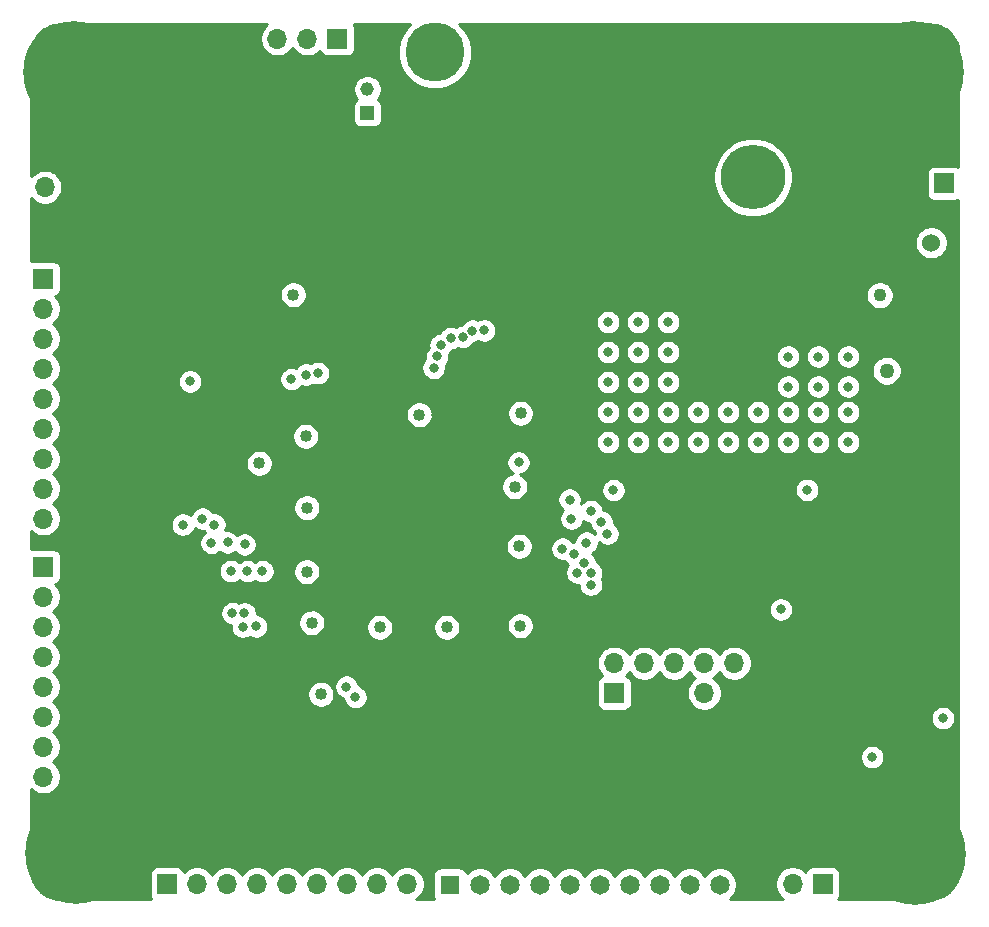
<source format=gbr>
G04 #@! TF.GenerationSoftware,KiCad,Pcbnew,(5.1.10)-1*
G04 #@! TF.CreationDate,2021-10-20T16:57:21-04:00*
G04 #@! TF.ProjectId,Main_Board,4d61696e-5f42-46f6-9172-642e6b696361,rev?*
G04 #@! TF.SameCoordinates,Original*
G04 #@! TF.FileFunction,Copper,L2,Inr*
G04 #@! TF.FilePolarity,Positive*
%FSLAX46Y46*%
G04 Gerber Fmt 4.6, Leading zero omitted, Abs format (unit mm)*
G04 Created by KiCad (PCBNEW (5.1.10)-1) date 2021-10-20 16:57:21*
%MOMM*%
%LPD*%
G01*
G04 APERTURE LIST*
G04 #@! TA.AperFunction,ComponentPad*
%ADD10O,1.700000X1.700000*%
G04 #@! TD*
G04 #@! TA.AperFunction,ComponentPad*
%ADD11R,1.700000X1.700000*%
G04 #@! TD*
G04 #@! TA.AperFunction,ComponentPad*
%ADD12C,1.650000*%
G04 #@! TD*
G04 #@! TA.AperFunction,ComponentPad*
%ADD13R,1.650000X1.650000*%
G04 #@! TD*
G04 #@! TA.AperFunction,ComponentPad*
%ADD14C,4.740000*%
G04 #@! TD*
G04 #@! TA.AperFunction,ComponentPad*
%ADD15C,5.460000*%
G04 #@! TD*
G04 #@! TA.AperFunction,ComponentPad*
%ADD16R,1.100000X1.100000*%
G04 #@! TD*
G04 #@! TA.AperFunction,ComponentPad*
%ADD17C,1.100000*%
G04 #@! TD*
G04 #@! TA.AperFunction,ComponentPad*
%ADD18C,8.600000*%
G04 #@! TD*
G04 #@! TA.AperFunction,ComponentPad*
%ADD19C,0.900000*%
G04 #@! TD*
G04 #@! TA.AperFunction,ComponentPad*
%ADD20C,5.000000*%
G04 #@! TD*
G04 #@! TA.AperFunction,ComponentPad*
%ADD21R,1.150000X1.150000*%
G04 #@! TD*
G04 #@! TA.AperFunction,ComponentPad*
%ADD22C,1.150000*%
G04 #@! TD*
G04 #@! TA.AperFunction,ViaPad*
%ADD23C,1.270000*%
G04 #@! TD*
G04 #@! TA.AperFunction,ViaPad*
%ADD24C,1.016000*%
G04 #@! TD*
G04 #@! TA.AperFunction,ViaPad*
%ADD25C,0.800000*%
G04 #@! TD*
G04 #@! TA.AperFunction,ViaPad*
%ADD26C,1.524000*%
G04 #@! TD*
G04 #@! TA.AperFunction,Conductor*
%ADD27C,0.254000*%
G04 #@! TD*
G04 #@! TA.AperFunction,Conductor*
%ADD28C,0.100000*%
G04 #@! TD*
G04 APERTURE END LIST*
D10*
X88265000Y-39306500D03*
D11*
X88265000Y-41846500D03*
D12*
X147955000Y-98361500D03*
X145415000Y-98361500D03*
X142875000Y-98361500D03*
X140335000Y-98361500D03*
X137795000Y-98361500D03*
X135255000Y-98361500D03*
X132715000Y-98361500D03*
X130175000Y-98361500D03*
X127635000Y-98361500D03*
X125095000Y-98361500D03*
D13*
X122555000Y-98361500D03*
D14*
X148209000Y-32481000D03*
D15*
X148209000Y-38481000D03*
D16*
X158940500Y-46456600D03*
D17*
X158940500Y-48456600D03*
D18*
X90888820Y-95651320D03*
D19*
X94113820Y-95651320D03*
X93169239Y-97931739D03*
X90888820Y-98876320D03*
X88608401Y-97931739D03*
X87663820Y-95651320D03*
X88608401Y-93370901D03*
X90888820Y-92426320D03*
X93169239Y-93370901D03*
X164202879Y-93495361D03*
X161922460Y-92550780D03*
X159642041Y-93495361D03*
X158697460Y-95775780D03*
X159642041Y-98056199D03*
X161922460Y-99000780D03*
X164202879Y-98056199D03*
X165147460Y-95775780D03*
D18*
X161922460Y-95775780D03*
X90761820Y-29583380D03*
D19*
X93986820Y-29583380D03*
X93042239Y-31863799D03*
X90761820Y-32808380D03*
X88481401Y-31863799D03*
X87536820Y-29583380D03*
X88481401Y-27302961D03*
X90761820Y-26358380D03*
X93042239Y-27302961D03*
X164075879Y-27302961D03*
X161795460Y-26358380D03*
X159515041Y-27302961D03*
X158570460Y-29583380D03*
X159515041Y-31863799D03*
X161795460Y-32808380D03*
X164075879Y-31863799D03*
X165020460Y-29583380D03*
D18*
X161795460Y-29583380D03*
D20*
X121290080Y-27881580D03*
X128879600Y-27914600D03*
D11*
X88143080Y-47058580D03*
D10*
X88143080Y-49598580D03*
X88143080Y-52138580D03*
X88143080Y-54678580D03*
X88143080Y-57218580D03*
X88143080Y-59758580D03*
X88143080Y-62298580D03*
X88143080Y-64838580D03*
X88143080Y-67378580D03*
D11*
X154114500Y-98298000D03*
D10*
X151574500Y-98298000D03*
X118935500Y-98298000D03*
X116395500Y-98298000D03*
X113855500Y-98298000D03*
X111315500Y-98298000D03*
X108775500Y-98298000D03*
X106235500Y-98298000D03*
X103695500Y-98298000D03*
X101155500Y-98298000D03*
D11*
X98615500Y-98298000D03*
X88143080Y-71442580D03*
D10*
X88143080Y-73982580D03*
X88143080Y-76522580D03*
X88143080Y-79062580D03*
X88143080Y-81602580D03*
X88143080Y-84142580D03*
X88143080Y-86682580D03*
X88143080Y-89222580D03*
D11*
X113035080Y-26738580D03*
D10*
X110495080Y-26738580D03*
X107955080Y-26738580D03*
D21*
X115575080Y-33020000D03*
D22*
X115575080Y-31020000D03*
D11*
X164414200Y-38989000D03*
D10*
X164414200Y-36449000D03*
D11*
X136474200Y-82143600D03*
D10*
X136474200Y-79603600D03*
X139014200Y-82143600D03*
X139014200Y-79603600D03*
X141554200Y-82143600D03*
X141554200Y-79603600D03*
X144094200Y-82143600D03*
X144094200Y-79603600D03*
X146634200Y-82143600D03*
X146634200Y-79603600D03*
D23*
X144830800Y-69215000D03*
X164647880Y-67810380D03*
X101762560Y-59242960D03*
D24*
X128435100Y-71450200D03*
X110502700Y-64922400D03*
X121424700Y-58597800D03*
X128562100Y-60401200D03*
X110401100Y-70180200D03*
X120764300Y-76530200D03*
X127977900Y-66344800D03*
D25*
X164266880Y-86479380D03*
D23*
X108412280Y-86174580D03*
D25*
X131680660Y-61687000D03*
D23*
X129621280Y-42130980D03*
D25*
X114965480Y-48303180D03*
X117861080Y-48328580D03*
D24*
X138155680Y-36263580D03*
X138155680Y-37787580D03*
X106888280Y-41622980D03*
D23*
X144805400Y-70688200D03*
X162438080Y-67810380D03*
X158907480Y-44213780D03*
X154335480Y-46982380D03*
D24*
X110774480Y-74795380D03*
X114965480Y-76573380D03*
X110350300Y-58826400D03*
D25*
X113131600Y-54851300D03*
D24*
X121945400Y-35737800D03*
D23*
X136017000Y-47040800D03*
D24*
X114706400Y-41452800D03*
X125768100Y-76555600D03*
D23*
X116179600Y-51612800D03*
X119108780Y-54135580D03*
D25*
X103568500Y-28130500D03*
X124464238Y-51444845D03*
X123632412Y-51999886D03*
X121467290Y-53642032D03*
X121188480Y-54602380D03*
D26*
X163314380Y-44010580D03*
D25*
X134498080Y-66743580D03*
X132847080Y-67378580D03*
X135387080Y-67632580D03*
X135895080Y-68648580D03*
X134117080Y-69410580D03*
X132085080Y-69918580D03*
X133100902Y-70393539D03*
X133943379Y-71118529D03*
X133344717Y-71951637D03*
X134498080Y-71950580D03*
X134498080Y-72966580D03*
X114559080Y-82491580D03*
X113797080Y-81602580D03*
X106151387Y-76496887D03*
X105034080Y-76522580D03*
X105165733Y-75384233D03*
X104145080Y-75379580D03*
X121774898Y-52690517D03*
X122636280Y-52087780D03*
X125464077Y-51426769D03*
X151193500Y-56197500D03*
X156273500Y-56197500D03*
X153733500Y-56197500D03*
X153733500Y-53657500D03*
X156273500Y-53657500D03*
X151193500Y-53657500D03*
D24*
X110426500Y-71856600D03*
X110451900Y-66446400D03*
X128536700Y-58445400D03*
X116624100Y-76555600D03*
X122288300Y-76581000D03*
X128435100Y-69697600D03*
X128054100Y-64668400D03*
X119951500Y-58572400D03*
D25*
X164292280Y-84269580D03*
D24*
X106431080Y-62679580D03*
D25*
X152811480Y-64940180D03*
D24*
X111638080Y-82237580D03*
X109301280Y-48404780D03*
D23*
X159542480Y-54856380D03*
D24*
X110850680Y-76192380D03*
X110350300Y-60401200D03*
D25*
X135953500Y-50736500D03*
X138493500Y-50736500D03*
X141033500Y-50736500D03*
X135953500Y-53276500D03*
X138493500Y-53276500D03*
X141033500Y-53276500D03*
X135953500Y-55816500D03*
X138493500Y-55816500D03*
X141033500Y-55816500D03*
X135953500Y-58356500D03*
X138493500Y-58356500D03*
X141033500Y-58356500D03*
X135953500Y-60896500D03*
X138493500Y-60896500D03*
X141033500Y-60896500D03*
X143573500Y-58356500D03*
X146113500Y-58356500D03*
X148653500Y-58356500D03*
X151193500Y-58356500D03*
X153733500Y-58356500D03*
X156273500Y-58356500D03*
X143573500Y-60896500D03*
X146113500Y-60896500D03*
X148653500Y-60896500D03*
X151193500Y-60896500D03*
X153733500Y-60896500D03*
X156273500Y-60896500D03*
D24*
X128511300Y-76428600D03*
D25*
X128376680Y-62603380D03*
X136403080Y-64965580D03*
X132694680Y-65752980D03*
X99954080Y-67886580D03*
X100558600Y-55745380D03*
X109143800Y-55549800D03*
X110375700Y-55173880D03*
X111372340Y-55061332D03*
X150571200Y-75057000D03*
X158318200Y-87553800D03*
X101605080Y-67378580D03*
X102611444Y-67876944D03*
X102361959Y-69431614D03*
X103738581Y-69385081D03*
X105183500Y-69560000D03*
X104018080Y-71823580D03*
X105415080Y-71823580D03*
X106685080Y-71823580D03*
D27*
X107008448Y-25585105D02*
X106801605Y-25791948D01*
X106639090Y-26035169D01*
X106527148Y-26305422D01*
X106470080Y-26592320D01*
X106470080Y-26884840D01*
X106527148Y-27171738D01*
X106639090Y-27441991D01*
X106801605Y-27685212D01*
X107008448Y-27892055D01*
X107251669Y-28054570D01*
X107521922Y-28166512D01*
X107808820Y-28223580D01*
X108101340Y-28223580D01*
X108388238Y-28166512D01*
X108658491Y-28054570D01*
X108901712Y-27892055D01*
X109108555Y-27685212D01*
X109225080Y-27510820D01*
X109341605Y-27685212D01*
X109548448Y-27892055D01*
X109791669Y-28054570D01*
X110061922Y-28166512D01*
X110348820Y-28223580D01*
X110641340Y-28223580D01*
X110928238Y-28166512D01*
X111198491Y-28054570D01*
X111441712Y-27892055D01*
X111573567Y-27760200D01*
X111595578Y-27832760D01*
X111654543Y-27943074D01*
X111733895Y-28039765D01*
X111830586Y-28119117D01*
X111940900Y-28178082D01*
X112060598Y-28214392D01*
X112185080Y-28226652D01*
X113885080Y-28226652D01*
X114009562Y-28214392D01*
X114129260Y-28178082D01*
X114239574Y-28119117D01*
X114336265Y-28039765D01*
X114415617Y-27943074D01*
X114474582Y-27832760D01*
X114510892Y-27713062D01*
X114523152Y-27588580D01*
X114523152Y-25888580D01*
X114510892Y-25764098D01*
X114474582Y-25644400D01*
X114415617Y-25534086D01*
X114409802Y-25527000D01*
X119211100Y-25527000D01*
X118854966Y-25883134D01*
X118511879Y-26396601D01*
X118275556Y-26967134D01*
X118155080Y-27572809D01*
X118155080Y-28190351D01*
X118275556Y-28796026D01*
X118511879Y-29366559D01*
X118854966Y-29880026D01*
X119291634Y-30316694D01*
X119805101Y-30659781D01*
X120375634Y-30896104D01*
X120981309Y-31016580D01*
X121598851Y-31016580D01*
X122204526Y-30896104D01*
X122775059Y-30659781D01*
X123288526Y-30316694D01*
X123725194Y-29880026D01*
X124068281Y-29366559D01*
X124304604Y-28796026D01*
X124425080Y-28190351D01*
X124425080Y-27572809D01*
X124304604Y-26967134D01*
X124068281Y-26396601D01*
X123725194Y-25883134D01*
X123369060Y-25527000D01*
X163191168Y-25527000D01*
X163485821Y-25544823D01*
X163772412Y-25597343D01*
X164050586Y-25684026D01*
X164316267Y-25803599D01*
X164565610Y-25954332D01*
X164794955Y-26134012D01*
X165000988Y-26340045D01*
X165180668Y-26569390D01*
X165331401Y-26818733D01*
X165450974Y-27084414D01*
X165537657Y-27362588D01*
X165590177Y-27649179D01*
X165608000Y-27943832D01*
X165608000Y-37602747D01*
X165508380Y-37549498D01*
X165388682Y-37513188D01*
X165264200Y-37500928D01*
X163564200Y-37500928D01*
X163439718Y-37513188D01*
X163320020Y-37549498D01*
X163209706Y-37608463D01*
X163113015Y-37687815D01*
X163033663Y-37784506D01*
X162974698Y-37894820D01*
X162938388Y-38014518D01*
X162926128Y-38139000D01*
X162926128Y-39839000D01*
X162938388Y-39963482D01*
X162974698Y-40083180D01*
X163033663Y-40193494D01*
X163113015Y-40290185D01*
X163209706Y-40369537D01*
X163320020Y-40428502D01*
X163439718Y-40464812D01*
X163564200Y-40477072D01*
X165264200Y-40477072D01*
X165388682Y-40464812D01*
X165508380Y-40428502D01*
X165608000Y-40375253D01*
X165608000Y-97151168D01*
X165590177Y-97445821D01*
X165537657Y-97732412D01*
X165450974Y-98010586D01*
X165331401Y-98276267D01*
X165180668Y-98525610D01*
X165000988Y-98754955D01*
X164794955Y-98960988D01*
X164565610Y-99140668D01*
X164316267Y-99291401D01*
X164050586Y-99410974D01*
X163772412Y-99497657D01*
X163485821Y-99550177D01*
X163191168Y-99568000D01*
X155441278Y-99568000D01*
X155495037Y-99502494D01*
X155554002Y-99392180D01*
X155590312Y-99272482D01*
X155602572Y-99148000D01*
X155602572Y-97448000D01*
X155590312Y-97323518D01*
X155554002Y-97203820D01*
X155495037Y-97093506D01*
X155415685Y-96996815D01*
X155318994Y-96917463D01*
X155208680Y-96858498D01*
X155088982Y-96822188D01*
X154964500Y-96809928D01*
X153264500Y-96809928D01*
X153140018Y-96822188D01*
X153020320Y-96858498D01*
X152910006Y-96917463D01*
X152813315Y-96996815D01*
X152733963Y-97093506D01*
X152674998Y-97203820D01*
X152652987Y-97276380D01*
X152521132Y-97144525D01*
X152277911Y-96982010D01*
X152007658Y-96870068D01*
X151720760Y-96813000D01*
X151428240Y-96813000D01*
X151141342Y-96870068D01*
X150871089Y-96982010D01*
X150627868Y-97144525D01*
X150421025Y-97351368D01*
X150258510Y-97594589D01*
X150146568Y-97864842D01*
X150089500Y-98151740D01*
X150089500Y-98444260D01*
X150146568Y-98731158D01*
X150258510Y-99001411D01*
X150421025Y-99244632D01*
X150627868Y-99451475D01*
X150802260Y-99568000D01*
X146237276Y-99568000D01*
X146345696Y-99495556D01*
X146549056Y-99292196D01*
X146708835Y-99053069D01*
X146818893Y-98787366D01*
X146875000Y-98505297D01*
X146875000Y-98217703D01*
X146818893Y-97935634D01*
X146708835Y-97669931D01*
X146549056Y-97430804D01*
X146345696Y-97227444D01*
X146106569Y-97067665D01*
X145840866Y-96957607D01*
X145558797Y-96901500D01*
X145271203Y-96901500D01*
X144989134Y-96957607D01*
X144723431Y-97067665D01*
X144484304Y-97227444D01*
X144280944Y-97430804D01*
X144145000Y-97634259D01*
X144009056Y-97430804D01*
X143805696Y-97227444D01*
X143566569Y-97067665D01*
X143300866Y-96957607D01*
X143018797Y-96901500D01*
X142731203Y-96901500D01*
X142449134Y-96957607D01*
X142183431Y-97067665D01*
X141944304Y-97227444D01*
X141740944Y-97430804D01*
X141605000Y-97634259D01*
X141469056Y-97430804D01*
X141265696Y-97227444D01*
X141026569Y-97067665D01*
X140760866Y-96957607D01*
X140478797Y-96901500D01*
X140191203Y-96901500D01*
X139909134Y-96957607D01*
X139643431Y-97067665D01*
X139404304Y-97227444D01*
X139200944Y-97430804D01*
X139065000Y-97634259D01*
X138929056Y-97430804D01*
X138725696Y-97227444D01*
X138486569Y-97067665D01*
X138220866Y-96957607D01*
X137938797Y-96901500D01*
X137651203Y-96901500D01*
X137369134Y-96957607D01*
X137103431Y-97067665D01*
X136864304Y-97227444D01*
X136660944Y-97430804D01*
X136525000Y-97634259D01*
X136389056Y-97430804D01*
X136185696Y-97227444D01*
X135946569Y-97067665D01*
X135680866Y-96957607D01*
X135398797Y-96901500D01*
X135111203Y-96901500D01*
X134829134Y-96957607D01*
X134563431Y-97067665D01*
X134324304Y-97227444D01*
X134120944Y-97430804D01*
X133985000Y-97634259D01*
X133849056Y-97430804D01*
X133645696Y-97227444D01*
X133406569Y-97067665D01*
X133140866Y-96957607D01*
X132858797Y-96901500D01*
X132571203Y-96901500D01*
X132289134Y-96957607D01*
X132023431Y-97067665D01*
X131784304Y-97227444D01*
X131580944Y-97430804D01*
X131445000Y-97634259D01*
X131309056Y-97430804D01*
X131105696Y-97227444D01*
X130866569Y-97067665D01*
X130600866Y-96957607D01*
X130318797Y-96901500D01*
X130031203Y-96901500D01*
X129749134Y-96957607D01*
X129483431Y-97067665D01*
X129244304Y-97227444D01*
X129040944Y-97430804D01*
X128905000Y-97634259D01*
X128769056Y-97430804D01*
X128565696Y-97227444D01*
X128326569Y-97067665D01*
X128060866Y-96957607D01*
X127778797Y-96901500D01*
X127491203Y-96901500D01*
X127209134Y-96957607D01*
X126943431Y-97067665D01*
X126704304Y-97227444D01*
X126500944Y-97430804D01*
X126365000Y-97634259D01*
X126229056Y-97430804D01*
X126025696Y-97227444D01*
X125786569Y-97067665D01*
X125520866Y-96957607D01*
X125238797Y-96901500D01*
X124951203Y-96901500D01*
X124669134Y-96957607D01*
X124403431Y-97067665D01*
X124164304Y-97227444D01*
X123999742Y-97392006D01*
X123969502Y-97292320D01*
X123910537Y-97182006D01*
X123831185Y-97085315D01*
X123734494Y-97005963D01*
X123624180Y-96946998D01*
X123504482Y-96910688D01*
X123380000Y-96898428D01*
X121730000Y-96898428D01*
X121605518Y-96910688D01*
X121485820Y-96946998D01*
X121375506Y-97005963D01*
X121278815Y-97085315D01*
X121199463Y-97182006D01*
X121140498Y-97292320D01*
X121104188Y-97412018D01*
X121091928Y-97536500D01*
X121091928Y-99186500D01*
X121104188Y-99310982D01*
X121140498Y-99430680D01*
X121199463Y-99540994D01*
X121221626Y-99568000D01*
X119707740Y-99568000D01*
X119882132Y-99451475D01*
X120088975Y-99244632D01*
X120251490Y-99001411D01*
X120363432Y-98731158D01*
X120420500Y-98444260D01*
X120420500Y-98151740D01*
X120363432Y-97864842D01*
X120251490Y-97594589D01*
X120088975Y-97351368D01*
X119882132Y-97144525D01*
X119638911Y-96982010D01*
X119368658Y-96870068D01*
X119081760Y-96813000D01*
X118789240Y-96813000D01*
X118502342Y-96870068D01*
X118232089Y-96982010D01*
X117988868Y-97144525D01*
X117782025Y-97351368D01*
X117665500Y-97525760D01*
X117548975Y-97351368D01*
X117342132Y-97144525D01*
X117098911Y-96982010D01*
X116828658Y-96870068D01*
X116541760Y-96813000D01*
X116249240Y-96813000D01*
X115962342Y-96870068D01*
X115692089Y-96982010D01*
X115448868Y-97144525D01*
X115242025Y-97351368D01*
X115125500Y-97525760D01*
X115008975Y-97351368D01*
X114802132Y-97144525D01*
X114558911Y-96982010D01*
X114288658Y-96870068D01*
X114001760Y-96813000D01*
X113709240Y-96813000D01*
X113422342Y-96870068D01*
X113152089Y-96982010D01*
X112908868Y-97144525D01*
X112702025Y-97351368D01*
X112585500Y-97525760D01*
X112468975Y-97351368D01*
X112262132Y-97144525D01*
X112018911Y-96982010D01*
X111748658Y-96870068D01*
X111461760Y-96813000D01*
X111169240Y-96813000D01*
X110882342Y-96870068D01*
X110612089Y-96982010D01*
X110368868Y-97144525D01*
X110162025Y-97351368D01*
X110045500Y-97525760D01*
X109928975Y-97351368D01*
X109722132Y-97144525D01*
X109478911Y-96982010D01*
X109208658Y-96870068D01*
X108921760Y-96813000D01*
X108629240Y-96813000D01*
X108342342Y-96870068D01*
X108072089Y-96982010D01*
X107828868Y-97144525D01*
X107622025Y-97351368D01*
X107505500Y-97525760D01*
X107388975Y-97351368D01*
X107182132Y-97144525D01*
X106938911Y-96982010D01*
X106668658Y-96870068D01*
X106381760Y-96813000D01*
X106089240Y-96813000D01*
X105802342Y-96870068D01*
X105532089Y-96982010D01*
X105288868Y-97144525D01*
X105082025Y-97351368D01*
X104965500Y-97525760D01*
X104848975Y-97351368D01*
X104642132Y-97144525D01*
X104398911Y-96982010D01*
X104128658Y-96870068D01*
X103841760Y-96813000D01*
X103549240Y-96813000D01*
X103262342Y-96870068D01*
X102992089Y-96982010D01*
X102748868Y-97144525D01*
X102542025Y-97351368D01*
X102425500Y-97525760D01*
X102308975Y-97351368D01*
X102102132Y-97144525D01*
X101858911Y-96982010D01*
X101588658Y-96870068D01*
X101301760Y-96813000D01*
X101009240Y-96813000D01*
X100722342Y-96870068D01*
X100452089Y-96982010D01*
X100208868Y-97144525D01*
X100077013Y-97276380D01*
X100055002Y-97203820D01*
X99996037Y-97093506D01*
X99916685Y-96996815D01*
X99819994Y-96917463D01*
X99709680Y-96858498D01*
X99589982Y-96822188D01*
X99465500Y-96809928D01*
X97765500Y-96809928D01*
X97641018Y-96822188D01*
X97521320Y-96858498D01*
X97411006Y-96917463D01*
X97314315Y-96996815D01*
X97234963Y-97093506D01*
X97175998Y-97203820D01*
X97139688Y-97323518D01*
X97127428Y-97448000D01*
X97127428Y-99148000D01*
X97139688Y-99272482D01*
X97175998Y-99392180D01*
X97234963Y-99502494D01*
X97288722Y-99568000D01*
X89538832Y-99568000D01*
X89244179Y-99550177D01*
X88957588Y-99497657D01*
X88679414Y-99410974D01*
X88413733Y-99291401D01*
X88164390Y-99140668D01*
X87935045Y-98960988D01*
X87729012Y-98754955D01*
X87549332Y-98525610D01*
X87398599Y-98276267D01*
X87279026Y-98010586D01*
X87192343Y-97732412D01*
X87139823Y-97445821D01*
X87122000Y-97151168D01*
X87122000Y-90301607D01*
X87196448Y-90376055D01*
X87439669Y-90538570D01*
X87709922Y-90650512D01*
X87996820Y-90707580D01*
X88289340Y-90707580D01*
X88576238Y-90650512D01*
X88846491Y-90538570D01*
X89089712Y-90376055D01*
X89296555Y-90169212D01*
X89459070Y-89925991D01*
X89571012Y-89655738D01*
X89628080Y-89368840D01*
X89628080Y-89076320D01*
X89571012Y-88789422D01*
X89459070Y-88519169D01*
X89296555Y-88275948D01*
X89089712Y-88069105D01*
X88915320Y-87952580D01*
X89089712Y-87836055D01*
X89296555Y-87629212D01*
X89415057Y-87451861D01*
X157283200Y-87451861D01*
X157283200Y-87655739D01*
X157322974Y-87855698D01*
X157400995Y-88044056D01*
X157514263Y-88213574D01*
X157658426Y-88357737D01*
X157827944Y-88471005D01*
X158016302Y-88549026D01*
X158216261Y-88588800D01*
X158420139Y-88588800D01*
X158620098Y-88549026D01*
X158808456Y-88471005D01*
X158977974Y-88357737D01*
X159122137Y-88213574D01*
X159235405Y-88044056D01*
X159313426Y-87855698D01*
X159353200Y-87655739D01*
X159353200Y-87451861D01*
X159313426Y-87251902D01*
X159235405Y-87063544D01*
X159122137Y-86894026D01*
X158977974Y-86749863D01*
X158808456Y-86636595D01*
X158620098Y-86558574D01*
X158420139Y-86518800D01*
X158216261Y-86518800D01*
X158016302Y-86558574D01*
X157827944Y-86636595D01*
X157658426Y-86749863D01*
X157514263Y-86894026D01*
X157400995Y-87063544D01*
X157322974Y-87251902D01*
X157283200Y-87451861D01*
X89415057Y-87451861D01*
X89459070Y-87385991D01*
X89571012Y-87115738D01*
X89628080Y-86828840D01*
X89628080Y-86536320D01*
X89571012Y-86249422D01*
X89459070Y-85979169D01*
X89296555Y-85735948D01*
X89089712Y-85529105D01*
X88915320Y-85412580D01*
X89089712Y-85296055D01*
X89296555Y-85089212D01*
X89459070Y-84845991D01*
X89571012Y-84575738D01*
X89628080Y-84288840D01*
X89628080Y-84167641D01*
X163257280Y-84167641D01*
X163257280Y-84371519D01*
X163297054Y-84571478D01*
X163375075Y-84759836D01*
X163488343Y-84929354D01*
X163632506Y-85073517D01*
X163802024Y-85186785D01*
X163990382Y-85264806D01*
X164190341Y-85304580D01*
X164394219Y-85304580D01*
X164594178Y-85264806D01*
X164782536Y-85186785D01*
X164952054Y-85073517D01*
X165096217Y-84929354D01*
X165209485Y-84759836D01*
X165287506Y-84571478D01*
X165327280Y-84371519D01*
X165327280Y-84167641D01*
X165287506Y-83967682D01*
X165209485Y-83779324D01*
X165096217Y-83609806D01*
X164952054Y-83465643D01*
X164782536Y-83352375D01*
X164594178Y-83274354D01*
X164394219Y-83234580D01*
X164190341Y-83234580D01*
X163990382Y-83274354D01*
X163802024Y-83352375D01*
X163632506Y-83465643D01*
X163488343Y-83609806D01*
X163375075Y-83779324D01*
X163297054Y-83967682D01*
X163257280Y-84167641D01*
X89628080Y-84167641D01*
X89628080Y-83996320D01*
X89571012Y-83709422D01*
X89459070Y-83439169D01*
X89296555Y-83195948D01*
X89089712Y-82989105D01*
X88915320Y-82872580D01*
X89089712Y-82756055D01*
X89296555Y-82549212D01*
X89459070Y-82305991D01*
X89534036Y-82125004D01*
X110495080Y-82125004D01*
X110495080Y-82350156D01*
X110539005Y-82570981D01*
X110625167Y-82778993D01*
X110750254Y-82966200D01*
X110909460Y-83125406D01*
X111096667Y-83250493D01*
X111304679Y-83336655D01*
X111525504Y-83380580D01*
X111750656Y-83380580D01*
X111971481Y-83336655D01*
X112179493Y-83250493D01*
X112366700Y-83125406D01*
X112525906Y-82966200D01*
X112650993Y-82778993D01*
X112737155Y-82570981D01*
X112781080Y-82350156D01*
X112781080Y-82125004D01*
X112737155Y-81904179D01*
X112650993Y-81696167D01*
X112525906Y-81508960D01*
X112517587Y-81500641D01*
X112762080Y-81500641D01*
X112762080Y-81704519D01*
X112801854Y-81904478D01*
X112879875Y-82092836D01*
X112993143Y-82262354D01*
X113137306Y-82406517D01*
X113306824Y-82519785D01*
X113495182Y-82597806D01*
X113526158Y-82603968D01*
X113563854Y-82793478D01*
X113641875Y-82981836D01*
X113755143Y-83151354D01*
X113899306Y-83295517D01*
X114068824Y-83408785D01*
X114257182Y-83486806D01*
X114457141Y-83526580D01*
X114661019Y-83526580D01*
X114860978Y-83486806D01*
X115049336Y-83408785D01*
X115218854Y-83295517D01*
X115363017Y-83151354D01*
X115476285Y-82981836D01*
X115554306Y-82793478D01*
X115594080Y-82593519D01*
X115594080Y-82389641D01*
X115554306Y-82189682D01*
X115476285Y-82001324D01*
X115363017Y-81831806D01*
X115218854Y-81687643D01*
X115049336Y-81574375D01*
X114860978Y-81496354D01*
X114830002Y-81490192D01*
X114792306Y-81300682D01*
X114789373Y-81293600D01*
X134986128Y-81293600D01*
X134986128Y-82993600D01*
X134998388Y-83118082D01*
X135034698Y-83237780D01*
X135093663Y-83348094D01*
X135173015Y-83444785D01*
X135269706Y-83524137D01*
X135380020Y-83583102D01*
X135499718Y-83619412D01*
X135624200Y-83631672D01*
X137324200Y-83631672D01*
X137448682Y-83619412D01*
X137568380Y-83583102D01*
X137678694Y-83524137D01*
X137775385Y-83444785D01*
X137854737Y-83348094D01*
X137913702Y-83237780D01*
X137950012Y-83118082D01*
X137962272Y-82993600D01*
X137962272Y-81293600D01*
X137950012Y-81169118D01*
X137913702Y-81049420D01*
X137854737Y-80939106D01*
X137775385Y-80842415D01*
X137678694Y-80763063D01*
X137568380Y-80704098D01*
X137495820Y-80682087D01*
X137627675Y-80550232D01*
X137744200Y-80375840D01*
X137860725Y-80550232D01*
X138067568Y-80757075D01*
X138310789Y-80919590D01*
X138581042Y-81031532D01*
X138867940Y-81088600D01*
X139160460Y-81088600D01*
X139447358Y-81031532D01*
X139717611Y-80919590D01*
X139960832Y-80757075D01*
X140167675Y-80550232D01*
X140284200Y-80375840D01*
X140400725Y-80550232D01*
X140607568Y-80757075D01*
X140850789Y-80919590D01*
X141121042Y-81031532D01*
X141407940Y-81088600D01*
X141700460Y-81088600D01*
X141987358Y-81031532D01*
X142257611Y-80919590D01*
X142500832Y-80757075D01*
X142707675Y-80550232D01*
X142824200Y-80375840D01*
X142940725Y-80550232D01*
X143147568Y-80757075D01*
X143321960Y-80873600D01*
X143147568Y-80990125D01*
X142940725Y-81196968D01*
X142778210Y-81440189D01*
X142666268Y-81710442D01*
X142609200Y-81997340D01*
X142609200Y-82289860D01*
X142666268Y-82576758D01*
X142778210Y-82847011D01*
X142940725Y-83090232D01*
X143147568Y-83297075D01*
X143390789Y-83459590D01*
X143661042Y-83571532D01*
X143947940Y-83628600D01*
X144240460Y-83628600D01*
X144527358Y-83571532D01*
X144797611Y-83459590D01*
X145040832Y-83297075D01*
X145247675Y-83090232D01*
X145410190Y-82847011D01*
X145522132Y-82576758D01*
X145579200Y-82289860D01*
X145579200Y-81997340D01*
X145522132Y-81710442D01*
X145410190Y-81440189D01*
X145247675Y-81196968D01*
X145040832Y-80990125D01*
X144866440Y-80873600D01*
X145040832Y-80757075D01*
X145247675Y-80550232D01*
X145364200Y-80375840D01*
X145480725Y-80550232D01*
X145687568Y-80757075D01*
X145930789Y-80919590D01*
X146201042Y-81031532D01*
X146487940Y-81088600D01*
X146780460Y-81088600D01*
X147067358Y-81031532D01*
X147337611Y-80919590D01*
X147580832Y-80757075D01*
X147787675Y-80550232D01*
X147950190Y-80307011D01*
X148062132Y-80036758D01*
X148119200Y-79749860D01*
X148119200Y-79457340D01*
X148062132Y-79170442D01*
X147950190Y-78900189D01*
X147787675Y-78656968D01*
X147580832Y-78450125D01*
X147337611Y-78287610D01*
X147067358Y-78175668D01*
X146780460Y-78118600D01*
X146487940Y-78118600D01*
X146201042Y-78175668D01*
X145930789Y-78287610D01*
X145687568Y-78450125D01*
X145480725Y-78656968D01*
X145364200Y-78831360D01*
X145247675Y-78656968D01*
X145040832Y-78450125D01*
X144797611Y-78287610D01*
X144527358Y-78175668D01*
X144240460Y-78118600D01*
X143947940Y-78118600D01*
X143661042Y-78175668D01*
X143390789Y-78287610D01*
X143147568Y-78450125D01*
X142940725Y-78656968D01*
X142824200Y-78831360D01*
X142707675Y-78656968D01*
X142500832Y-78450125D01*
X142257611Y-78287610D01*
X141987358Y-78175668D01*
X141700460Y-78118600D01*
X141407940Y-78118600D01*
X141121042Y-78175668D01*
X140850789Y-78287610D01*
X140607568Y-78450125D01*
X140400725Y-78656968D01*
X140284200Y-78831360D01*
X140167675Y-78656968D01*
X139960832Y-78450125D01*
X139717611Y-78287610D01*
X139447358Y-78175668D01*
X139160460Y-78118600D01*
X138867940Y-78118600D01*
X138581042Y-78175668D01*
X138310789Y-78287610D01*
X138067568Y-78450125D01*
X137860725Y-78656968D01*
X137744200Y-78831360D01*
X137627675Y-78656968D01*
X137420832Y-78450125D01*
X137177611Y-78287610D01*
X136907358Y-78175668D01*
X136620460Y-78118600D01*
X136327940Y-78118600D01*
X136041042Y-78175668D01*
X135770789Y-78287610D01*
X135527568Y-78450125D01*
X135320725Y-78656968D01*
X135158210Y-78900189D01*
X135046268Y-79170442D01*
X134989200Y-79457340D01*
X134989200Y-79749860D01*
X135046268Y-80036758D01*
X135158210Y-80307011D01*
X135320725Y-80550232D01*
X135452580Y-80682087D01*
X135380020Y-80704098D01*
X135269706Y-80763063D01*
X135173015Y-80842415D01*
X135093663Y-80939106D01*
X135034698Y-81049420D01*
X134998388Y-81169118D01*
X134986128Y-81293600D01*
X114789373Y-81293600D01*
X114714285Y-81112324D01*
X114601017Y-80942806D01*
X114456854Y-80798643D01*
X114287336Y-80685375D01*
X114098978Y-80607354D01*
X113899019Y-80567580D01*
X113695141Y-80567580D01*
X113495182Y-80607354D01*
X113306824Y-80685375D01*
X113137306Y-80798643D01*
X112993143Y-80942806D01*
X112879875Y-81112324D01*
X112801854Y-81300682D01*
X112762080Y-81500641D01*
X112517587Y-81500641D01*
X112366700Y-81349754D01*
X112179493Y-81224667D01*
X111971481Y-81138505D01*
X111750656Y-81094580D01*
X111525504Y-81094580D01*
X111304679Y-81138505D01*
X111096667Y-81224667D01*
X110909460Y-81349754D01*
X110750254Y-81508960D01*
X110625167Y-81696167D01*
X110539005Y-81904179D01*
X110495080Y-82125004D01*
X89534036Y-82125004D01*
X89571012Y-82035738D01*
X89628080Y-81748840D01*
X89628080Y-81456320D01*
X89571012Y-81169422D01*
X89459070Y-80899169D01*
X89296555Y-80655948D01*
X89089712Y-80449105D01*
X88915320Y-80332580D01*
X89089712Y-80216055D01*
X89296555Y-80009212D01*
X89459070Y-79765991D01*
X89571012Y-79495738D01*
X89628080Y-79208840D01*
X89628080Y-78916320D01*
X89571012Y-78629422D01*
X89459070Y-78359169D01*
X89296555Y-78115948D01*
X89089712Y-77909105D01*
X88915320Y-77792580D01*
X89089712Y-77676055D01*
X89296555Y-77469212D01*
X89459070Y-77225991D01*
X89571012Y-76955738D01*
X89628080Y-76668840D01*
X89628080Y-76376320D01*
X89571012Y-76089422D01*
X89459070Y-75819169D01*
X89296555Y-75575948D01*
X89089712Y-75369105D01*
X88952827Y-75277641D01*
X103110080Y-75277641D01*
X103110080Y-75481519D01*
X103149854Y-75681478D01*
X103227875Y-75869836D01*
X103341143Y-76039354D01*
X103485306Y-76183517D01*
X103654824Y-76296785D01*
X103843182Y-76374806D01*
X104001917Y-76406380D01*
X103999080Y-76420641D01*
X103999080Y-76624519D01*
X104038854Y-76824478D01*
X104116875Y-77012836D01*
X104230143Y-77182354D01*
X104374306Y-77326517D01*
X104543824Y-77439785D01*
X104732182Y-77517806D01*
X104932141Y-77557580D01*
X105136019Y-77557580D01*
X105335978Y-77517806D01*
X105524336Y-77439785D01*
X105611960Y-77381237D01*
X105661131Y-77414092D01*
X105849489Y-77492113D01*
X106049448Y-77531887D01*
X106253326Y-77531887D01*
X106453285Y-77492113D01*
X106641643Y-77414092D01*
X106811161Y-77300824D01*
X106955324Y-77156661D01*
X107068592Y-76987143D01*
X107146613Y-76798785D01*
X107186387Y-76598826D01*
X107186387Y-76394948D01*
X107146613Y-76194989D01*
X107098902Y-76079804D01*
X109707680Y-76079804D01*
X109707680Y-76304956D01*
X109751605Y-76525781D01*
X109837767Y-76733793D01*
X109962854Y-76921000D01*
X110122060Y-77080206D01*
X110309267Y-77205293D01*
X110517279Y-77291455D01*
X110738104Y-77335380D01*
X110963256Y-77335380D01*
X111184081Y-77291455D01*
X111392093Y-77205293D01*
X111579300Y-77080206D01*
X111738506Y-76921000D01*
X111863593Y-76733793D01*
X111949755Y-76525781D01*
X111966216Y-76443024D01*
X115481100Y-76443024D01*
X115481100Y-76668176D01*
X115525025Y-76889001D01*
X115611187Y-77097013D01*
X115736274Y-77284220D01*
X115895480Y-77443426D01*
X116082687Y-77568513D01*
X116290699Y-77654675D01*
X116511524Y-77698600D01*
X116736676Y-77698600D01*
X116957501Y-77654675D01*
X117165513Y-77568513D01*
X117352720Y-77443426D01*
X117511926Y-77284220D01*
X117637013Y-77097013D01*
X117723175Y-76889001D01*
X117767100Y-76668176D01*
X117767100Y-76468424D01*
X121145300Y-76468424D01*
X121145300Y-76693576D01*
X121189225Y-76914401D01*
X121275387Y-77122413D01*
X121400474Y-77309620D01*
X121559680Y-77468826D01*
X121746887Y-77593913D01*
X121954899Y-77680075D01*
X122175724Y-77724000D01*
X122400876Y-77724000D01*
X122621701Y-77680075D01*
X122829713Y-77593913D01*
X123016920Y-77468826D01*
X123176126Y-77309620D01*
X123301213Y-77122413D01*
X123387375Y-76914401D01*
X123431300Y-76693576D01*
X123431300Y-76468424D01*
X123400986Y-76316024D01*
X127368300Y-76316024D01*
X127368300Y-76541176D01*
X127412225Y-76762001D01*
X127498387Y-76970013D01*
X127623474Y-77157220D01*
X127782680Y-77316426D01*
X127969887Y-77441513D01*
X128177899Y-77527675D01*
X128398724Y-77571600D01*
X128623876Y-77571600D01*
X128844701Y-77527675D01*
X129052713Y-77441513D01*
X129239920Y-77316426D01*
X129399126Y-77157220D01*
X129524213Y-76970013D01*
X129610375Y-76762001D01*
X129654300Y-76541176D01*
X129654300Y-76316024D01*
X129610375Y-76095199D01*
X129524213Y-75887187D01*
X129399126Y-75699980D01*
X129239920Y-75540774D01*
X129052713Y-75415687D01*
X128844701Y-75329525D01*
X128623876Y-75285600D01*
X128398724Y-75285600D01*
X128177899Y-75329525D01*
X127969887Y-75415687D01*
X127782680Y-75540774D01*
X127623474Y-75699980D01*
X127498387Y-75887187D01*
X127412225Y-76095199D01*
X127368300Y-76316024D01*
X123400986Y-76316024D01*
X123387375Y-76247599D01*
X123301213Y-76039587D01*
X123176126Y-75852380D01*
X123016920Y-75693174D01*
X122829713Y-75568087D01*
X122621701Y-75481925D01*
X122400876Y-75438000D01*
X122175724Y-75438000D01*
X121954899Y-75481925D01*
X121746887Y-75568087D01*
X121559680Y-75693174D01*
X121400474Y-75852380D01*
X121275387Y-76039587D01*
X121189225Y-76247599D01*
X121145300Y-76468424D01*
X117767100Y-76468424D01*
X117767100Y-76443024D01*
X117723175Y-76222199D01*
X117637013Y-76014187D01*
X117511926Y-75826980D01*
X117352720Y-75667774D01*
X117165513Y-75542687D01*
X116957501Y-75456525D01*
X116736676Y-75412600D01*
X116511524Y-75412600D01*
X116290699Y-75456525D01*
X116082687Y-75542687D01*
X115895480Y-75667774D01*
X115736274Y-75826980D01*
X115611187Y-76014187D01*
X115525025Y-76222199D01*
X115481100Y-76443024D01*
X111966216Y-76443024D01*
X111993680Y-76304956D01*
X111993680Y-76079804D01*
X111949755Y-75858979D01*
X111863593Y-75650967D01*
X111738506Y-75463760D01*
X111579300Y-75304554D01*
X111392093Y-75179467D01*
X111184081Y-75093305D01*
X110963256Y-75049380D01*
X110738104Y-75049380D01*
X110517279Y-75093305D01*
X110309267Y-75179467D01*
X110122060Y-75304554D01*
X109962854Y-75463760D01*
X109837767Y-75650967D01*
X109751605Y-75858979D01*
X109707680Y-76079804D01*
X107098902Y-76079804D01*
X107068592Y-76006631D01*
X106955324Y-75837113D01*
X106811161Y-75692950D01*
X106641643Y-75579682D01*
X106453285Y-75501661D01*
X106253326Y-75461887D01*
X106200733Y-75461887D01*
X106200733Y-75282294D01*
X106160959Y-75082335D01*
X106108241Y-74955061D01*
X149536200Y-74955061D01*
X149536200Y-75158939D01*
X149575974Y-75358898D01*
X149653995Y-75547256D01*
X149767263Y-75716774D01*
X149911426Y-75860937D01*
X150080944Y-75974205D01*
X150269302Y-76052226D01*
X150469261Y-76092000D01*
X150673139Y-76092000D01*
X150873098Y-76052226D01*
X151061456Y-75974205D01*
X151230974Y-75860937D01*
X151375137Y-75716774D01*
X151488405Y-75547256D01*
X151566426Y-75358898D01*
X151606200Y-75158939D01*
X151606200Y-74955061D01*
X151566426Y-74755102D01*
X151488405Y-74566744D01*
X151375137Y-74397226D01*
X151230974Y-74253063D01*
X151061456Y-74139795D01*
X150873098Y-74061774D01*
X150673139Y-74022000D01*
X150469261Y-74022000D01*
X150269302Y-74061774D01*
X150080944Y-74139795D01*
X149911426Y-74253063D01*
X149767263Y-74397226D01*
X149653995Y-74566744D01*
X149575974Y-74755102D01*
X149536200Y-74955061D01*
X106108241Y-74955061D01*
X106082938Y-74893977D01*
X105969670Y-74724459D01*
X105825507Y-74580296D01*
X105655989Y-74467028D01*
X105467631Y-74389007D01*
X105267672Y-74349233D01*
X105063794Y-74349233D01*
X104863835Y-74389007D01*
X104675477Y-74467028D01*
X104658888Y-74478112D01*
X104635336Y-74462375D01*
X104446978Y-74384354D01*
X104247019Y-74344580D01*
X104043141Y-74344580D01*
X103843182Y-74384354D01*
X103654824Y-74462375D01*
X103485306Y-74575643D01*
X103341143Y-74719806D01*
X103227875Y-74889324D01*
X103149854Y-75077682D01*
X103110080Y-75277641D01*
X88952827Y-75277641D01*
X88915320Y-75252580D01*
X89089712Y-75136055D01*
X89296555Y-74929212D01*
X89459070Y-74685991D01*
X89571012Y-74415738D01*
X89628080Y-74128840D01*
X89628080Y-73836320D01*
X89571012Y-73549422D01*
X89459070Y-73279169D01*
X89296555Y-73035948D01*
X89164700Y-72904093D01*
X89237260Y-72882082D01*
X89347574Y-72823117D01*
X89444265Y-72743765D01*
X89523617Y-72647074D01*
X89582582Y-72536760D01*
X89618892Y-72417062D01*
X89631152Y-72292580D01*
X89631152Y-71721641D01*
X102983080Y-71721641D01*
X102983080Y-71925519D01*
X103022854Y-72125478D01*
X103100875Y-72313836D01*
X103214143Y-72483354D01*
X103358306Y-72627517D01*
X103527824Y-72740785D01*
X103716182Y-72818806D01*
X103916141Y-72858580D01*
X104120019Y-72858580D01*
X104319978Y-72818806D01*
X104508336Y-72740785D01*
X104677854Y-72627517D01*
X104716580Y-72588791D01*
X104755306Y-72627517D01*
X104924824Y-72740785D01*
X105113182Y-72818806D01*
X105313141Y-72858580D01*
X105517019Y-72858580D01*
X105716978Y-72818806D01*
X105905336Y-72740785D01*
X106050080Y-72644070D01*
X106194824Y-72740785D01*
X106383182Y-72818806D01*
X106583141Y-72858580D01*
X106787019Y-72858580D01*
X106986978Y-72818806D01*
X107175336Y-72740785D01*
X107344854Y-72627517D01*
X107489017Y-72483354D01*
X107602285Y-72313836D01*
X107680306Y-72125478D01*
X107720080Y-71925519D01*
X107720080Y-71744024D01*
X109283500Y-71744024D01*
X109283500Y-71969176D01*
X109327425Y-72190001D01*
X109413587Y-72398013D01*
X109538674Y-72585220D01*
X109697880Y-72744426D01*
X109885087Y-72869513D01*
X110093099Y-72955675D01*
X110313924Y-72999600D01*
X110539076Y-72999600D01*
X110759901Y-72955675D01*
X110967913Y-72869513D01*
X111155120Y-72744426D01*
X111314326Y-72585220D01*
X111439413Y-72398013D01*
X111525575Y-72190001D01*
X111569500Y-71969176D01*
X111569500Y-71744024D01*
X111525575Y-71523199D01*
X111439413Y-71315187D01*
X111314326Y-71127980D01*
X111155120Y-70968774D01*
X110967913Y-70843687D01*
X110759901Y-70757525D01*
X110539076Y-70713600D01*
X110313924Y-70713600D01*
X110093099Y-70757525D01*
X109885087Y-70843687D01*
X109697880Y-70968774D01*
X109538674Y-71127980D01*
X109413587Y-71315187D01*
X109327425Y-71523199D01*
X109283500Y-71744024D01*
X107720080Y-71744024D01*
X107720080Y-71721641D01*
X107680306Y-71521682D01*
X107602285Y-71333324D01*
X107489017Y-71163806D01*
X107344854Y-71019643D01*
X107175336Y-70906375D01*
X106986978Y-70828354D01*
X106787019Y-70788580D01*
X106583141Y-70788580D01*
X106383182Y-70828354D01*
X106194824Y-70906375D01*
X106050080Y-71003090D01*
X105905336Y-70906375D01*
X105716978Y-70828354D01*
X105517019Y-70788580D01*
X105313141Y-70788580D01*
X105113182Y-70828354D01*
X104924824Y-70906375D01*
X104755306Y-71019643D01*
X104716580Y-71058369D01*
X104677854Y-71019643D01*
X104508336Y-70906375D01*
X104319978Y-70828354D01*
X104120019Y-70788580D01*
X103916141Y-70788580D01*
X103716182Y-70828354D01*
X103527824Y-70906375D01*
X103358306Y-71019643D01*
X103214143Y-71163806D01*
X103100875Y-71333324D01*
X103022854Y-71521682D01*
X102983080Y-71721641D01*
X89631152Y-71721641D01*
X89631152Y-70592580D01*
X89618892Y-70468098D01*
X89582582Y-70348400D01*
X89523617Y-70238086D01*
X89444265Y-70141395D01*
X89347574Y-70062043D01*
X89237260Y-70003078D01*
X89117562Y-69966768D01*
X88993080Y-69954508D01*
X87293080Y-69954508D01*
X87168598Y-69966768D01*
X87122000Y-69980903D01*
X87122000Y-68457607D01*
X87196448Y-68532055D01*
X87439669Y-68694570D01*
X87709922Y-68806512D01*
X87996820Y-68863580D01*
X88289340Y-68863580D01*
X88576238Y-68806512D01*
X88846491Y-68694570D01*
X89089712Y-68532055D01*
X89296555Y-68325212D01*
X89459070Y-68081991D01*
X89571012Y-67811738D01*
X89576401Y-67784641D01*
X98919080Y-67784641D01*
X98919080Y-67988519D01*
X98958854Y-68188478D01*
X99036875Y-68376836D01*
X99150143Y-68546354D01*
X99294306Y-68690517D01*
X99463824Y-68803785D01*
X99652182Y-68881806D01*
X99852141Y-68921580D01*
X100056019Y-68921580D01*
X100255978Y-68881806D01*
X100444336Y-68803785D01*
X100613854Y-68690517D01*
X100758017Y-68546354D01*
X100871285Y-68376836D01*
X100949306Y-68188478D01*
X100949883Y-68185575D01*
X101114824Y-68295785D01*
X101303182Y-68373806D01*
X101503141Y-68413580D01*
X101707019Y-68413580D01*
X101723093Y-68410383D01*
X101807507Y-68536718D01*
X101819847Y-68549058D01*
X101702185Y-68627677D01*
X101558022Y-68771840D01*
X101444754Y-68941358D01*
X101366733Y-69129716D01*
X101326959Y-69329675D01*
X101326959Y-69533553D01*
X101366733Y-69733512D01*
X101444754Y-69921870D01*
X101558022Y-70091388D01*
X101702185Y-70235551D01*
X101871703Y-70348819D01*
X102060061Y-70426840D01*
X102260020Y-70466614D01*
X102463898Y-70466614D01*
X102663857Y-70426840D01*
X102852215Y-70348819D01*
X103021733Y-70235551D01*
X103073537Y-70183748D01*
X103078807Y-70189018D01*
X103248325Y-70302286D01*
X103436683Y-70380307D01*
X103636642Y-70420081D01*
X103840520Y-70420081D01*
X104040479Y-70380307D01*
X104228837Y-70302286D01*
X104371156Y-70207192D01*
X104379563Y-70219774D01*
X104523726Y-70363937D01*
X104693244Y-70477205D01*
X104881602Y-70555226D01*
X105081561Y-70595000D01*
X105285439Y-70595000D01*
X105485398Y-70555226D01*
X105673756Y-70477205D01*
X105843274Y-70363937D01*
X105987437Y-70219774D01*
X106100705Y-70050256D01*
X106178726Y-69861898D01*
X106218500Y-69661939D01*
X106218500Y-69585024D01*
X127292100Y-69585024D01*
X127292100Y-69810176D01*
X127336025Y-70031001D01*
X127422187Y-70239013D01*
X127547274Y-70426220D01*
X127706480Y-70585426D01*
X127893687Y-70710513D01*
X128101699Y-70796675D01*
X128322524Y-70840600D01*
X128547676Y-70840600D01*
X128768501Y-70796675D01*
X128976513Y-70710513D01*
X129163720Y-70585426D01*
X129322926Y-70426220D01*
X129448013Y-70239013D01*
X129534175Y-70031001D01*
X129576814Y-69816641D01*
X131050080Y-69816641D01*
X131050080Y-70020519D01*
X131089854Y-70220478D01*
X131167875Y-70408836D01*
X131281143Y-70578354D01*
X131425306Y-70722517D01*
X131594824Y-70835785D01*
X131783182Y-70913806D01*
X131983141Y-70953580D01*
X132187019Y-70953580D01*
X132225245Y-70945976D01*
X132296965Y-71053313D01*
X132441128Y-71197476D01*
X132557446Y-71275197D01*
X132540780Y-71291863D01*
X132427512Y-71461381D01*
X132349491Y-71649739D01*
X132309717Y-71849698D01*
X132309717Y-72053576D01*
X132349491Y-72253535D01*
X132427512Y-72441893D01*
X132540780Y-72611411D01*
X132684943Y-72755574D01*
X132854461Y-72868842D01*
X133042819Y-72946863D01*
X133242778Y-72986637D01*
X133446656Y-72986637D01*
X133463080Y-72983370D01*
X133463080Y-73068519D01*
X133502854Y-73268478D01*
X133580875Y-73456836D01*
X133694143Y-73626354D01*
X133838306Y-73770517D01*
X134007824Y-73883785D01*
X134196182Y-73961806D01*
X134396141Y-74001580D01*
X134600019Y-74001580D01*
X134799978Y-73961806D01*
X134988336Y-73883785D01*
X135157854Y-73770517D01*
X135302017Y-73626354D01*
X135415285Y-73456836D01*
X135493306Y-73268478D01*
X135533080Y-73068519D01*
X135533080Y-72864641D01*
X135493306Y-72664682D01*
X135415285Y-72476324D01*
X135403429Y-72458580D01*
X135415285Y-72440836D01*
X135493306Y-72252478D01*
X135533080Y-72052519D01*
X135533080Y-71848641D01*
X135493306Y-71648682D01*
X135415285Y-71460324D01*
X135302017Y-71290806D01*
X135157854Y-71146643D01*
X134988336Y-71033375D01*
X134978379Y-71029251D01*
X134978379Y-71016590D01*
X134938605Y-70816631D01*
X134860584Y-70628273D01*
X134747316Y-70458755D01*
X134612737Y-70324176D01*
X134776854Y-70214517D01*
X134921017Y-70070354D01*
X135034285Y-69900836D01*
X135112306Y-69712478D01*
X135152080Y-69512519D01*
X135152080Y-69369291D01*
X135235306Y-69452517D01*
X135404824Y-69565785D01*
X135593182Y-69643806D01*
X135793141Y-69683580D01*
X135997019Y-69683580D01*
X136196978Y-69643806D01*
X136385336Y-69565785D01*
X136554854Y-69452517D01*
X136699017Y-69308354D01*
X136812285Y-69138836D01*
X136890306Y-68950478D01*
X136930080Y-68750519D01*
X136930080Y-68546641D01*
X136890306Y-68346682D01*
X136812285Y-68158324D01*
X136699017Y-67988806D01*
X136554854Y-67844643D01*
X136418321Y-67753415D01*
X136422080Y-67734519D01*
X136422080Y-67530641D01*
X136382306Y-67330682D01*
X136304285Y-67142324D01*
X136191017Y-66972806D01*
X136046854Y-66828643D01*
X135877336Y-66715375D01*
X135688978Y-66637354D01*
X135525770Y-66604890D01*
X135493306Y-66441682D01*
X135415285Y-66253324D01*
X135302017Y-66083806D01*
X135157854Y-65939643D01*
X134988336Y-65826375D01*
X134799978Y-65748354D01*
X134600019Y-65708580D01*
X134396141Y-65708580D01*
X134196182Y-65748354D01*
X134007824Y-65826375D01*
X133838306Y-65939643D01*
X133694143Y-66083806D01*
X133651469Y-66147672D01*
X133689906Y-66054878D01*
X133729680Y-65854919D01*
X133729680Y-65651041D01*
X133689906Y-65451082D01*
X133611885Y-65262724D01*
X133498617Y-65093206D01*
X133354454Y-64949043D01*
X133226641Y-64863641D01*
X135368080Y-64863641D01*
X135368080Y-65067519D01*
X135407854Y-65267478D01*
X135485875Y-65455836D01*
X135599143Y-65625354D01*
X135743306Y-65769517D01*
X135912824Y-65882785D01*
X136101182Y-65960806D01*
X136301141Y-66000580D01*
X136505019Y-66000580D01*
X136704978Y-65960806D01*
X136893336Y-65882785D01*
X137062854Y-65769517D01*
X137207017Y-65625354D01*
X137320285Y-65455836D01*
X137398306Y-65267478D01*
X137438080Y-65067519D01*
X137438080Y-64863641D01*
X137433028Y-64838241D01*
X151776480Y-64838241D01*
X151776480Y-65042119D01*
X151816254Y-65242078D01*
X151894275Y-65430436D01*
X152007543Y-65599954D01*
X152151706Y-65744117D01*
X152321224Y-65857385D01*
X152509582Y-65935406D01*
X152709541Y-65975180D01*
X152913419Y-65975180D01*
X153113378Y-65935406D01*
X153301736Y-65857385D01*
X153471254Y-65744117D01*
X153615417Y-65599954D01*
X153728685Y-65430436D01*
X153806706Y-65242078D01*
X153846480Y-65042119D01*
X153846480Y-64838241D01*
X153806706Y-64638282D01*
X153728685Y-64449924D01*
X153615417Y-64280406D01*
X153471254Y-64136243D01*
X153301736Y-64022975D01*
X153113378Y-63944954D01*
X152913419Y-63905180D01*
X152709541Y-63905180D01*
X152509582Y-63944954D01*
X152321224Y-64022975D01*
X152151706Y-64136243D01*
X152007543Y-64280406D01*
X151894275Y-64449924D01*
X151816254Y-64638282D01*
X151776480Y-64838241D01*
X137433028Y-64838241D01*
X137398306Y-64663682D01*
X137320285Y-64475324D01*
X137207017Y-64305806D01*
X137062854Y-64161643D01*
X136893336Y-64048375D01*
X136704978Y-63970354D01*
X136505019Y-63930580D01*
X136301141Y-63930580D01*
X136101182Y-63970354D01*
X135912824Y-64048375D01*
X135743306Y-64161643D01*
X135599143Y-64305806D01*
X135485875Y-64475324D01*
X135407854Y-64663682D01*
X135368080Y-64863641D01*
X133226641Y-64863641D01*
X133184936Y-64835775D01*
X132996578Y-64757754D01*
X132796619Y-64717980D01*
X132592741Y-64717980D01*
X132392782Y-64757754D01*
X132204424Y-64835775D01*
X132034906Y-64949043D01*
X131890743Y-65093206D01*
X131777475Y-65262724D01*
X131699454Y-65451082D01*
X131659680Y-65651041D01*
X131659680Y-65854919D01*
X131699454Y-66054878D01*
X131777475Y-66243236D01*
X131890743Y-66412754D01*
X132034906Y-66556917D01*
X132136889Y-66625060D01*
X132043143Y-66718806D01*
X131929875Y-66888324D01*
X131851854Y-67076682D01*
X131812080Y-67276641D01*
X131812080Y-67480519D01*
X131851854Y-67680478D01*
X131929875Y-67868836D01*
X132043143Y-68038354D01*
X132187306Y-68182517D01*
X132356824Y-68295785D01*
X132545182Y-68373806D01*
X132745141Y-68413580D01*
X132949019Y-68413580D01*
X133148978Y-68373806D01*
X133337336Y-68295785D01*
X133506854Y-68182517D01*
X133651017Y-68038354D01*
X133764285Y-67868836D01*
X133842306Y-67680478D01*
X133865181Y-67565475D01*
X134007824Y-67660785D01*
X134196182Y-67738806D01*
X134359390Y-67771270D01*
X134391854Y-67934478D01*
X134469875Y-68122836D01*
X134583143Y-68292354D01*
X134727306Y-68436517D01*
X134863839Y-68527745D01*
X134860080Y-68546641D01*
X134860080Y-68689869D01*
X134776854Y-68606643D01*
X134607336Y-68493375D01*
X134418978Y-68415354D01*
X134219019Y-68375580D01*
X134015141Y-68375580D01*
X133815182Y-68415354D01*
X133626824Y-68493375D01*
X133457306Y-68606643D01*
X133313143Y-68750806D01*
X133199875Y-68920324D01*
X133121854Y-69108682D01*
X133082080Y-69308641D01*
X133082080Y-69358539D01*
X132998963Y-69358539D01*
X132960737Y-69366143D01*
X132889017Y-69258806D01*
X132744854Y-69114643D01*
X132575336Y-69001375D01*
X132386978Y-68923354D01*
X132187019Y-68883580D01*
X131983141Y-68883580D01*
X131783182Y-68923354D01*
X131594824Y-69001375D01*
X131425306Y-69114643D01*
X131281143Y-69258806D01*
X131167875Y-69428324D01*
X131089854Y-69616682D01*
X131050080Y-69816641D01*
X129576814Y-69816641D01*
X129578100Y-69810176D01*
X129578100Y-69585024D01*
X129534175Y-69364199D01*
X129448013Y-69156187D01*
X129322926Y-68968980D01*
X129163720Y-68809774D01*
X128976513Y-68684687D01*
X128768501Y-68598525D01*
X128547676Y-68554600D01*
X128322524Y-68554600D01*
X128101699Y-68598525D01*
X127893687Y-68684687D01*
X127706480Y-68809774D01*
X127547274Y-68968980D01*
X127422187Y-69156187D01*
X127336025Y-69364199D01*
X127292100Y-69585024D01*
X106218500Y-69585024D01*
X106218500Y-69458061D01*
X106178726Y-69258102D01*
X106100705Y-69069744D01*
X105987437Y-68900226D01*
X105843274Y-68756063D01*
X105673756Y-68642795D01*
X105485398Y-68564774D01*
X105285439Y-68525000D01*
X105081561Y-68525000D01*
X104881602Y-68564774D01*
X104693244Y-68642795D01*
X104550925Y-68737889D01*
X104542518Y-68725307D01*
X104398355Y-68581144D01*
X104228837Y-68467876D01*
X104040479Y-68389855D01*
X103840520Y-68350081D01*
X103636642Y-68350081D01*
X103525288Y-68372231D01*
X103528649Y-68367200D01*
X103606670Y-68178842D01*
X103646444Y-67978883D01*
X103646444Y-67775005D01*
X103606670Y-67575046D01*
X103528649Y-67386688D01*
X103415381Y-67217170D01*
X103271218Y-67073007D01*
X103101700Y-66959739D01*
X102913342Y-66881718D01*
X102713383Y-66841944D01*
X102509505Y-66841944D01*
X102493431Y-66845141D01*
X102409017Y-66718806D01*
X102264854Y-66574643D01*
X102095336Y-66461375D01*
X101906978Y-66383354D01*
X101707019Y-66343580D01*
X101503141Y-66343580D01*
X101303182Y-66383354D01*
X101114824Y-66461375D01*
X100945306Y-66574643D01*
X100801143Y-66718806D01*
X100687875Y-66888324D01*
X100609854Y-67076682D01*
X100609277Y-67079585D01*
X100444336Y-66969375D01*
X100255978Y-66891354D01*
X100056019Y-66851580D01*
X99852141Y-66851580D01*
X99652182Y-66891354D01*
X99463824Y-66969375D01*
X99294306Y-67082643D01*
X99150143Y-67226806D01*
X99036875Y-67396324D01*
X98958854Y-67584682D01*
X98919080Y-67784641D01*
X89576401Y-67784641D01*
X89628080Y-67524840D01*
X89628080Y-67232320D01*
X89571012Y-66945422D01*
X89459070Y-66675169D01*
X89296555Y-66431948D01*
X89198431Y-66333824D01*
X109308900Y-66333824D01*
X109308900Y-66558976D01*
X109352825Y-66779801D01*
X109438987Y-66987813D01*
X109564074Y-67175020D01*
X109723280Y-67334226D01*
X109910487Y-67459313D01*
X110118499Y-67545475D01*
X110339324Y-67589400D01*
X110564476Y-67589400D01*
X110785301Y-67545475D01*
X110993313Y-67459313D01*
X111180520Y-67334226D01*
X111339726Y-67175020D01*
X111464813Y-66987813D01*
X111550975Y-66779801D01*
X111594900Y-66558976D01*
X111594900Y-66333824D01*
X111550975Y-66112999D01*
X111464813Y-65904987D01*
X111339726Y-65717780D01*
X111180520Y-65558574D01*
X110993313Y-65433487D01*
X110785301Y-65347325D01*
X110564476Y-65303400D01*
X110339324Y-65303400D01*
X110118499Y-65347325D01*
X109910487Y-65433487D01*
X109723280Y-65558574D01*
X109564074Y-65717780D01*
X109438987Y-65904987D01*
X109352825Y-66112999D01*
X109308900Y-66333824D01*
X89198431Y-66333824D01*
X89089712Y-66225105D01*
X88915320Y-66108580D01*
X89089712Y-65992055D01*
X89296555Y-65785212D01*
X89459070Y-65541991D01*
X89571012Y-65271738D01*
X89628080Y-64984840D01*
X89628080Y-64692320D01*
X89600930Y-64555824D01*
X126911100Y-64555824D01*
X126911100Y-64780976D01*
X126955025Y-65001801D01*
X127041187Y-65209813D01*
X127166274Y-65397020D01*
X127325480Y-65556226D01*
X127512687Y-65681313D01*
X127720699Y-65767475D01*
X127941524Y-65811400D01*
X128166676Y-65811400D01*
X128387501Y-65767475D01*
X128595513Y-65681313D01*
X128782720Y-65556226D01*
X128941926Y-65397020D01*
X129067013Y-65209813D01*
X129153175Y-65001801D01*
X129197100Y-64780976D01*
X129197100Y-64555824D01*
X129153175Y-64334999D01*
X129067013Y-64126987D01*
X128941926Y-63939780D01*
X128782720Y-63780574D01*
X128595513Y-63655487D01*
X128529689Y-63628222D01*
X128678578Y-63598606D01*
X128866936Y-63520585D01*
X129036454Y-63407317D01*
X129180617Y-63263154D01*
X129293885Y-63093636D01*
X129371906Y-62905278D01*
X129411680Y-62705319D01*
X129411680Y-62501441D01*
X129371906Y-62301482D01*
X129293885Y-62113124D01*
X129180617Y-61943606D01*
X129036454Y-61799443D01*
X128866936Y-61686175D01*
X128678578Y-61608154D01*
X128478619Y-61568380D01*
X128274741Y-61568380D01*
X128074782Y-61608154D01*
X127886424Y-61686175D01*
X127716906Y-61799443D01*
X127572743Y-61943606D01*
X127459475Y-62113124D01*
X127381454Y-62301482D01*
X127341680Y-62501441D01*
X127341680Y-62705319D01*
X127381454Y-62905278D01*
X127459475Y-63093636D01*
X127572743Y-63263154D01*
X127716906Y-63407317D01*
X127886424Y-63520585D01*
X127912153Y-63531242D01*
X127720699Y-63569325D01*
X127512687Y-63655487D01*
X127325480Y-63780574D01*
X127166274Y-63939780D01*
X127041187Y-64126987D01*
X126955025Y-64334999D01*
X126911100Y-64555824D01*
X89600930Y-64555824D01*
X89571012Y-64405422D01*
X89459070Y-64135169D01*
X89296555Y-63891948D01*
X89089712Y-63685105D01*
X88915320Y-63568580D01*
X89089712Y-63452055D01*
X89296555Y-63245212D01*
X89459070Y-63001991D01*
X89571012Y-62731738D01*
X89603779Y-62567004D01*
X105288080Y-62567004D01*
X105288080Y-62792156D01*
X105332005Y-63012981D01*
X105418167Y-63220993D01*
X105543254Y-63408200D01*
X105702460Y-63567406D01*
X105889667Y-63692493D01*
X106097679Y-63778655D01*
X106318504Y-63822580D01*
X106543656Y-63822580D01*
X106764481Y-63778655D01*
X106972493Y-63692493D01*
X107159700Y-63567406D01*
X107318906Y-63408200D01*
X107443993Y-63220993D01*
X107530155Y-63012981D01*
X107574080Y-62792156D01*
X107574080Y-62567004D01*
X107530155Y-62346179D01*
X107443993Y-62138167D01*
X107318906Y-61950960D01*
X107159700Y-61791754D01*
X106972493Y-61666667D01*
X106764481Y-61580505D01*
X106543656Y-61536580D01*
X106318504Y-61536580D01*
X106097679Y-61580505D01*
X105889667Y-61666667D01*
X105702460Y-61791754D01*
X105543254Y-61950960D01*
X105418167Y-62138167D01*
X105332005Y-62346179D01*
X105288080Y-62567004D01*
X89603779Y-62567004D01*
X89628080Y-62444840D01*
X89628080Y-62152320D01*
X89571012Y-61865422D01*
X89459070Y-61595169D01*
X89296555Y-61351948D01*
X89089712Y-61145105D01*
X88915320Y-61028580D01*
X89089712Y-60912055D01*
X89296555Y-60705212D01*
X89459070Y-60461991D01*
X89530880Y-60288624D01*
X109207300Y-60288624D01*
X109207300Y-60513776D01*
X109251225Y-60734601D01*
X109337387Y-60942613D01*
X109462474Y-61129820D01*
X109621680Y-61289026D01*
X109808887Y-61414113D01*
X110016899Y-61500275D01*
X110237724Y-61544200D01*
X110462876Y-61544200D01*
X110683701Y-61500275D01*
X110891713Y-61414113D01*
X111078920Y-61289026D01*
X111238126Y-61129820D01*
X111363213Y-60942613D01*
X111424538Y-60794561D01*
X134918500Y-60794561D01*
X134918500Y-60998439D01*
X134958274Y-61198398D01*
X135036295Y-61386756D01*
X135149563Y-61556274D01*
X135293726Y-61700437D01*
X135463244Y-61813705D01*
X135651602Y-61891726D01*
X135851561Y-61931500D01*
X136055439Y-61931500D01*
X136255398Y-61891726D01*
X136443756Y-61813705D01*
X136613274Y-61700437D01*
X136757437Y-61556274D01*
X136870705Y-61386756D01*
X136948726Y-61198398D01*
X136988500Y-60998439D01*
X136988500Y-60794561D01*
X137458500Y-60794561D01*
X137458500Y-60998439D01*
X137498274Y-61198398D01*
X137576295Y-61386756D01*
X137689563Y-61556274D01*
X137833726Y-61700437D01*
X138003244Y-61813705D01*
X138191602Y-61891726D01*
X138391561Y-61931500D01*
X138595439Y-61931500D01*
X138795398Y-61891726D01*
X138983756Y-61813705D01*
X139153274Y-61700437D01*
X139297437Y-61556274D01*
X139410705Y-61386756D01*
X139488726Y-61198398D01*
X139528500Y-60998439D01*
X139528500Y-60794561D01*
X139998500Y-60794561D01*
X139998500Y-60998439D01*
X140038274Y-61198398D01*
X140116295Y-61386756D01*
X140229563Y-61556274D01*
X140373726Y-61700437D01*
X140543244Y-61813705D01*
X140731602Y-61891726D01*
X140931561Y-61931500D01*
X141135439Y-61931500D01*
X141335398Y-61891726D01*
X141523756Y-61813705D01*
X141693274Y-61700437D01*
X141837437Y-61556274D01*
X141950705Y-61386756D01*
X142028726Y-61198398D01*
X142068500Y-60998439D01*
X142068500Y-60794561D01*
X142538500Y-60794561D01*
X142538500Y-60998439D01*
X142578274Y-61198398D01*
X142656295Y-61386756D01*
X142769563Y-61556274D01*
X142913726Y-61700437D01*
X143083244Y-61813705D01*
X143271602Y-61891726D01*
X143471561Y-61931500D01*
X143675439Y-61931500D01*
X143875398Y-61891726D01*
X144063756Y-61813705D01*
X144233274Y-61700437D01*
X144377437Y-61556274D01*
X144490705Y-61386756D01*
X144568726Y-61198398D01*
X144608500Y-60998439D01*
X144608500Y-60794561D01*
X145078500Y-60794561D01*
X145078500Y-60998439D01*
X145118274Y-61198398D01*
X145196295Y-61386756D01*
X145309563Y-61556274D01*
X145453726Y-61700437D01*
X145623244Y-61813705D01*
X145811602Y-61891726D01*
X146011561Y-61931500D01*
X146215439Y-61931500D01*
X146415398Y-61891726D01*
X146603756Y-61813705D01*
X146773274Y-61700437D01*
X146917437Y-61556274D01*
X147030705Y-61386756D01*
X147108726Y-61198398D01*
X147148500Y-60998439D01*
X147148500Y-60794561D01*
X147618500Y-60794561D01*
X147618500Y-60998439D01*
X147658274Y-61198398D01*
X147736295Y-61386756D01*
X147849563Y-61556274D01*
X147993726Y-61700437D01*
X148163244Y-61813705D01*
X148351602Y-61891726D01*
X148551561Y-61931500D01*
X148755439Y-61931500D01*
X148955398Y-61891726D01*
X149143756Y-61813705D01*
X149313274Y-61700437D01*
X149457437Y-61556274D01*
X149570705Y-61386756D01*
X149648726Y-61198398D01*
X149688500Y-60998439D01*
X149688500Y-60794561D01*
X150158500Y-60794561D01*
X150158500Y-60998439D01*
X150198274Y-61198398D01*
X150276295Y-61386756D01*
X150389563Y-61556274D01*
X150533726Y-61700437D01*
X150703244Y-61813705D01*
X150891602Y-61891726D01*
X151091561Y-61931500D01*
X151295439Y-61931500D01*
X151495398Y-61891726D01*
X151683756Y-61813705D01*
X151853274Y-61700437D01*
X151997437Y-61556274D01*
X152110705Y-61386756D01*
X152188726Y-61198398D01*
X152228500Y-60998439D01*
X152228500Y-60794561D01*
X152698500Y-60794561D01*
X152698500Y-60998439D01*
X152738274Y-61198398D01*
X152816295Y-61386756D01*
X152929563Y-61556274D01*
X153073726Y-61700437D01*
X153243244Y-61813705D01*
X153431602Y-61891726D01*
X153631561Y-61931500D01*
X153835439Y-61931500D01*
X154035398Y-61891726D01*
X154223756Y-61813705D01*
X154393274Y-61700437D01*
X154537437Y-61556274D01*
X154650705Y-61386756D01*
X154728726Y-61198398D01*
X154768500Y-60998439D01*
X154768500Y-60794561D01*
X155238500Y-60794561D01*
X155238500Y-60998439D01*
X155278274Y-61198398D01*
X155356295Y-61386756D01*
X155469563Y-61556274D01*
X155613726Y-61700437D01*
X155783244Y-61813705D01*
X155971602Y-61891726D01*
X156171561Y-61931500D01*
X156375439Y-61931500D01*
X156575398Y-61891726D01*
X156763756Y-61813705D01*
X156933274Y-61700437D01*
X157077437Y-61556274D01*
X157190705Y-61386756D01*
X157268726Y-61198398D01*
X157308500Y-60998439D01*
X157308500Y-60794561D01*
X157268726Y-60594602D01*
X157190705Y-60406244D01*
X157077437Y-60236726D01*
X156933274Y-60092563D01*
X156763756Y-59979295D01*
X156575398Y-59901274D01*
X156375439Y-59861500D01*
X156171561Y-59861500D01*
X155971602Y-59901274D01*
X155783244Y-59979295D01*
X155613726Y-60092563D01*
X155469563Y-60236726D01*
X155356295Y-60406244D01*
X155278274Y-60594602D01*
X155238500Y-60794561D01*
X154768500Y-60794561D01*
X154728726Y-60594602D01*
X154650705Y-60406244D01*
X154537437Y-60236726D01*
X154393274Y-60092563D01*
X154223756Y-59979295D01*
X154035398Y-59901274D01*
X153835439Y-59861500D01*
X153631561Y-59861500D01*
X153431602Y-59901274D01*
X153243244Y-59979295D01*
X153073726Y-60092563D01*
X152929563Y-60236726D01*
X152816295Y-60406244D01*
X152738274Y-60594602D01*
X152698500Y-60794561D01*
X152228500Y-60794561D01*
X152188726Y-60594602D01*
X152110705Y-60406244D01*
X151997437Y-60236726D01*
X151853274Y-60092563D01*
X151683756Y-59979295D01*
X151495398Y-59901274D01*
X151295439Y-59861500D01*
X151091561Y-59861500D01*
X150891602Y-59901274D01*
X150703244Y-59979295D01*
X150533726Y-60092563D01*
X150389563Y-60236726D01*
X150276295Y-60406244D01*
X150198274Y-60594602D01*
X150158500Y-60794561D01*
X149688500Y-60794561D01*
X149648726Y-60594602D01*
X149570705Y-60406244D01*
X149457437Y-60236726D01*
X149313274Y-60092563D01*
X149143756Y-59979295D01*
X148955398Y-59901274D01*
X148755439Y-59861500D01*
X148551561Y-59861500D01*
X148351602Y-59901274D01*
X148163244Y-59979295D01*
X147993726Y-60092563D01*
X147849563Y-60236726D01*
X147736295Y-60406244D01*
X147658274Y-60594602D01*
X147618500Y-60794561D01*
X147148500Y-60794561D01*
X147108726Y-60594602D01*
X147030705Y-60406244D01*
X146917437Y-60236726D01*
X146773274Y-60092563D01*
X146603756Y-59979295D01*
X146415398Y-59901274D01*
X146215439Y-59861500D01*
X146011561Y-59861500D01*
X145811602Y-59901274D01*
X145623244Y-59979295D01*
X145453726Y-60092563D01*
X145309563Y-60236726D01*
X145196295Y-60406244D01*
X145118274Y-60594602D01*
X145078500Y-60794561D01*
X144608500Y-60794561D01*
X144568726Y-60594602D01*
X144490705Y-60406244D01*
X144377437Y-60236726D01*
X144233274Y-60092563D01*
X144063756Y-59979295D01*
X143875398Y-59901274D01*
X143675439Y-59861500D01*
X143471561Y-59861500D01*
X143271602Y-59901274D01*
X143083244Y-59979295D01*
X142913726Y-60092563D01*
X142769563Y-60236726D01*
X142656295Y-60406244D01*
X142578274Y-60594602D01*
X142538500Y-60794561D01*
X142068500Y-60794561D01*
X142028726Y-60594602D01*
X141950705Y-60406244D01*
X141837437Y-60236726D01*
X141693274Y-60092563D01*
X141523756Y-59979295D01*
X141335398Y-59901274D01*
X141135439Y-59861500D01*
X140931561Y-59861500D01*
X140731602Y-59901274D01*
X140543244Y-59979295D01*
X140373726Y-60092563D01*
X140229563Y-60236726D01*
X140116295Y-60406244D01*
X140038274Y-60594602D01*
X139998500Y-60794561D01*
X139528500Y-60794561D01*
X139488726Y-60594602D01*
X139410705Y-60406244D01*
X139297437Y-60236726D01*
X139153274Y-60092563D01*
X138983756Y-59979295D01*
X138795398Y-59901274D01*
X138595439Y-59861500D01*
X138391561Y-59861500D01*
X138191602Y-59901274D01*
X138003244Y-59979295D01*
X137833726Y-60092563D01*
X137689563Y-60236726D01*
X137576295Y-60406244D01*
X137498274Y-60594602D01*
X137458500Y-60794561D01*
X136988500Y-60794561D01*
X136948726Y-60594602D01*
X136870705Y-60406244D01*
X136757437Y-60236726D01*
X136613274Y-60092563D01*
X136443756Y-59979295D01*
X136255398Y-59901274D01*
X136055439Y-59861500D01*
X135851561Y-59861500D01*
X135651602Y-59901274D01*
X135463244Y-59979295D01*
X135293726Y-60092563D01*
X135149563Y-60236726D01*
X135036295Y-60406244D01*
X134958274Y-60594602D01*
X134918500Y-60794561D01*
X111424538Y-60794561D01*
X111449375Y-60734601D01*
X111493300Y-60513776D01*
X111493300Y-60288624D01*
X111449375Y-60067799D01*
X111363213Y-59859787D01*
X111238126Y-59672580D01*
X111078920Y-59513374D01*
X110891713Y-59388287D01*
X110683701Y-59302125D01*
X110462876Y-59258200D01*
X110237724Y-59258200D01*
X110016899Y-59302125D01*
X109808887Y-59388287D01*
X109621680Y-59513374D01*
X109462474Y-59672580D01*
X109337387Y-59859787D01*
X109251225Y-60067799D01*
X109207300Y-60288624D01*
X89530880Y-60288624D01*
X89571012Y-60191738D01*
X89628080Y-59904840D01*
X89628080Y-59612320D01*
X89571012Y-59325422D01*
X89459070Y-59055169D01*
X89296555Y-58811948D01*
X89089712Y-58605105D01*
X88915320Y-58488580D01*
X88958356Y-58459824D01*
X118808500Y-58459824D01*
X118808500Y-58684976D01*
X118852425Y-58905801D01*
X118938587Y-59113813D01*
X119063674Y-59301020D01*
X119222880Y-59460226D01*
X119410087Y-59585313D01*
X119618099Y-59671475D01*
X119838924Y-59715400D01*
X120064076Y-59715400D01*
X120284901Y-59671475D01*
X120492913Y-59585313D01*
X120680120Y-59460226D01*
X120839326Y-59301020D01*
X120964413Y-59113813D01*
X121050575Y-58905801D01*
X121094500Y-58684976D01*
X121094500Y-58459824D01*
X121069239Y-58332824D01*
X127393700Y-58332824D01*
X127393700Y-58557976D01*
X127437625Y-58778801D01*
X127523787Y-58986813D01*
X127648874Y-59174020D01*
X127808080Y-59333226D01*
X127995287Y-59458313D01*
X128203299Y-59544475D01*
X128424124Y-59588400D01*
X128649276Y-59588400D01*
X128870101Y-59544475D01*
X129078113Y-59458313D01*
X129265320Y-59333226D01*
X129424526Y-59174020D01*
X129549613Y-58986813D01*
X129635775Y-58778801D01*
X129679700Y-58557976D01*
X129679700Y-58332824D01*
X129664133Y-58254561D01*
X134918500Y-58254561D01*
X134918500Y-58458439D01*
X134958274Y-58658398D01*
X135036295Y-58846756D01*
X135149563Y-59016274D01*
X135293726Y-59160437D01*
X135463244Y-59273705D01*
X135651602Y-59351726D01*
X135851561Y-59391500D01*
X136055439Y-59391500D01*
X136255398Y-59351726D01*
X136443756Y-59273705D01*
X136613274Y-59160437D01*
X136757437Y-59016274D01*
X136870705Y-58846756D01*
X136948726Y-58658398D01*
X136988500Y-58458439D01*
X136988500Y-58254561D01*
X137458500Y-58254561D01*
X137458500Y-58458439D01*
X137498274Y-58658398D01*
X137576295Y-58846756D01*
X137689563Y-59016274D01*
X137833726Y-59160437D01*
X138003244Y-59273705D01*
X138191602Y-59351726D01*
X138391561Y-59391500D01*
X138595439Y-59391500D01*
X138795398Y-59351726D01*
X138983756Y-59273705D01*
X139153274Y-59160437D01*
X139297437Y-59016274D01*
X139410705Y-58846756D01*
X139488726Y-58658398D01*
X139528500Y-58458439D01*
X139528500Y-58254561D01*
X139998500Y-58254561D01*
X139998500Y-58458439D01*
X140038274Y-58658398D01*
X140116295Y-58846756D01*
X140229563Y-59016274D01*
X140373726Y-59160437D01*
X140543244Y-59273705D01*
X140731602Y-59351726D01*
X140931561Y-59391500D01*
X141135439Y-59391500D01*
X141335398Y-59351726D01*
X141523756Y-59273705D01*
X141693274Y-59160437D01*
X141837437Y-59016274D01*
X141950705Y-58846756D01*
X142028726Y-58658398D01*
X142068500Y-58458439D01*
X142068500Y-58254561D01*
X142538500Y-58254561D01*
X142538500Y-58458439D01*
X142578274Y-58658398D01*
X142656295Y-58846756D01*
X142769563Y-59016274D01*
X142913726Y-59160437D01*
X143083244Y-59273705D01*
X143271602Y-59351726D01*
X143471561Y-59391500D01*
X143675439Y-59391500D01*
X143875398Y-59351726D01*
X144063756Y-59273705D01*
X144233274Y-59160437D01*
X144377437Y-59016274D01*
X144490705Y-58846756D01*
X144568726Y-58658398D01*
X144608500Y-58458439D01*
X144608500Y-58254561D01*
X145078500Y-58254561D01*
X145078500Y-58458439D01*
X145118274Y-58658398D01*
X145196295Y-58846756D01*
X145309563Y-59016274D01*
X145453726Y-59160437D01*
X145623244Y-59273705D01*
X145811602Y-59351726D01*
X146011561Y-59391500D01*
X146215439Y-59391500D01*
X146415398Y-59351726D01*
X146603756Y-59273705D01*
X146773274Y-59160437D01*
X146917437Y-59016274D01*
X147030705Y-58846756D01*
X147108726Y-58658398D01*
X147148500Y-58458439D01*
X147148500Y-58254561D01*
X147618500Y-58254561D01*
X147618500Y-58458439D01*
X147658274Y-58658398D01*
X147736295Y-58846756D01*
X147849563Y-59016274D01*
X147993726Y-59160437D01*
X148163244Y-59273705D01*
X148351602Y-59351726D01*
X148551561Y-59391500D01*
X148755439Y-59391500D01*
X148955398Y-59351726D01*
X149143756Y-59273705D01*
X149313274Y-59160437D01*
X149457437Y-59016274D01*
X149570705Y-58846756D01*
X149648726Y-58658398D01*
X149688500Y-58458439D01*
X149688500Y-58254561D01*
X150158500Y-58254561D01*
X150158500Y-58458439D01*
X150198274Y-58658398D01*
X150276295Y-58846756D01*
X150389563Y-59016274D01*
X150533726Y-59160437D01*
X150703244Y-59273705D01*
X150891602Y-59351726D01*
X151091561Y-59391500D01*
X151295439Y-59391500D01*
X151495398Y-59351726D01*
X151683756Y-59273705D01*
X151853274Y-59160437D01*
X151997437Y-59016274D01*
X152110705Y-58846756D01*
X152188726Y-58658398D01*
X152228500Y-58458439D01*
X152228500Y-58254561D01*
X152698500Y-58254561D01*
X152698500Y-58458439D01*
X152738274Y-58658398D01*
X152816295Y-58846756D01*
X152929563Y-59016274D01*
X153073726Y-59160437D01*
X153243244Y-59273705D01*
X153431602Y-59351726D01*
X153631561Y-59391500D01*
X153835439Y-59391500D01*
X154035398Y-59351726D01*
X154223756Y-59273705D01*
X154393274Y-59160437D01*
X154537437Y-59016274D01*
X154650705Y-58846756D01*
X154728726Y-58658398D01*
X154768500Y-58458439D01*
X154768500Y-58254561D01*
X155238500Y-58254561D01*
X155238500Y-58458439D01*
X155278274Y-58658398D01*
X155356295Y-58846756D01*
X155469563Y-59016274D01*
X155613726Y-59160437D01*
X155783244Y-59273705D01*
X155971602Y-59351726D01*
X156171561Y-59391500D01*
X156375439Y-59391500D01*
X156575398Y-59351726D01*
X156763756Y-59273705D01*
X156933274Y-59160437D01*
X157077437Y-59016274D01*
X157190705Y-58846756D01*
X157268726Y-58658398D01*
X157308500Y-58458439D01*
X157308500Y-58254561D01*
X157268726Y-58054602D01*
X157190705Y-57866244D01*
X157077437Y-57696726D01*
X156933274Y-57552563D01*
X156763756Y-57439295D01*
X156575398Y-57361274D01*
X156375439Y-57321500D01*
X156171561Y-57321500D01*
X155971602Y-57361274D01*
X155783244Y-57439295D01*
X155613726Y-57552563D01*
X155469563Y-57696726D01*
X155356295Y-57866244D01*
X155278274Y-58054602D01*
X155238500Y-58254561D01*
X154768500Y-58254561D01*
X154728726Y-58054602D01*
X154650705Y-57866244D01*
X154537437Y-57696726D01*
X154393274Y-57552563D01*
X154223756Y-57439295D01*
X154035398Y-57361274D01*
X153835439Y-57321500D01*
X153631561Y-57321500D01*
X153431602Y-57361274D01*
X153243244Y-57439295D01*
X153073726Y-57552563D01*
X152929563Y-57696726D01*
X152816295Y-57866244D01*
X152738274Y-58054602D01*
X152698500Y-58254561D01*
X152228500Y-58254561D01*
X152188726Y-58054602D01*
X152110705Y-57866244D01*
X151997437Y-57696726D01*
X151853274Y-57552563D01*
X151683756Y-57439295D01*
X151495398Y-57361274D01*
X151295439Y-57321500D01*
X151091561Y-57321500D01*
X150891602Y-57361274D01*
X150703244Y-57439295D01*
X150533726Y-57552563D01*
X150389563Y-57696726D01*
X150276295Y-57866244D01*
X150198274Y-58054602D01*
X150158500Y-58254561D01*
X149688500Y-58254561D01*
X149648726Y-58054602D01*
X149570705Y-57866244D01*
X149457437Y-57696726D01*
X149313274Y-57552563D01*
X149143756Y-57439295D01*
X148955398Y-57361274D01*
X148755439Y-57321500D01*
X148551561Y-57321500D01*
X148351602Y-57361274D01*
X148163244Y-57439295D01*
X147993726Y-57552563D01*
X147849563Y-57696726D01*
X147736295Y-57866244D01*
X147658274Y-58054602D01*
X147618500Y-58254561D01*
X147148500Y-58254561D01*
X147108726Y-58054602D01*
X147030705Y-57866244D01*
X146917437Y-57696726D01*
X146773274Y-57552563D01*
X146603756Y-57439295D01*
X146415398Y-57361274D01*
X146215439Y-57321500D01*
X146011561Y-57321500D01*
X145811602Y-57361274D01*
X145623244Y-57439295D01*
X145453726Y-57552563D01*
X145309563Y-57696726D01*
X145196295Y-57866244D01*
X145118274Y-58054602D01*
X145078500Y-58254561D01*
X144608500Y-58254561D01*
X144568726Y-58054602D01*
X144490705Y-57866244D01*
X144377437Y-57696726D01*
X144233274Y-57552563D01*
X144063756Y-57439295D01*
X143875398Y-57361274D01*
X143675439Y-57321500D01*
X143471561Y-57321500D01*
X143271602Y-57361274D01*
X143083244Y-57439295D01*
X142913726Y-57552563D01*
X142769563Y-57696726D01*
X142656295Y-57866244D01*
X142578274Y-58054602D01*
X142538500Y-58254561D01*
X142068500Y-58254561D01*
X142028726Y-58054602D01*
X141950705Y-57866244D01*
X141837437Y-57696726D01*
X141693274Y-57552563D01*
X141523756Y-57439295D01*
X141335398Y-57361274D01*
X141135439Y-57321500D01*
X140931561Y-57321500D01*
X140731602Y-57361274D01*
X140543244Y-57439295D01*
X140373726Y-57552563D01*
X140229563Y-57696726D01*
X140116295Y-57866244D01*
X140038274Y-58054602D01*
X139998500Y-58254561D01*
X139528500Y-58254561D01*
X139488726Y-58054602D01*
X139410705Y-57866244D01*
X139297437Y-57696726D01*
X139153274Y-57552563D01*
X138983756Y-57439295D01*
X138795398Y-57361274D01*
X138595439Y-57321500D01*
X138391561Y-57321500D01*
X138191602Y-57361274D01*
X138003244Y-57439295D01*
X137833726Y-57552563D01*
X137689563Y-57696726D01*
X137576295Y-57866244D01*
X137498274Y-58054602D01*
X137458500Y-58254561D01*
X136988500Y-58254561D01*
X136948726Y-58054602D01*
X136870705Y-57866244D01*
X136757437Y-57696726D01*
X136613274Y-57552563D01*
X136443756Y-57439295D01*
X136255398Y-57361274D01*
X136055439Y-57321500D01*
X135851561Y-57321500D01*
X135651602Y-57361274D01*
X135463244Y-57439295D01*
X135293726Y-57552563D01*
X135149563Y-57696726D01*
X135036295Y-57866244D01*
X134958274Y-58054602D01*
X134918500Y-58254561D01*
X129664133Y-58254561D01*
X129635775Y-58111999D01*
X129549613Y-57903987D01*
X129424526Y-57716780D01*
X129265320Y-57557574D01*
X129078113Y-57432487D01*
X128870101Y-57346325D01*
X128649276Y-57302400D01*
X128424124Y-57302400D01*
X128203299Y-57346325D01*
X127995287Y-57432487D01*
X127808080Y-57557574D01*
X127648874Y-57716780D01*
X127523787Y-57903987D01*
X127437625Y-58111999D01*
X127393700Y-58332824D01*
X121069239Y-58332824D01*
X121050575Y-58238999D01*
X120964413Y-58030987D01*
X120839326Y-57843780D01*
X120680120Y-57684574D01*
X120492913Y-57559487D01*
X120284901Y-57473325D01*
X120064076Y-57429400D01*
X119838924Y-57429400D01*
X119618099Y-57473325D01*
X119410087Y-57559487D01*
X119222880Y-57684574D01*
X119063674Y-57843780D01*
X118938587Y-58030987D01*
X118852425Y-58238999D01*
X118808500Y-58459824D01*
X88958356Y-58459824D01*
X89089712Y-58372055D01*
X89296555Y-58165212D01*
X89459070Y-57921991D01*
X89571012Y-57651738D01*
X89628080Y-57364840D01*
X89628080Y-57072320D01*
X89571012Y-56785422D01*
X89459070Y-56515169D01*
X89296555Y-56271948D01*
X89089712Y-56065105D01*
X88915320Y-55948580D01*
X89089712Y-55832055D01*
X89278326Y-55643441D01*
X99523600Y-55643441D01*
X99523600Y-55847319D01*
X99563374Y-56047278D01*
X99641395Y-56235636D01*
X99754663Y-56405154D01*
X99898826Y-56549317D01*
X100068344Y-56662585D01*
X100256702Y-56740606D01*
X100456661Y-56780380D01*
X100660539Y-56780380D01*
X100860498Y-56740606D01*
X101048856Y-56662585D01*
X101218374Y-56549317D01*
X101362537Y-56405154D01*
X101475805Y-56235636D01*
X101553826Y-56047278D01*
X101593600Y-55847319D01*
X101593600Y-55643441D01*
X101554698Y-55447861D01*
X108108800Y-55447861D01*
X108108800Y-55651739D01*
X108148574Y-55851698D01*
X108226595Y-56040056D01*
X108339863Y-56209574D01*
X108484026Y-56353737D01*
X108653544Y-56467005D01*
X108841902Y-56545026D01*
X109041861Y-56584800D01*
X109245739Y-56584800D01*
X109445698Y-56545026D01*
X109634056Y-56467005D01*
X109803574Y-56353737D01*
X109947737Y-56209574D01*
X109996243Y-56136980D01*
X110073802Y-56169106D01*
X110273761Y-56208880D01*
X110477639Y-56208880D01*
X110677598Y-56169106D01*
X110865956Y-56091085D01*
X110976109Y-56017484D01*
X111070442Y-56056558D01*
X111270401Y-56096332D01*
X111474279Y-56096332D01*
X111674238Y-56056558D01*
X111862596Y-55978537D01*
X112032114Y-55865269D01*
X112176277Y-55721106D01*
X112180650Y-55714561D01*
X134918500Y-55714561D01*
X134918500Y-55918439D01*
X134958274Y-56118398D01*
X135036295Y-56306756D01*
X135149563Y-56476274D01*
X135293726Y-56620437D01*
X135463244Y-56733705D01*
X135651602Y-56811726D01*
X135851561Y-56851500D01*
X136055439Y-56851500D01*
X136255398Y-56811726D01*
X136443756Y-56733705D01*
X136613274Y-56620437D01*
X136757437Y-56476274D01*
X136870705Y-56306756D01*
X136948726Y-56118398D01*
X136988500Y-55918439D01*
X136988500Y-55714561D01*
X137458500Y-55714561D01*
X137458500Y-55918439D01*
X137498274Y-56118398D01*
X137576295Y-56306756D01*
X137689563Y-56476274D01*
X137833726Y-56620437D01*
X138003244Y-56733705D01*
X138191602Y-56811726D01*
X138391561Y-56851500D01*
X138595439Y-56851500D01*
X138795398Y-56811726D01*
X138983756Y-56733705D01*
X139153274Y-56620437D01*
X139297437Y-56476274D01*
X139410705Y-56306756D01*
X139488726Y-56118398D01*
X139528500Y-55918439D01*
X139528500Y-55714561D01*
X139998500Y-55714561D01*
X139998500Y-55918439D01*
X140038274Y-56118398D01*
X140116295Y-56306756D01*
X140229563Y-56476274D01*
X140373726Y-56620437D01*
X140543244Y-56733705D01*
X140731602Y-56811726D01*
X140931561Y-56851500D01*
X141135439Y-56851500D01*
X141335398Y-56811726D01*
X141523756Y-56733705D01*
X141693274Y-56620437D01*
X141837437Y-56476274D01*
X141950705Y-56306756D01*
X142028726Y-56118398D01*
X142033268Y-56095561D01*
X150158500Y-56095561D01*
X150158500Y-56299439D01*
X150198274Y-56499398D01*
X150276295Y-56687756D01*
X150389563Y-56857274D01*
X150533726Y-57001437D01*
X150703244Y-57114705D01*
X150891602Y-57192726D01*
X151091561Y-57232500D01*
X151295439Y-57232500D01*
X151495398Y-57192726D01*
X151683756Y-57114705D01*
X151853274Y-57001437D01*
X151997437Y-56857274D01*
X152110705Y-56687756D01*
X152188726Y-56499398D01*
X152228500Y-56299439D01*
X152228500Y-56095561D01*
X152698500Y-56095561D01*
X152698500Y-56299439D01*
X152738274Y-56499398D01*
X152816295Y-56687756D01*
X152929563Y-56857274D01*
X153073726Y-57001437D01*
X153243244Y-57114705D01*
X153431602Y-57192726D01*
X153631561Y-57232500D01*
X153835439Y-57232500D01*
X154035398Y-57192726D01*
X154223756Y-57114705D01*
X154393274Y-57001437D01*
X154537437Y-56857274D01*
X154650705Y-56687756D01*
X154728726Y-56499398D01*
X154768500Y-56299439D01*
X154768500Y-56095561D01*
X155238500Y-56095561D01*
X155238500Y-56299439D01*
X155278274Y-56499398D01*
X155356295Y-56687756D01*
X155469563Y-56857274D01*
X155613726Y-57001437D01*
X155783244Y-57114705D01*
X155971602Y-57192726D01*
X156171561Y-57232500D01*
X156375439Y-57232500D01*
X156575398Y-57192726D01*
X156763756Y-57114705D01*
X156933274Y-57001437D01*
X157077437Y-56857274D01*
X157190705Y-56687756D01*
X157268726Y-56499398D01*
X157308500Y-56299439D01*
X157308500Y-56095561D01*
X157268726Y-55895602D01*
X157190705Y-55707244D01*
X157077437Y-55537726D01*
X156933274Y-55393563D01*
X156763756Y-55280295D01*
X156575398Y-55202274D01*
X156375439Y-55162500D01*
X156171561Y-55162500D01*
X155971602Y-55202274D01*
X155783244Y-55280295D01*
X155613726Y-55393563D01*
X155469563Y-55537726D01*
X155356295Y-55707244D01*
X155278274Y-55895602D01*
X155238500Y-56095561D01*
X154768500Y-56095561D01*
X154728726Y-55895602D01*
X154650705Y-55707244D01*
X154537437Y-55537726D01*
X154393274Y-55393563D01*
X154223756Y-55280295D01*
X154035398Y-55202274D01*
X153835439Y-55162500D01*
X153631561Y-55162500D01*
X153431602Y-55202274D01*
X153243244Y-55280295D01*
X153073726Y-55393563D01*
X152929563Y-55537726D01*
X152816295Y-55707244D01*
X152738274Y-55895602D01*
X152698500Y-56095561D01*
X152228500Y-56095561D01*
X152188726Y-55895602D01*
X152110705Y-55707244D01*
X151997437Y-55537726D01*
X151853274Y-55393563D01*
X151683756Y-55280295D01*
X151495398Y-55202274D01*
X151295439Y-55162500D01*
X151091561Y-55162500D01*
X150891602Y-55202274D01*
X150703244Y-55280295D01*
X150533726Y-55393563D01*
X150389563Y-55537726D01*
X150276295Y-55707244D01*
X150198274Y-55895602D01*
X150158500Y-56095561D01*
X142033268Y-56095561D01*
X142068500Y-55918439D01*
X142068500Y-55714561D01*
X142028726Y-55514602D01*
X141950705Y-55326244D01*
X141837437Y-55156726D01*
X141693274Y-55012563D01*
X141523756Y-54899295D01*
X141335398Y-54821274D01*
X141135439Y-54781500D01*
X140931561Y-54781500D01*
X140731602Y-54821274D01*
X140543244Y-54899295D01*
X140373726Y-55012563D01*
X140229563Y-55156726D01*
X140116295Y-55326244D01*
X140038274Y-55514602D01*
X139998500Y-55714561D01*
X139528500Y-55714561D01*
X139488726Y-55514602D01*
X139410705Y-55326244D01*
X139297437Y-55156726D01*
X139153274Y-55012563D01*
X138983756Y-54899295D01*
X138795398Y-54821274D01*
X138595439Y-54781500D01*
X138391561Y-54781500D01*
X138191602Y-54821274D01*
X138003244Y-54899295D01*
X137833726Y-55012563D01*
X137689563Y-55156726D01*
X137576295Y-55326244D01*
X137498274Y-55514602D01*
X137458500Y-55714561D01*
X136988500Y-55714561D01*
X136948726Y-55514602D01*
X136870705Y-55326244D01*
X136757437Y-55156726D01*
X136613274Y-55012563D01*
X136443756Y-54899295D01*
X136255398Y-54821274D01*
X136055439Y-54781500D01*
X135851561Y-54781500D01*
X135651602Y-54821274D01*
X135463244Y-54899295D01*
X135293726Y-55012563D01*
X135149563Y-55156726D01*
X135036295Y-55326244D01*
X134958274Y-55514602D01*
X134918500Y-55714561D01*
X112180650Y-55714561D01*
X112289545Y-55551588D01*
X112367566Y-55363230D01*
X112407340Y-55163271D01*
X112407340Y-54959393D01*
X112367566Y-54759434D01*
X112289545Y-54571076D01*
X112242349Y-54500441D01*
X120153480Y-54500441D01*
X120153480Y-54704319D01*
X120193254Y-54904278D01*
X120271275Y-55092636D01*
X120384543Y-55262154D01*
X120528706Y-55406317D01*
X120698224Y-55519585D01*
X120886582Y-55597606D01*
X121086541Y-55637380D01*
X121290419Y-55637380D01*
X121490378Y-55597606D01*
X121678736Y-55519585D01*
X121848254Y-55406317D01*
X121992417Y-55262154D01*
X122105685Y-55092636D01*
X122183706Y-54904278D01*
X122218113Y-54731296D01*
X158272480Y-54731296D01*
X158272480Y-54981464D01*
X158321285Y-55226825D01*
X158417021Y-55457951D01*
X158556007Y-55665958D01*
X158732902Y-55842853D01*
X158940909Y-55981839D01*
X159172035Y-56077575D01*
X159417396Y-56126380D01*
X159667564Y-56126380D01*
X159912925Y-56077575D01*
X160144051Y-55981839D01*
X160352058Y-55842853D01*
X160528953Y-55665958D01*
X160667939Y-55457951D01*
X160763675Y-55226825D01*
X160812480Y-54981464D01*
X160812480Y-54731296D01*
X160763675Y-54485935D01*
X160667939Y-54254809D01*
X160528953Y-54046802D01*
X160352058Y-53869907D01*
X160144051Y-53730921D01*
X159912925Y-53635185D01*
X159667564Y-53586380D01*
X159417396Y-53586380D01*
X159172035Y-53635185D01*
X158940909Y-53730921D01*
X158732902Y-53869907D01*
X158556007Y-54046802D01*
X158417021Y-54254809D01*
X158321285Y-54485935D01*
X158272480Y-54731296D01*
X122218113Y-54731296D01*
X122223480Y-54704319D01*
X122223480Y-54500441D01*
X122198446Y-54374587D01*
X122271227Y-54301806D01*
X122384495Y-54132288D01*
X122462516Y-53943930D01*
X122502290Y-53743971D01*
X122502290Y-53540093D01*
X122483500Y-53445626D01*
X122578835Y-53350291D01*
X122692103Y-53180773D01*
X122694676Y-53174561D01*
X134918500Y-53174561D01*
X134918500Y-53378439D01*
X134958274Y-53578398D01*
X135036295Y-53766756D01*
X135149563Y-53936274D01*
X135293726Y-54080437D01*
X135463244Y-54193705D01*
X135651602Y-54271726D01*
X135851561Y-54311500D01*
X136055439Y-54311500D01*
X136255398Y-54271726D01*
X136443756Y-54193705D01*
X136613274Y-54080437D01*
X136757437Y-53936274D01*
X136870705Y-53766756D01*
X136948726Y-53578398D01*
X136988500Y-53378439D01*
X136988500Y-53174561D01*
X137458500Y-53174561D01*
X137458500Y-53378439D01*
X137498274Y-53578398D01*
X137576295Y-53766756D01*
X137689563Y-53936274D01*
X137833726Y-54080437D01*
X138003244Y-54193705D01*
X138191602Y-54271726D01*
X138391561Y-54311500D01*
X138595439Y-54311500D01*
X138795398Y-54271726D01*
X138983756Y-54193705D01*
X139153274Y-54080437D01*
X139297437Y-53936274D01*
X139410705Y-53766756D01*
X139488726Y-53578398D01*
X139528500Y-53378439D01*
X139528500Y-53174561D01*
X139998500Y-53174561D01*
X139998500Y-53378439D01*
X140038274Y-53578398D01*
X140116295Y-53766756D01*
X140229563Y-53936274D01*
X140373726Y-54080437D01*
X140543244Y-54193705D01*
X140731602Y-54271726D01*
X140931561Y-54311500D01*
X141135439Y-54311500D01*
X141335398Y-54271726D01*
X141523756Y-54193705D01*
X141693274Y-54080437D01*
X141837437Y-53936274D01*
X141950705Y-53766756D01*
X142028726Y-53578398D01*
X142033268Y-53555561D01*
X150158500Y-53555561D01*
X150158500Y-53759439D01*
X150198274Y-53959398D01*
X150276295Y-54147756D01*
X150389563Y-54317274D01*
X150533726Y-54461437D01*
X150703244Y-54574705D01*
X150891602Y-54652726D01*
X151091561Y-54692500D01*
X151295439Y-54692500D01*
X151495398Y-54652726D01*
X151683756Y-54574705D01*
X151853274Y-54461437D01*
X151997437Y-54317274D01*
X152110705Y-54147756D01*
X152188726Y-53959398D01*
X152228500Y-53759439D01*
X152228500Y-53555561D01*
X152698500Y-53555561D01*
X152698500Y-53759439D01*
X152738274Y-53959398D01*
X152816295Y-54147756D01*
X152929563Y-54317274D01*
X153073726Y-54461437D01*
X153243244Y-54574705D01*
X153431602Y-54652726D01*
X153631561Y-54692500D01*
X153835439Y-54692500D01*
X154035398Y-54652726D01*
X154223756Y-54574705D01*
X154393274Y-54461437D01*
X154537437Y-54317274D01*
X154650705Y-54147756D01*
X154728726Y-53959398D01*
X154768500Y-53759439D01*
X154768500Y-53555561D01*
X155238500Y-53555561D01*
X155238500Y-53759439D01*
X155278274Y-53959398D01*
X155356295Y-54147756D01*
X155469563Y-54317274D01*
X155613726Y-54461437D01*
X155783244Y-54574705D01*
X155971602Y-54652726D01*
X156171561Y-54692500D01*
X156375439Y-54692500D01*
X156575398Y-54652726D01*
X156763756Y-54574705D01*
X156933274Y-54461437D01*
X157077437Y-54317274D01*
X157190705Y-54147756D01*
X157268726Y-53959398D01*
X157308500Y-53759439D01*
X157308500Y-53555561D01*
X157268726Y-53355602D01*
X157190705Y-53167244D01*
X157077437Y-52997726D01*
X156933274Y-52853563D01*
X156763756Y-52740295D01*
X156575398Y-52662274D01*
X156375439Y-52622500D01*
X156171561Y-52622500D01*
X155971602Y-52662274D01*
X155783244Y-52740295D01*
X155613726Y-52853563D01*
X155469563Y-52997726D01*
X155356295Y-53167244D01*
X155278274Y-53355602D01*
X155238500Y-53555561D01*
X154768500Y-53555561D01*
X154728726Y-53355602D01*
X154650705Y-53167244D01*
X154537437Y-52997726D01*
X154393274Y-52853563D01*
X154223756Y-52740295D01*
X154035398Y-52662274D01*
X153835439Y-52622500D01*
X153631561Y-52622500D01*
X153431602Y-52662274D01*
X153243244Y-52740295D01*
X153073726Y-52853563D01*
X152929563Y-52997726D01*
X152816295Y-53167244D01*
X152738274Y-53355602D01*
X152698500Y-53555561D01*
X152228500Y-53555561D01*
X152188726Y-53355602D01*
X152110705Y-53167244D01*
X151997437Y-52997726D01*
X151853274Y-52853563D01*
X151683756Y-52740295D01*
X151495398Y-52662274D01*
X151295439Y-52622500D01*
X151091561Y-52622500D01*
X150891602Y-52662274D01*
X150703244Y-52740295D01*
X150533726Y-52853563D01*
X150389563Y-52997726D01*
X150276295Y-53167244D01*
X150198274Y-53355602D01*
X150158500Y-53555561D01*
X142033268Y-53555561D01*
X142068500Y-53378439D01*
X142068500Y-53174561D01*
X142028726Y-52974602D01*
X141950705Y-52786244D01*
X141837437Y-52616726D01*
X141693274Y-52472563D01*
X141523756Y-52359295D01*
X141335398Y-52281274D01*
X141135439Y-52241500D01*
X140931561Y-52241500D01*
X140731602Y-52281274D01*
X140543244Y-52359295D01*
X140373726Y-52472563D01*
X140229563Y-52616726D01*
X140116295Y-52786244D01*
X140038274Y-52974602D01*
X139998500Y-53174561D01*
X139528500Y-53174561D01*
X139488726Y-52974602D01*
X139410705Y-52786244D01*
X139297437Y-52616726D01*
X139153274Y-52472563D01*
X138983756Y-52359295D01*
X138795398Y-52281274D01*
X138595439Y-52241500D01*
X138391561Y-52241500D01*
X138191602Y-52281274D01*
X138003244Y-52359295D01*
X137833726Y-52472563D01*
X137689563Y-52616726D01*
X137576295Y-52786244D01*
X137498274Y-52974602D01*
X137458500Y-53174561D01*
X136988500Y-53174561D01*
X136948726Y-52974602D01*
X136870705Y-52786244D01*
X136757437Y-52616726D01*
X136613274Y-52472563D01*
X136443756Y-52359295D01*
X136255398Y-52281274D01*
X136055439Y-52241500D01*
X135851561Y-52241500D01*
X135651602Y-52281274D01*
X135463244Y-52359295D01*
X135293726Y-52472563D01*
X135149563Y-52616726D01*
X135036295Y-52786244D01*
X134958274Y-52974602D01*
X134918500Y-53174561D01*
X122694676Y-53174561D01*
X122716125Y-53122780D01*
X122738219Y-53122780D01*
X122938178Y-53083006D01*
X123126536Y-53004985D01*
X123213717Y-52946733D01*
X123330514Y-52995112D01*
X123530473Y-53034886D01*
X123734351Y-53034886D01*
X123934310Y-52995112D01*
X124122668Y-52917091D01*
X124292186Y-52803823D01*
X124436349Y-52659660D01*
X124549617Y-52490142D01*
X124553882Y-52479845D01*
X124566177Y-52479845D01*
X124766136Y-52440071D01*
X124954494Y-52362050D01*
X124978590Y-52345949D01*
X125162179Y-52421995D01*
X125362138Y-52461769D01*
X125566016Y-52461769D01*
X125765975Y-52421995D01*
X125954333Y-52343974D01*
X126123851Y-52230706D01*
X126268014Y-52086543D01*
X126381282Y-51917025D01*
X126459303Y-51728667D01*
X126499077Y-51528708D01*
X126499077Y-51324830D01*
X126459303Y-51124871D01*
X126381282Y-50936513D01*
X126268014Y-50766995D01*
X126135580Y-50634561D01*
X134918500Y-50634561D01*
X134918500Y-50838439D01*
X134958274Y-51038398D01*
X135036295Y-51226756D01*
X135149563Y-51396274D01*
X135293726Y-51540437D01*
X135463244Y-51653705D01*
X135651602Y-51731726D01*
X135851561Y-51771500D01*
X136055439Y-51771500D01*
X136255398Y-51731726D01*
X136443756Y-51653705D01*
X136613274Y-51540437D01*
X136757437Y-51396274D01*
X136870705Y-51226756D01*
X136948726Y-51038398D01*
X136988500Y-50838439D01*
X136988500Y-50634561D01*
X137458500Y-50634561D01*
X137458500Y-50838439D01*
X137498274Y-51038398D01*
X137576295Y-51226756D01*
X137689563Y-51396274D01*
X137833726Y-51540437D01*
X138003244Y-51653705D01*
X138191602Y-51731726D01*
X138391561Y-51771500D01*
X138595439Y-51771500D01*
X138795398Y-51731726D01*
X138983756Y-51653705D01*
X139153274Y-51540437D01*
X139297437Y-51396274D01*
X139410705Y-51226756D01*
X139488726Y-51038398D01*
X139528500Y-50838439D01*
X139528500Y-50634561D01*
X139998500Y-50634561D01*
X139998500Y-50838439D01*
X140038274Y-51038398D01*
X140116295Y-51226756D01*
X140229563Y-51396274D01*
X140373726Y-51540437D01*
X140543244Y-51653705D01*
X140731602Y-51731726D01*
X140931561Y-51771500D01*
X141135439Y-51771500D01*
X141335398Y-51731726D01*
X141523756Y-51653705D01*
X141693274Y-51540437D01*
X141837437Y-51396274D01*
X141950705Y-51226756D01*
X142028726Y-51038398D01*
X142068500Y-50838439D01*
X142068500Y-50634561D01*
X142028726Y-50434602D01*
X141950705Y-50246244D01*
X141837437Y-50076726D01*
X141693274Y-49932563D01*
X141523756Y-49819295D01*
X141335398Y-49741274D01*
X141135439Y-49701500D01*
X140931561Y-49701500D01*
X140731602Y-49741274D01*
X140543244Y-49819295D01*
X140373726Y-49932563D01*
X140229563Y-50076726D01*
X140116295Y-50246244D01*
X140038274Y-50434602D01*
X139998500Y-50634561D01*
X139528500Y-50634561D01*
X139488726Y-50434602D01*
X139410705Y-50246244D01*
X139297437Y-50076726D01*
X139153274Y-49932563D01*
X138983756Y-49819295D01*
X138795398Y-49741274D01*
X138595439Y-49701500D01*
X138391561Y-49701500D01*
X138191602Y-49741274D01*
X138003244Y-49819295D01*
X137833726Y-49932563D01*
X137689563Y-50076726D01*
X137576295Y-50246244D01*
X137498274Y-50434602D01*
X137458500Y-50634561D01*
X136988500Y-50634561D01*
X136948726Y-50434602D01*
X136870705Y-50246244D01*
X136757437Y-50076726D01*
X136613274Y-49932563D01*
X136443756Y-49819295D01*
X136255398Y-49741274D01*
X136055439Y-49701500D01*
X135851561Y-49701500D01*
X135651602Y-49741274D01*
X135463244Y-49819295D01*
X135293726Y-49932563D01*
X135149563Y-50076726D01*
X135036295Y-50246244D01*
X134958274Y-50434602D01*
X134918500Y-50634561D01*
X126135580Y-50634561D01*
X126123851Y-50622832D01*
X125954333Y-50509564D01*
X125765975Y-50431543D01*
X125566016Y-50391769D01*
X125362138Y-50391769D01*
X125162179Y-50431543D01*
X124973821Y-50509564D01*
X124949725Y-50525665D01*
X124766136Y-50449619D01*
X124566177Y-50409845D01*
X124362299Y-50409845D01*
X124162340Y-50449619D01*
X123973982Y-50527640D01*
X123804464Y-50640908D01*
X123660301Y-50785071D01*
X123547033Y-50954589D01*
X123542768Y-50964886D01*
X123530473Y-50964886D01*
X123330514Y-51004660D01*
X123142156Y-51082681D01*
X123054975Y-51140933D01*
X122938178Y-51092554D01*
X122738219Y-51052780D01*
X122534341Y-51052780D01*
X122334382Y-51092554D01*
X122146024Y-51170575D01*
X121976506Y-51283843D01*
X121832343Y-51428006D01*
X121719075Y-51597524D01*
X121695053Y-51655517D01*
X121672959Y-51655517D01*
X121473000Y-51695291D01*
X121284642Y-51773312D01*
X121115124Y-51886580D01*
X120970961Y-52030743D01*
X120857693Y-52200261D01*
X120779672Y-52388619D01*
X120739898Y-52588578D01*
X120739898Y-52792456D01*
X120758688Y-52886923D01*
X120663353Y-52982258D01*
X120550085Y-53151776D01*
X120472064Y-53340134D01*
X120432290Y-53540093D01*
X120432290Y-53743971D01*
X120457324Y-53869825D01*
X120384543Y-53942606D01*
X120271275Y-54112124D01*
X120193254Y-54300482D01*
X120153480Y-54500441D01*
X112242349Y-54500441D01*
X112176277Y-54401558D01*
X112032114Y-54257395D01*
X111862596Y-54144127D01*
X111674238Y-54066106D01*
X111474279Y-54026332D01*
X111270401Y-54026332D01*
X111070442Y-54066106D01*
X110882084Y-54144127D01*
X110771931Y-54217728D01*
X110677598Y-54178654D01*
X110477639Y-54138880D01*
X110273761Y-54138880D01*
X110073802Y-54178654D01*
X109885444Y-54256675D01*
X109715926Y-54369943D01*
X109571763Y-54514106D01*
X109523257Y-54586700D01*
X109445698Y-54554574D01*
X109245739Y-54514800D01*
X109041861Y-54514800D01*
X108841902Y-54554574D01*
X108653544Y-54632595D01*
X108484026Y-54745863D01*
X108339863Y-54890026D01*
X108226595Y-55059544D01*
X108148574Y-55247902D01*
X108108800Y-55447861D01*
X101554698Y-55447861D01*
X101553826Y-55443482D01*
X101475805Y-55255124D01*
X101362537Y-55085606D01*
X101218374Y-54941443D01*
X101048856Y-54828175D01*
X100860498Y-54750154D01*
X100660539Y-54710380D01*
X100456661Y-54710380D01*
X100256702Y-54750154D01*
X100068344Y-54828175D01*
X99898826Y-54941443D01*
X99754663Y-55085606D01*
X99641395Y-55255124D01*
X99563374Y-55443482D01*
X99523600Y-55643441D01*
X89278326Y-55643441D01*
X89296555Y-55625212D01*
X89459070Y-55381991D01*
X89571012Y-55111738D01*
X89628080Y-54824840D01*
X89628080Y-54532320D01*
X89571012Y-54245422D01*
X89459070Y-53975169D01*
X89296555Y-53731948D01*
X89089712Y-53525105D01*
X88915320Y-53408580D01*
X89089712Y-53292055D01*
X89296555Y-53085212D01*
X89459070Y-52841991D01*
X89571012Y-52571738D01*
X89628080Y-52284840D01*
X89628080Y-51992320D01*
X89571012Y-51705422D01*
X89459070Y-51435169D01*
X89296555Y-51191948D01*
X89089712Y-50985105D01*
X88915320Y-50868580D01*
X89089712Y-50752055D01*
X89296555Y-50545212D01*
X89459070Y-50301991D01*
X89571012Y-50031738D01*
X89628080Y-49744840D01*
X89628080Y-49452320D01*
X89571012Y-49165422D01*
X89459070Y-48895169D01*
X89296555Y-48651948D01*
X89164700Y-48520093D01*
X89237260Y-48498082D01*
X89347574Y-48439117D01*
X89444265Y-48359765D01*
X89499710Y-48292204D01*
X108158280Y-48292204D01*
X108158280Y-48517356D01*
X108202205Y-48738181D01*
X108288367Y-48946193D01*
X108413454Y-49133400D01*
X108572660Y-49292606D01*
X108759867Y-49417693D01*
X108967879Y-49503855D01*
X109188704Y-49547780D01*
X109413856Y-49547780D01*
X109634681Y-49503855D01*
X109842693Y-49417693D01*
X110029900Y-49292606D01*
X110189106Y-49133400D01*
X110314193Y-48946193D01*
X110400355Y-48738181D01*
X110444280Y-48517356D01*
X110444280Y-48339888D01*
X157755500Y-48339888D01*
X157755500Y-48573312D01*
X157801039Y-48802252D01*
X157890366Y-49017908D01*
X158020050Y-49211994D01*
X158185106Y-49377050D01*
X158379192Y-49506734D01*
X158594848Y-49596061D01*
X158823788Y-49641600D01*
X159057212Y-49641600D01*
X159286152Y-49596061D01*
X159501808Y-49506734D01*
X159695894Y-49377050D01*
X159860950Y-49211994D01*
X159990634Y-49017908D01*
X160079961Y-48802252D01*
X160125500Y-48573312D01*
X160125500Y-48339888D01*
X160079961Y-48110948D01*
X159990634Y-47895292D01*
X159860950Y-47701206D01*
X159695894Y-47536150D01*
X159501808Y-47406466D01*
X159286152Y-47317139D01*
X159057212Y-47271600D01*
X158823788Y-47271600D01*
X158594848Y-47317139D01*
X158379192Y-47406466D01*
X158185106Y-47536150D01*
X158020050Y-47701206D01*
X157890366Y-47895292D01*
X157801039Y-48110948D01*
X157755500Y-48339888D01*
X110444280Y-48339888D01*
X110444280Y-48292204D01*
X110400355Y-48071379D01*
X110314193Y-47863367D01*
X110189106Y-47676160D01*
X110029900Y-47516954D01*
X109842693Y-47391867D01*
X109634681Y-47305705D01*
X109413856Y-47261780D01*
X109188704Y-47261780D01*
X108967879Y-47305705D01*
X108759867Y-47391867D01*
X108572660Y-47516954D01*
X108413454Y-47676160D01*
X108288367Y-47863367D01*
X108202205Y-48071379D01*
X108158280Y-48292204D01*
X89499710Y-48292204D01*
X89523617Y-48263074D01*
X89582582Y-48152760D01*
X89618892Y-48033062D01*
X89631152Y-47908580D01*
X89631152Y-46208580D01*
X89618892Y-46084098D01*
X89582582Y-45964400D01*
X89523617Y-45854086D01*
X89444265Y-45757395D01*
X89347574Y-45678043D01*
X89237260Y-45619078D01*
X89117562Y-45582768D01*
X88993080Y-45570508D01*
X87293080Y-45570508D01*
X87168598Y-45582768D01*
X87122000Y-45596903D01*
X87122000Y-43872988D01*
X161917380Y-43872988D01*
X161917380Y-44148172D01*
X161971066Y-44418070D01*
X162076375Y-44672307D01*
X162229260Y-44901115D01*
X162423845Y-45095700D01*
X162652653Y-45248585D01*
X162906890Y-45353894D01*
X163176788Y-45407580D01*
X163451972Y-45407580D01*
X163721870Y-45353894D01*
X163976107Y-45248585D01*
X164204915Y-45095700D01*
X164399500Y-44901115D01*
X164552385Y-44672307D01*
X164657694Y-44418070D01*
X164711380Y-44148172D01*
X164711380Y-43872988D01*
X164657694Y-43603090D01*
X164552385Y-43348853D01*
X164399500Y-43120045D01*
X164204915Y-42925460D01*
X163976107Y-42772575D01*
X163721870Y-42667266D01*
X163451972Y-42613580D01*
X163176788Y-42613580D01*
X162906890Y-42667266D01*
X162652653Y-42772575D01*
X162423845Y-42925460D01*
X162229260Y-43120045D01*
X162076375Y-43348853D01*
X161971066Y-43603090D01*
X161917380Y-43872988D01*
X87122000Y-43872988D01*
X87122000Y-40263607D01*
X87318368Y-40459975D01*
X87561589Y-40622490D01*
X87831842Y-40734432D01*
X88118740Y-40791500D01*
X88411260Y-40791500D01*
X88698158Y-40734432D01*
X88968411Y-40622490D01*
X89211632Y-40459975D01*
X89418475Y-40253132D01*
X89580990Y-40009911D01*
X89692932Y-39739658D01*
X89750000Y-39452760D01*
X89750000Y-39160240D01*
X89692932Y-38873342D01*
X89580990Y-38603089D01*
X89418475Y-38359868D01*
X89211632Y-38153025D01*
X89206471Y-38149576D01*
X144844000Y-38149576D01*
X144844000Y-38812424D01*
X144973315Y-39462534D01*
X145226976Y-40074925D01*
X145595234Y-40626063D01*
X146063937Y-41094766D01*
X146615075Y-41463024D01*
X147227466Y-41716685D01*
X147877576Y-41846000D01*
X148540424Y-41846000D01*
X149190534Y-41716685D01*
X149802925Y-41463024D01*
X150354063Y-41094766D01*
X150822766Y-40626063D01*
X151191024Y-40074925D01*
X151444685Y-39462534D01*
X151574000Y-38812424D01*
X151574000Y-38149576D01*
X151444685Y-37499466D01*
X151191024Y-36887075D01*
X150822766Y-36335937D01*
X150354063Y-35867234D01*
X149802925Y-35498976D01*
X149190534Y-35245315D01*
X148540424Y-35116000D01*
X147877576Y-35116000D01*
X147227466Y-35245315D01*
X146615075Y-35498976D01*
X146063937Y-35867234D01*
X145595234Y-36335937D01*
X145226976Y-36887075D01*
X144973315Y-37499466D01*
X144844000Y-38149576D01*
X89206471Y-38149576D01*
X88968411Y-37990510D01*
X88698158Y-37878568D01*
X88411260Y-37821500D01*
X88118740Y-37821500D01*
X87831842Y-37878568D01*
X87561589Y-37990510D01*
X87318368Y-38153025D01*
X87122000Y-38349393D01*
X87122000Y-32445000D01*
X114362008Y-32445000D01*
X114362008Y-33595000D01*
X114374268Y-33719482D01*
X114410578Y-33839180D01*
X114469543Y-33949494D01*
X114548895Y-34046185D01*
X114645586Y-34125537D01*
X114755900Y-34184502D01*
X114875598Y-34220812D01*
X115000080Y-34233072D01*
X116150080Y-34233072D01*
X116274562Y-34220812D01*
X116394260Y-34184502D01*
X116504574Y-34125537D01*
X116601265Y-34046185D01*
X116680617Y-33949494D01*
X116739582Y-33839180D01*
X116775892Y-33719482D01*
X116788152Y-33595000D01*
X116788152Y-32445000D01*
X116775892Y-32320518D01*
X116739582Y-32200820D01*
X116680617Y-32090506D01*
X116601265Y-31993815D01*
X116504574Y-31914463D01*
X116431093Y-31875186D01*
X116514949Y-31791330D01*
X116647368Y-31593150D01*
X116738581Y-31372944D01*
X116785080Y-31139175D01*
X116785080Y-30900825D01*
X116738581Y-30667056D01*
X116647368Y-30446850D01*
X116514949Y-30248670D01*
X116346410Y-30080131D01*
X116148230Y-29947712D01*
X115928024Y-29856499D01*
X115694255Y-29810000D01*
X115455905Y-29810000D01*
X115222136Y-29856499D01*
X115001930Y-29947712D01*
X114803750Y-30080131D01*
X114635211Y-30248670D01*
X114502792Y-30446850D01*
X114411579Y-30667056D01*
X114365080Y-30900825D01*
X114365080Y-31139175D01*
X114411579Y-31372944D01*
X114502792Y-31593150D01*
X114635211Y-31791330D01*
X114719067Y-31875186D01*
X114645586Y-31914463D01*
X114548895Y-31993815D01*
X114469543Y-32090506D01*
X114410578Y-32200820D01*
X114374268Y-32320518D01*
X114362008Y-32445000D01*
X87122000Y-32445000D01*
X87122000Y-27943832D01*
X87139823Y-27649179D01*
X87192343Y-27362588D01*
X87279026Y-27084414D01*
X87398599Y-26818733D01*
X87549332Y-26569390D01*
X87729012Y-26340045D01*
X87935045Y-26134012D01*
X88164390Y-25954332D01*
X88413733Y-25803599D01*
X88679414Y-25684026D01*
X88957588Y-25597343D01*
X89244179Y-25544823D01*
X89538832Y-25527000D01*
X107095408Y-25527000D01*
X107008448Y-25585105D01*
G04 #@! TA.AperFunction,Conductor*
D28*
G36*
X107008448Y-25585105D02*
G01*
X106801605Y-25791948D01*
X106639090Y-26035169D01*
X106527148Y-26305422D01*
X106470080Y-26592320D01*
X106470080Y-26884840D01*
X106527148Y-27171738D01*
X106639090Y-27441991D01*
X106801605Y-27685212D01*
X107008448Y-27892055D01*
X107251669Y-28054570D01*
X107521922Y-28166512D01*
X107808820Y-28223580D01*
X108101340Y-28223580D01*
X108388238Y-28166512D01*
X108658491Y-28054570D01*
X108901712Y-27892055D01*
X109108555Y-27685212D01*
X109225080Y-27510820D01*
X109341605Y-27685212D01*
X109548448Y-27892055D01*
X109791669Y-28054570D01*
X110061922Y-28166512D01*
X110348820Y-28223580D01*
X110641340Y-28223580D01*
X110928238Y-28166512D01*
X111198491Y-28054570D01*
X111441712Y-27892055D01*
X111573567Y-27760200D01*
X111595578Y-27832760D01*
X111654543Y-27943074D01*
X111733895Y-28039765D01*
X111830586Y-28119117D01*
X111940900Y-28178082D01*
X112060598Y-28214392D01*
X112185080Y-28226652D01*
X113885080Y-28226652D01*
X114009562Y-28214392D01*
X114129260Y-28178082D01*
X114239574Y-28119117D01*
X114336265Y-28039765D01*
X114415617Y-27943074D01*
X114474582Y-27832760D01*
X114510892Y-27713062D01*
X114523152Y-27588580D01*
X114523152Y-25888580D01*
X114510892Y-25764098D01*
X114474582Y-25644400D01*
X114415617Y-25534086D01*
X114409802Y-25527000D01*
X119211100Y-25527000D01*
X118854966Y-25883134D01*
X118511879Y-26396601D01*
X118275556Y-26967134D01*
X118155080Y-27572809D01*
X118155080Y-28190351D01*
X118275556Y-28796026D01*
X118511879Y-29366559D01*
X118854966Y-29880026D01*
X119291634Y-30316694D01*
X119805101Y-30659781D01*
X120375634Y-30896104D01*
X120981309Y-31016580D01*
X121598851Y-31016580D01*
X122204526Y-30896104D01*
X122775059Y-30659781D01*
X123288526Y-30316694D01*
X123725194Y-29880026D01*
X124068281Y-29366559D01*
X124304604Y-28796026D01*
X124425080Y-28190351D01*
X124425080Y-27572809D01*
X124304604Y-26967134D01*
X124068281Y-26396601D01*
X123725194Y-25883134D01*
X123369060Y-25527000D01*
X163191168Y-25527000D01*
X163485821Y-25544823D01*
X163772412Y-25597343D01*
X164050586Y-25684026D01*
X164316267Y-25803599D01*
X164565610Y-25954332D01*
X164794955Y-26134012D01*
X165000988Y-26340045D01*
X165180668Y-26569390D01*
X165331401Y-26818733D01*
X165450974Y-27084414D01*
X165537657Y-27362588D01*
X165590177Y-27649179D01*
X165608000Y-27943832D01*
X165608000Y-37602747D01*
X165508380Y-37549498D01*
X165388682Y-37513188D01*
X165264200Y-37500928D01*
X163564200Y-37500928D01*
X163439718Y-37513188D01*
X163320020Y-37549498D01*
X163209706Y-37608463D01*
X163113015Y-37687815D01*
X163033663Y-37784506D01*
X162974698Y-37894820D01*
X162938388Y-38014518D01*
X162926128Y-38139000D01*
X162926128Y-39839000D01*
X162938388Y-39963482D01*
X162974698Y-40083180D01*
X163033663Y-40193494D01*
X163113015Y-40290185D01*
X163209706Y-40369537D01*
X163320020Y-40428502D01*
X163439718Y-40464812D01*
X163564200Y-40477072D01*
X165264200Y-40477072D01*
X165388682Y-40464812D01*
X165508380Y-40428502D01*
X165608000Y-40375253D01*
X165608000Y-97151168D01*
X165590177Y-97445821D01*
X165537657Y-97732412D01*
X165450974Y-98010586D01*
X165331401Y-98276267D01*
X165180668Y-98525610D01*
X165000988Y-98754955D01*
X164794955Y-98960988D01*
X164565610Y-99140668D01*
X164316267Y-99291401D01*
X164050586Y-99410974D01*
X163772412Y-99497657D01*
X163485821Y-99550177D01*
X163191168Y-99568000D01*
X155441278Y-99568000D01*
X155495037Y-99502494D01*
X155554002Y-99392180D01*
X155590312Y-99272482D01*
X155602572Y-99148000D01*
X155602572Y-97448000D01*
X155590312Y-97323518D01*
X155554002Y-97203820D01*
X155495037Y-97093506D01*
X155415685Y-96996815D01*
X155318994Y-96917463D01*
X155208680Y-96858498D01*
X155088982Y-96822188D01*
X154964500Y-96809928D01*
X153264500Y-96809928D01*
X153140018Y-96822188D01*
X153020320Y-96858498D01*
X152910006Y-96917463D01*
X152813315Y-96996815D01*
X152733963Y-97093506D01*
X152674998Y-97203820D01*
X152652987Y-97276380D01*
X152521132Y-97144525D01*
X152277911Y-96982010D01*
X152007658Y-96870068D01*
X151720760Y-96813000D01*
X151428240Y-96813000D01*
X151141342Y-96870068D01*
X150871089Y-96982010D01*
X150627868Y-97144525D01*
X150421025Y-97351368D01*
X150258510Y-97594589D01*
X150146568Y-97864842D01*
X150089500Y-98151740D01*
X150089500Y-98444260D01*
X150146568Y-98731158D01*
X150258510Y-99001411D01*
X150421025Y-99244632D01*
X150627868Y-99451475D01*
X150802260Y-99568000D01*
X146237276Y-99568000D01*
X146345696Y-99495556D01*
X146549056Y-99292196D01*
X146708835Y-99053069D01*
X146818893Y-98787366D01*
X146875000Y-98505297D01*
X146875000Y-98217703D01*
X146818893Y-97935634D01*
X146708835Y-97669931D01*
X146549056Y-97430804D01*
X146345696Y-97227444D01*
X146106569Y-97067665D01*
X145840866Y-96957607D01*
X145558797Y-96901500D01*
X145271203Y-96901500D01*
X144989134Y-96957607D01*
X144723431Y-97067665D01*
X144484304Y-97227444D01*
X144280944Y-97430804D01*
X144145000Y-97634259D01*
X144009056Y-97430804D01*
X143805696Y-97227444D01*
X143566569Y-97067665D01*
X143300866Y-96957607D01*
X143018797Y-96901500D01*
X142731203Y-96901500D01*
X142449134Y-96957607D01*
X142183431Y-97067665D01*
X141944304Y-97227444D01*
X141740944Y-97430804D01*
X141605000Y-97634259D01*
X141469056Y-97430804D01*
X141265696Y-97227444D01*
X141026569Y-97067665D01*
X140760866Y-96957607D01*
X140478797Y-96901500D01*
X140191203Y-96901500D01*
X139909134Y-96957607D01*
X139643431Y-97067665D01*
X139404304Y-97227444D01*
X139200944Y-97430804D01*
X139065000Y-97634259D01*
X138929056Y-97430804D01*
X138725696Y-97227444D01*
X138486569Y-97067665D01*
X138220866Y-96957607D01*
X137938797Y-96901500D01*
X137651203Y-96901500D01*
X137369134Y-96957607D01*
X137103431Y-97067665D01*
X136864304Y-97227444D01*
X136660944Y-97430804D01*
X136525000Y-97634259D01*
X136389056Y-97430804D01*
X136185696Y-97227444D01*
X135946569Y-97067665D01*
X135680866Y-96957607D01*
X135398797Y-96901500D01*
X135111203Y-96901500D01*
X134829134Y-96957607D01*
X134563431Y-97067665D01*
X134324304Y-97227444D01*
X134120944Y-97430804D01*
X133985000Y-97634259D01*
X133849056Y-97430804D01*
X133645696Y-97227444D01*
X133406569Y-97067665D01*
X133140866Y-96957607D01*
X132858797Y-96901500D01*
X132571203Y-96901500D01*
X132289134Y-96957607D01*
X132023431Y-97067665D01*
X131784304Y-97227444D01*
X131580944Y-97430804D01*
X131445000Y-97634259D01*
X131309056Y-97430804D01*
X131105696Y-97227444D01*
X130866569Y-97067665D01*
X130600866Y-96957607D01*
X130318797Y-96901500D01*
X130031203Y-96901500D01*
X129749134Y-96957607D01*
X129483431Y-97067665D01*
X129244304Y-97227444D01*
X129040944Y-97430804D01*
X128905000Y-97634259D01*
X128769056Y-97430804D01*
X128565696Y-97227444D01*
X128326569Y-97067665D01*
X128060866Y-96957607D01*
X127778797Y-96901500D01*
X127491203Y-96901500D01*
X127209134Y-96957607D01*
X126943431Y-97067665D01*
X126704304Y-97227444D01*
X126500944Y-97430804D01*
X126365000Y-97634259D01*
X126229056Y-97430804D01*
X126025696Y-97227444D01*
X125786569Y-97067665D01*
X125520866Y-96957607D01*
X125238797Y-96901500D01*
X124951203Y-96901500D01*
X124669134Y-96957607D01*
X124403431Y-97067665D01*
X124164304Y-97227444D01*
X123999742Y-97392006D01*
X123969502Y-97292320D01*
X123910537Y-97182006D01*
X123831185Y-97085315D01*
X123734494Y-97005963D01*
X123624180Y-96946998D01*
X123504482Y-96910688D01*
X123380000Y-96898428D01*
X121730000Y-96898428D01*
X121605518Y-96910688D01*
X121485820Y-96946998D01*
X121375506Y-97005963D01*
X121278815Y-97085315D01*
X121199463Y-97182006D01*
X121140498Y-97292320D01*
X121104188Y-97412018D01*
X121091928Y-97536500D01*
X121091928Y-99186500D01*
X121104188Y-99310982D01*
X121140498Y-99430680D01*
X121199463Y-99540994D01*
X121221626Y-99568000D01*
X119707740Y-99568000D01*
X119882132Y-99451475D01*
X120088975Y-99244632D01*
X120251490Y-99001411D01*
X120363432Y-98731158D01*
X120420500Y-98444260D01*
X120420500Y-98151740D01*
X120363432Y-97864842D01*
X120251490Y-97594589D01*
X120088975Y-97351368D01*
X119882132Y-97144525D01*
X119638911Y-96982010D01*
X119368658Y-96870068D01*
X119081760Y-96813000D01*
X118789240Y-96813000D01*
X118502342Y-96870068D01*
X118232089Y-96982010D01*
X117988868Y-97144525D01*
X117782025Y-97351368D01*
X117665500Y-97525760D01*
X117548975Y-97351368D01*
X117342132Y-97144525D01*
X117098911Y-96982010D01*
X116828658Y-96870068D01*
X116541760Y-96813000D01*
X116249240Y-96813000D01*
X115962342Y-96870068D01*
X115692089Y-96982010D01*
X115448868Y-97144525D01*
X115242025Y-97351368D01*
X115125500Y-97525760D01*
X115008975Y-97351368D01*
X114802132Y-97144525D01*
X114558911Y-96982010D01*
X114288658Y-96870068D01*
X114001760Y-96813000D01*
X113709240Y-96813000D01*
X113422342Y-96870068D01*
X113152089Y-96982010D01*
X112908868Y-97144525D01*
X112702025Y-97351368D01*
X112585500Y-97525760D01*
X112468975Y-97351368D01*
X112262132Y-97144525D01*
X112018911Y-96982010D01*
X111748658Y-96870068D01*
X111461760Y-96813000D01*
X111169240Y-96813000D01*
X110882342Y-96870068D01*
X110612089Y-96982010D01*
X110368868Y-97144525D01*
X110162025Y-97351368D01*
X110045500Y-97525760D01*
X109928975Y-97351368D01*
X109722132Y-97144525D01*
X109478911Y-96982010D01*
X109208658Y-96870068D01*
X108921760Y-96813000D01*
X108629240Y-96813000D01*
X108342342Y-96870068D01*
X108072089Y-96982010D01*
X107828868Y-97144525D01*
X107622025Y-97351368D01*
X107505500Y-97525760D01*
X107388975Y-97351368D01*
X107182132Y-97144525D01*
X106938911Y-96982010D01*
X106668658Y-96870068D01*
X106381760Y-96813000D01*
X106089240Y-96813000D01*
X105802342Y-96870068D01*
X105532089Y-96982010D01*
X105288868Y-97144525D01*
X105082025Y-97351368D01*
X104965500Y-97525760D01*
X104848975Y-97351368D01*
X104642132Y-97144525D01*
X104398911Y-96982010D01*
X104128658Y-96870068D01*
X103841760Y-96813000D01*
X103549240Y-96813000D01*
X103262342Y-96870068D01*
X102992089Y-96982010D01*
X102748868Y-97144525D01*
X102542025Y-97351368D01*
X102425500Y-97525760D01*
X102308975Y-97351368D01*
X102102132Y-97144525D01*
X101858911Y-96982010D01*
X101588658Y-96870068D01*
X101301760Y-96813000D01*
X101009240Y-96813000D01*
X100722342Y-96870068D01*
X100452089Y-96982010D01*
X100208868Y-97144525D01*
X100077013Y-97276380D01*
X100055002Y-97203820D01*
X99996037Y-97093506D01*
X99916685Y-96996815D01*
X99819994Y-96917463D01*
X99709680Y-96858498D01*
X99589982Y-96822188D01*
X99465500Y-96809928D01*
X97765500Y-96809928D01*
X97641018Y-96822188D01*
X97521320Y-96858498D01*
X97411006Y-96917463D01*
X97314315Y-96996815D01*
X97234963Y-97093506D01*
X97175998Y-97203820D01*
X97139688Y-97323518D01*
X97127428Y-97448000D01*
X97127428Y-99148000D01*
X97139688Y-99272482D01*
X97175998Y-99392180D01*
X97234963Y-99502494D01*
X97288722Y-99568000D01*
X89538832Y-99568000D01*
X89244179Y-99550177D01*
X88957588Y-99497657D01*
X88679414Y-99410974D01*
X88413733Y-99291401D01*
X88164390Y-99140668D01*
X87935045Y-98960988D01*
X87729012Y-98754955D01*
X87549332Y-98525610D01*
X87398599Y-98276267D01*
X87279026Y-98010586D01*
X87192343Y-97732412D01*
X87139823Y-97445821D01*
X87122000Y-97151168D01*
X87122000Y-90301607D01*
X87196448Y-90376055D01*
X87439669Y-90538570D01*
X87709922Y-90650512D01*
X87996820Y-90707580D01*
X88289340Y-90707580D01*
X88576238Y-90650512D01*
X88846491Y-90538570D01*
X89089712Y-90376055D01*
X89296555Y-90169212D01*
X89459070Y-89925991D01*
X89571012Y-89655738D01*
X89628080Y-89368840D01*
X89628080Y-89076320D01*
X89571012Y-88789422D01*
X89459070Y-88519169D01*
X89296555Y-88275948D01*
X89089712Y-88069105D01*
X88915320Y-87952580D01*
X89089712Y-87836055D01*
X89296555Y-87629212D01*
X89415057Y-87451861D01*
X157283200Y-87451861D01*
X157283200Y-87655739D01*
X157322974Y-87855698D01*
X157400995Y-88044056D01*
X157514263Y-88213574D01*
X157658426Y-88357737D01*
X157827944Y-88471005D01*
X158016302Y-88549026D01*
X158216261Y-88588800D01*
X158420139Y-88588800D01*
X158620098Y-88549026D01*
X158808456Y-88471005D01*
X158977974Y-88357737D01*
X159122137Y-88213574D01*
X159235405Y-88044056D01*
X159313426Y-87855698D01*
X159353200Y-87655739D01*
X159353200Y-87451861D01*
X159313426Y-87251902D01*
X159235405Y-87063544D01*
X159122137Y-86894026D01*
X158977974Y-86749863D01*
X158808456Y-86636595D01*
X158620098Y-86558574D01*
X158420139Y-86518800D01*
X158216261Y-86518800D01*
X158016302Y-86558574D01*
X157827944Y-86636595D01*
X157658426Y-86749863D01*
X157514263Y-86894026D01*
X157400995Y-87063544D01*
X157322974Y-87251902D01*
X157283200Y-87451861D01*
X89415057Y-87451861D01*
X89459070Y-87385991D01*
X89571012Y-87115738D01*
X89628080Y-86828840D01*
X89628080Y-86536320D01*
X89571012Y-86249422D01*
X89459070Y-85979169D01*
X89296555Y-85735948D01*
X89089712Y-85529105D01*
X88915320Y-85412580D01*
X89089712Y-85296055D01*
X89296555Y-85089212D01*
X89459070Y-84845991D01*
X89571012Y-84575738D01*
X89628080Y-84288840D01*
X89628080Y-84167641D01*
X163257280Y-84167641D01*
X163257280Y-84371519D01*
X163297054Y-84571478D01*
X163375075Y-84759836D01*
X163488343Y-84929354D01*
X163632506Y-85073517D01*
X163802024Y-85186785D01*
X163990382Y-85264806D01*
X164190341Y-85304580D01*
X164394219Y-85304580D01*
X164594178Y-85264806D01*
X164782536Y-85186785D01*
X164952054Y-85073517D01*
X165096217Y-84929354D01*
X165209485Y-84759836D01*
X165287506Y-84571478D01*
X165327280Y-84371519D01*
X165327280Y-84167641D01*
X165287506Y-83967682D01*
X165209485Y-83779324D01*
X165096217Y-83609806D01*
X164952054Y-83465643D01*
X164782536Y-83352375D01*
X164594178Y-83274354D01*
X164394219Y-83234580D01*
X164190341Y-83234580D01*
X163990382Y-83274354D01*
X163802024Y-83352375D01*
X163632506Y-83465643D01*
X163488343Y-83609806D01*
X163375075Y-83779324D01*
X163297054Y-83967682D01*
X163257280Y-84167641D01*
X89628080Y-84167641D01*
X89628080Y-83996320D01*
X89571012Y-83709422D01*
X89459070Y-83439169D01*
X89296555Y-83195948D01*
X89089712Y-82989105D01*
X88915320Y-82872580D01*
X89089712Y-82756055D01*
X89296555Y-82549212D01*
X89459070Y-82305991D01*
X89534036Y-82125004D01*
X110495080Y-82125004D01*
X110495080Y-82350156D01*
X110539005Y-82570981D01*
X110625167Y-82778993D01*
X110750254Y-82966200D01*
X110909460Y-83125406D01*
X111096667Y-83250493D01*
X111304679Y-83336655D01*
X111525504Y-83380580D01*
X111750656Y-83380580D01*
X111971481Y-83336655D01*
X112179493Y-83250493D01*
X112366700Y-83125406D01*
X112525906Y-82966200D01*
X112650993Y-82778993D01*
X112737155Y-82570981D01*
X112781080Y-82350156D01*
X112781080Y-82125004D01*
X112737155Y-81904179D01*
X112650993Y-81696167D01*
X112525906Y-81508960D01*
X112517587Y-81500641D01*
X112762080Y-81500641D01*
X112762080Y-81704519D01*
X112801854Y-81904478D01*
X112879875Y-82092836D01*
X112993143Y-82262354D01*
X113137306Y-82406517D01*
X113306824Y-82519785D01*
X113495182Y-82597806D01*
X113526158Y-82603968D01*
X113563854Y-82793478D01*
X113641875Y-82981836D01*
X113755143Y-83151354D01*
X113899306Y-83295517D01*
X114068824Y-83408785D01*
X114257182Y-83486806D01*
X114457141Y-83526580D01*
X114661019Y-83526580D01*
X114860978Y-83486806D01*
X115049336Y-83408785D01*
X115218854Y-83295517D01*
X115363017Y-83151354D01*
X115476285Y-82981836D01*
X115554306Y-82793478D01*
X115594080Y-82593519D01*
X115594080Y-82389641D01*
X115554306Y-82189682D01*
X115476285Y-82001324D01*
X115363017Y-81831806D01*
X115218854Y-81687643D01*
X115049336Y-81574375D01*
X114860978Y-81496354D01*
X114830002Y-81490192D01*
X114792306Y-81300682D01*
X114789373Y-81293600D01*
X134986128Y-81293600D01*
X134986128Y-82993600D01*
X134998388Y-83118082D01*
X135034698Y-83237780D01*
X135093663Y-83348094D01*
X135173015Y-83444785D01*
X135269706Y-83524137D01*
X135380020Y-83583102D01*
X135499718Y-83619412D01*
X135624200Y-83631672D01*
X137324200Y-83631672D01*
X137448682Y-83619412D01*
X137568380Y-83583102D01*
X137678694Y-83524137D01*
X137775385Y-83444785D01*
X137854737Y-83348094D01*
X137913702Y-83237780D01*
X137950012Y-83118082D01*
X137962272Y-82993600D01*
X137962272Y-81293600D01*
X137950012Y-81169118D01*
X137913702Y-81049420D01*
X137854737Y-80939106D01*
X137775385Y-80842415D01*
X137678694Y-80763063D01*
X137568380Y-80704098D01*
X137495820Y-80682087D01*
X137627675Y-80550232D01*
X137744200Y-80375840D01*
X137860725Y-80550232D01*
X138067568Y-80757075D01*
X138310789Y-80919590D01*
X138581042Y-81031532D01*
X138867940Y-81088600D01*
X139160460Y-81088600D01*
X139447358Y-81031532D01*
X139717611Y-80919590D01*
X139960832Y-80757075D01*
X140167675Y-80550232D01*
X140284200Y-80375840D01*
X140400725Y-80550232D01*
X140607568Y-80757075D01*
X140850789Y-80919590D01*
X141121042Y-81031532D01*
X141407940Y-81088600D01*
X141700460Y-81088600D01*
X141987358Y-81031532D01*
X142257611Y-80919590D01*
X142500832Y-80757075D01*
X142707675Y-80550232D01*
X142824200Y-80375840D01*
X142940725Y-80550232D01*
X143147568Y-80757075D01*
X143321960Y-80873600D01*
X143147568Y-80990125D01*
X142940725Y-81196968D01*
X142778210Y-81440189D01*
X142666268Y-81710442D01*
X142609200Y-81997340D01*
X142609200Y-82289860D01*
X142666268Y-82576758D01*
X142778210Y-82847011D01*
X142940725Y-83090232D01*
X143147568Y-83297075D01*
X143390789Y-83459590D01*
X143661042Y-83571532D01*
X143947940Y-83628600D01*
X144240460Y-83628600D01*
X144527358Y-83571532D01*
X144797611Y-83459590D01*
X145040832Y-83297075D01*
X145247675Y-83090232D01*
X145410190Y-82847011D01*
X145522132Y-82576758D01*
X145579200Y-82289860D01*
X145579200Y-81997340D01*
X145522132Y-81710442D01*
X145410190Y-81440189D01*
X145247675Y-81196968D01*
X145040832Y-80990125D01*
X144866440Y-80873600D01*
X145040832Y-80757075D01*
X145247675Y-80550232D01*
X145364200Y-80375840D01*
X145480725Y-80550232D01*
X145687568Y-80757075D01*
X145930789Y-80919590D01*
X146201042Y-81031532D01*
X146487940Y-81088600D01*
X146780460Y-81088600D01*
X147067358Y-81031532D01*
X147337611Y-80919590D01*
X147580832Y-80757075D01*
X147787675Y-80550232D01*
X147950190Y-80307011D01*
X148062132Y-80036758D01*
X148119200Y-79749860D01*
X148119200Y-79457340D01*
X148062132Y-79170442D01*
X147950190Y-78900189D01*
X147787675Y-78656968D01*
X147580832Y-78450125D01*
X147337611Y-78287610D01*
X147067358Y-78175668D01*
X146780460Y-78118600D01*
X146487940Y-78118600D01*
X146201042Y-78175668D01*
X145930789Y-78287610D01*
X145687568Y-78450125D01*
X145480725Y-78656968D01*
X145364200Y-78831360D01*
X145247675Y-78656968D01*
X145040832Y-78450125D01*
X144797611Y-78287610D01*
X144527358Y-78175668D01*
X144240460Y-78118600D01*
X143947940Y-78118600D01*
X143661042Y-78175668D01*
X143390789Y-78287610D01*
X143147568Y-78450125D01*
X142940725Y-78656968D01*
X142824200Y-78831360D01*
X142707675Y-78656968D01*
X142500832Y-78450125D01*
X142257611Y-78287610D01*
X141987358Y-78175668D01*
X141700460Y-78118600D01*
X141407940Y-78118600D01*
X141121042Y-78175668D01*
X140850789Y-78287610D01*
X140607568Y-78450125D01*
X140400725Y-78656968D01*
X140284200Y-78831360D01*
X140167675Y-78656968D01*
X139960832Y-78450125D01*
X139717611Y-78287610D01*
X139447358Y-78175668D01*
X139160460Y-78118600D01*
X138867940Y-78118600D01*
X138581042Y-78175668D01*
X138310789Y-78287610D01*
X138067568Y-78450125D01*
X137860725Y-78656968D01*
X137744200Y-78831360D01*
X137627675Y-78656968D01*
X137420832Y-78450125D01*
X137177611Y-78287610D01*
X136907358Y-78175668D01*
X136620460Y-78118600D01*
X136327940Y-78118600D01*
X136041042Y-78175668D01*
X135770789Y-78287610D01*
X135527568Y-78450125D01*
X135320725Y-78656968D01*
X135158210Y-78900189D01*
X135046268Y-79170442D01*
X134989200Y-79457340D01*
X134989200Y-79749860D01*
X135046268Y-80036758D01*
X135158210Y-80307011D01*
X135320725Y-80550232D01*
X135452580Y-80682087D01*
X135380020Y-80704098D01*
X135269706Y-80763063D01*
X135173015Y-80842415D01*
X135093663Y-80939106D01*
X135034698Y-81049420D01*
X134998388Y-81169118D01*
X134986128Y-81293600D01*
X114789373Y-81293600D01*
X114714285Y-81112324D01*
X114601017Y-80942806D01*
X114456854Y-80798643D01*
X114287336Y-80685375D01*
X114098978Y-80607354D01*
X113899019Y-80567580D01*
X113695141Y-80567580D01*
X113495182Y-80607354D01*
X113306824Y-80685375D01*
X113137306Y-80798643D01*
X112993143Y-80942806D01*
X112879875Y-81112324D01*
X112801854Y-81300682D01*
X112762080Y-81500641D01*
X112517587Y-81500641D01*
X112366700Y-81349754D01*
X112179493Y-81224667D01*
X111971481Y-81138505D01*
X111750656Y-81094580D01*
X111525504Y-81094580D01*
X111304679Y-81138505D01*
X111096667Y-81224667D01*
X110909460Y-81349754D01*
X110750254Y-81508960D01*
X110625167Y-81696167D01*
X110539005Y-81904179D01*
X110495080Y-82125004D01*
X89534036Y-82125004D01*
X89571012Y-82035738D01*
X89628080Y-81748840D01*
X89628080Y-81456320D01*
X89571012Y-81169422D01*
X89459070Y-80899169D01*
X89296555Y-80655948D01*
X89089712Y-80449105D01*
X88915320Y-80332580D01*
X89089712Y-80216055D01*
X89296555Y-80009212D01*
X89459070Y-79765991D01*
X89571012Y-79495738D01*
X89628080Y-79208840D01*
X89628080Y-78916320D01*
X89571012Y-78629422D01*
X89459070Y-78359169D01*
X89296555Y-78115948D01*
X89089712Y-77909105D01*
X88915320Y-77792580D01*
X89089712Y-77676055D01*
X89296555Y-77469212D01*
X89459070Y-77225991D01*
X89571012Y-76955738D01*
X89628080Y-76668840D01*
X89628080Y-76376320D01*
X89571012Y-76089422D01*
X89459070Y-75819169D01*
X89296555Y-75575948D01*
X89089712Y-75369105D01*
X88952827Y-75277641D01*
X103110080Y-75277641D01*
X103110080Y-75481519D01*
X103149854Y-75681478D01*
X103227875Y-75869836D01*
X103341143Y-76039354D01*
X103485306Y-76183517D01*
X103654824Y-76296785D01*
X103843182Y-76374806D01*
X104001917Y-76406380D01*
X103999080Y-76420641D01*
X103999080Y-76624519D01*
X104038854Y-76824478D01*
X104116875Y-77012836D01*
X104230143Y-77182354D01*
X104374306Y-77326517D01*
X104543824Y-77439785D01*
X104732182Y-77517806D01*
X104932141Y-77557580D01*
X105136019Y-77557580D01*
X105335978Y-77517806D01*
X105524336Y-77439785D01*
X105611960Y-77381237D01*
X105661131Y-77414092D01*
X105849489Y-77492113D01*
X106049448Y-77531887D01*
X106253326Y-77531887D01*
X106453285Y-77492113D01*
X106641643Y-77414092D01*
X106811161Y-77300824D01*
X106955324Y-77156661D01*
X107068592Y-76987143D01*
X107146613Y-76798785D01*
X107186387Y-76598826D01*
X107186387Y-76394948D01*
X107146613Y-76194989D01*
X107098902Y-76079804D01*
X109707680Y-76079804D01*
X109707680Y-76304956D01*
X109751605Y-76525781D01*
X109837767Y-76733793D01*
X109962854Y-76921000D01*
X110122060Y-77080206D01*
X110309267Y-77205293D01*
X110517279Y-77291455D01*
X110738104Y-77335380D01*
X110963256Y-77335380D01*
X111184081Y-77291455D01*
X111392093Y-77205293D01*
X111579300Y-77080206D01*
X111738506Y-76921000D01*
X111863593Y-76733793D01*
X111949755Y-76525781D01*
X111966216Y-76443024D01*
X115481100Y-76443024D01*
X115481100Y-76668176D01*
X115525025Y-76889001D01*
X115611187Y-77097013D01*
X115736274Y-77284220D01*
X115895480Y-77443426D01*
X116082687Y-77568513D01*
X116290699Y-77654675D01*
X116511524Y-77698600D01*
X116736676Y-77698600D01*
X116957501Y-77654675D01*
X117165513Y-77568513D01*
X117352720Y-77443426D01*
X117511926Y-77284220D01*
X117637013Y-77097013D01*
X117723175Y-76889001D01*
X117767100Y-76668176D01*
X117767100Y-76468424D01*
X121145300Y-76468424D01*
X121145300Y-76693576D01*
X121189225Y-76914401D01*
X121275387Y-77122413D01*
X121400474Y-77309620D01*
X121559680Y-77468826D01*
X121746887Y-77593913D01*
X121954899Y-77680075D01*
X122175724Y-77724000D01*
X122400876Y-77724000D01*
X122621701Y-77680075D01*
X122829713Y-77593913D01*
X123016920Y-77468826D01*
X123176126Y-77309620D01*
X123301213Y-77122413D01*
X123387375Y-76914401D01*
X123431300Y-76693576D01*
X123431300Y-76468424D01*
X123400986Y-76316024D01*
X127368300Y-76316024D01*
X127368300Y-76541176D01*
X127412225Y-76762001D01*
X127498387Y-76970013D01*
X127623474Y-77157220D01*
X127782680Y-77316426D01*
X127969887Y-77441513D01*
X128177899Y-77527675D01*
X128398724Y-77571600D01*
X128623876Y-77571600D01*
X128844701Y-77527675D01*
X129052713Y-77441513D01*
X129239920Y-77316426D01*
X129399126Y-77157220D01*
X129524213Y-76970013D01*
X129610375Y-76762001D01*
X129654300Y-76541176D01*
X129654300Y-76316024D01*
X129610375Y-76095199D01*
X129524213Y-75887187D01*
X129399126Y-75699980D01*
X129239920Y-75540774D01*
X129052713Y-75415687D01*
X128844701Y-75329525D01*
X128623876Y-75285600D01*
X128398724Y-75285600D01*
X128177899Y-75329525D01*
X127969887Y-75415687D01*
X127782680Y-75540774D01*
X127623474Y-75699980D01*
X127498387Y-75887187D01*
X127412225Y-76095199D01*
X127368300Y-76316024D01*
X123400986Y-76316024D01*
X123387375Y-76247599D01*
X123301213Y-76039587D01*
X123176126Y-75852380D01*
X123016920Y-75693174D01*
X122829713Y-75568087D01*
X122621701Y-75481925D01*
X122400876Y-75438000D01*
X122175724Y-75438000D01*
X121954899Y-75481925D01*
X121746887Y-75568087D01*
X121559680Y-75693174D01*
X121400474Y-75852380D01*
X121275387Y-76039587D01*
X121189225Y-76247599D01*
X121145300Y-76468424D01*
X117767100Y-76468424D01*
X117767100Y-76443024D01*
X117723175Y-76222199D01*
X117637013Y-76014187D01*
X117511926Y-75826980D01*
X117352720Y-75667774D01*
X117165513Y-75542687D01*
X116957501Y-75456525D01*
X116736676Y-75412600D01*
X116511524Y-75412600D01*
X116290699Y-75456525D01*
X116082687Y-75542687D01*
X115895480Y-75667774D01*
X115736274Y-75826980D01*
X115611187Y-76014187D01*
X115525025Y-76222199D01*
X115481100Y-76443024D01*
X111966216Y-76443024D01*
X111993680Y-76304956D01*
X111993680Y-76079804D01*
X111949755Y-75858979D01*
X111863593Y-75650967D01*
X111738506Y-75463760D01*
X111579300Y-75304554D01*
X111392093Y-75179467D01*
X111184081Y-75093305D01*
X110963256Y-75049380D01*
X110738104Y-75049380D01*
X110517279Y-75093305D01*
X110309267Y-75179467D01*
X110122060Y-75304554D01*
X109962854Y-75463760D01*
X109837767Y-75650967D01*
X109751605Y-75858979D01*
X109707680Y-76079804D01*
X107098902Y-76079804D01*
X107068592Y-76006631D01*
X106955324Y-75837113D01*
X106811161Y-75692950D01*
X106641643Y-75579682D01*
X106453285Y-75501661D01*
X106253326Y-75461887D01*
X106200733Y-75461887D01*
X106200733Y-75282294D01*
X106160959Y-75082335D01*
X106108241Y-74955061D01*
X149536200Y-74955061D01*
X149536200Y-75158939D01*
X149575974Y-75358898D01*
X149653995Y-75547256D01*
X149767263Y-75716774D01*
X149911426Y-75860937D01*
X150080944Y-75974205D01*
X150269302Y-76052226D01*
X150469261Y-76092000D01*
X150673139Y-76092000D01*
X150873098Y-76052226D01*
X151061456Y-75974205D01*
X151230974Y-75860937D01*
X151375137Y-75716774D01*
X151488405Y-75547256D01*
X151566426Y-75358898D01*
X151606200Y-75158939D01*
X151606200Y-74955061D01*
X151566426Y-74755102D01*
X151488405Y-74566744D01*
X151375137Y-74397226D01*
X151230974Y-74253063D01*
X151061456Y-74139795D01*
X150873098Y-74061774D01*
X150673139Y-74022000D01*
X150469261Y-74022000D01*
X150269302Y-74061774D01*
X150080944Y-74139795D01*
X149911426Y-74253063D01*
X149767263Y-74397226D01*
X149653995Y-74566744D01*
X149575974Y-74755102D01*
X149536200Y-74955061D01*
X106108241Y-74955061D01*
X106082938Y-74893977D01*
X105969670Y-74724459D01*
X105825507Y-74580296D01*
X105655989Y-74467028D01*
X105467631Y-74389007D01*
X105267672Y-74349233D01*
X105063794Y-74349233D01*
X104863835Y-74389007D01*
X104675477Y-74467028D01*
X104658888Y-74478112D01*
X104635336Y-74462375D01*
X104446978Y-74384354D01*
X104247019Y-74344580D01*
X104043141Y-74344580D01*
X103843182Y-74384354D01*
X103654824Y-74462375D01*
X103485306Y-74575643D01*
X103341143Y-74719806D01*
X103227875Y-74889324D01*
X103149854Y-75077682D01*
X103110080Y-75277641D01*
X88952827Y-75277641D01*
X88915320Y-75252580D01*
X89089712Y-75136055D01*
X89296555Y-74929212D01*
X89459070Y-74685991D01*
X89571012Y-74415738D01*
X89628080Y-74128840D01*
X89628080Y-73836320D01*
X89571012Y-73549422D01*
X89459070Y-73279169D01*
X89296555Y-73035948D01*
X89164700Y-72904093D01*
X89237260Y-72882082D01*
X89347574Y-72823117D01*
X89444265Y-72743765D01*
X89523617Y-72647074D01*
X89582582Y-72536760D01*
X89618892Y-72417062D01*
X89631152Y-72292580D01*
X89631152Y-71721641D01*
X102983080Y-71721641D01*
X102983080Y-71925519D01*
X103022854Y-72125478D01*
X103100875Y-72313836D01*
X103214143Y-72483354D01*
X103358306Y-72627517D01*
X103527824Y-72740785D01*
X103716182Y-72818806D01*
X103916141Y-72858580D01*
X104120019Y-72858580D01*
X104319978Y-72818806D01*
X104508336Y-72740785D01*
X104677854Y-72627517D01*
X104716580Y-72588791D01*
X104755306Y-72627517D01*
X104924824Y-72740785D01*
X105113182Y-72818806D01*
X105313141Y-72858580D01*
X105517019Y-72858580D01*
X105716978Y-72818806D01*
X105905336Y-72740785D01*
X106050080Y-72644070D01*
X106194824Y-72740785D01*
X106383182Y-72818806D01*
X106583141Y-72858580D01*
X106787019Y-72858580D01*
X106986978Y-72818806D01*
X107175336Y-72740785D01*
X107344854Y-72627517D01*
X107489017Y-72483354D01*
X107602285Y-72313836D01*
X107680306Y-72125478D01*
X107720080Y-71925519D01*
X107720080Y-71744024D01*
X109283500Y-71744024D01*
X109283500Y-71969176D01*
X109327425Y-72190001D01*
X109413587Y-72398013D01*
X109538674Y-72585220D01*
X109697880Y-72744426D01*
X109885087Y-72869513D01*
X110093099Y-72955675D01*
X110313924Y-72999600D01*
X110539076Y-72999600D01*
X110759901Y-72955675D01*
X110967913Y-72869513D01*
X111155120Y-72744426D01*
X111314326Y-72585220D01*
X111439413Y-72398013D01*
X111525575Y-72190001D01*
X111569500Y-71969176D01*
X111569500Y-71744024D01*
X111525575Y-71523199D01*
X111439413Y-71315187D01*
X111314326Y-71127980D01*
X111155120Y-70968774D01*
X110967913Y-70843687D01*
X110759901Y-70757525D01*
X110539076Y-70713600D01*
X110313924Y-70713600D01*
X110093099Y-70757525D01*
X109885087Y-70843687D01*
X109697880Y-70968774D01*
X109538674Y-71127980D01*
X109413587Y-71315187D01*
X109327425Y-71523199D01*
X109283500Y-71744024D01*
X107720080Y-71744024D01*
X107720080Y-71721641D01*
X107680306Y-71521682D01*
X107602285Y-71333324D01*
X107489017Y-71163806D01*
X107344854Y-71019643D01*
X107175336Y-70906375D01*
X106986978Y-70828354D01*
X106787019Y-70788580D01*
X106583141Y-70788580D01*
X106383182Y-70828354D01*
X106194824Y-70906375D01*
X106050080Y-71003090D01*
X105905336Y-70906375D01*
X105716978Y-70828354D01*
X105517019Y-70788580D01*
X105313141Y-70788580D01*
X105113182Y-70828354D01*
X104924824Y-70906375D01*
X104755306Y-71019643D01*
X104716580Y-71058369D01*
X104677854Y-71019643D01*
X104508336Y-70906375D01*
X104319978Y-70828354D01*
X104120019Y-70788580D01*
X103916141Y-70788580D01*
X103716182Y-70828354D01*
X103527824Y-70906375D01*
X103358306Y-71019643D01*
X103214143Y-71163806D01*
X103100875Y-71333324D01*
X103022854Y-71521682D01*
X102983080Y-71721641D01*
X89631152Y-71721641D01*
X89631152Y-70592580D01*
X89618892Y-70468098D01*
X89582582Y-70348400D01*
X89523617Y-70238086D01*
X89444265Y-70141395D01*
X89347574Y-70062043D01*
X89237260Y-70003078D01*
X89117562Y-69966768D01*
X88993080Y-69954508D01*
X87293080Y-69954508D01*
X87168598Y-69966768D01*
X87122000Y-69980903D01*
X87122000Y-68457607D01*
X87196448Y-68532055D01*
X87439669Y-68694570D01*
X87709922Y-68806512D01*
X87996820Y-68863580D01*
X88289340Y-68863580D01*
X88576238Y-68806512D01*
X88846491Y-68694570D01*
X89089712Y-68532055D01*
X89296555Y-68325212D01*
X89459070Y-68081991D01*
X89571012Y-67811738D01*
X89576401Y-67784641D01*
X98919080Y-67784641D01*
X98919080Y-67988519D01*
X98958854Y-68188478D01*
X99036875Y-68376836D01*
X99150143Y-68546354D01*
X99294306Y-68690517D01*
X99463824Y-68803785D01*
X99652182Y-68881806D01*
X99852141Y-68921580D01*
X100056019Y-68921580D01*
X100255978Y-68881806D01*
X100444336Y-68803785D01*
X100613854Y-68690517D01*
X100758017Y-68546354D01*
X100871285Y-68376836D01*
X100949306Y-68188478D01*
X100949883Y-68185575D01*
X101114824Y-68295785D01*
X101303182Y-68373806D01*
X101503141Y-68413580D01*
X101707019Y-68413580D01*
X101723093Y-68410383D01*
X101807507Y-68536718D01*
X101819847Y-68549058D01*
X101702185Y-68627677D01*
X101558022Y-68771840D01*
X101444754Y-68941358D01*
X101366733Y-69129716D01*
X101326959Y-69329675D01*
X101326959Y-69533553D01*
X101366733Y-69733512D01*
X101444754Y-69921870D01*
X101558022Y-70091388D01*
X101702185Y-70235551D01*
X101871703Y-70348819D01*
X102060061Y-70426840D01*
X102260020Y-70466614D01*
X102463898Y-70466614D01*
X102663857Y-70426840D01*
X102852215Y-70348819D01*
X103021733Y-70235551D01*
X103073537Y-70183748D01*
X103078807Y-70189018D01*
X103248325Y-70302286D01*
X103436683Y-70380307D01*
X103636642Y-70420081D01*
X103840520Y-70420081D01*
X104040479Y-70380307D01*
X104228837Y-70302286D01*
X104371156Y-70207192D01*
X104379563Y-70219774D01*
X104523726Y-70363937D01*
X104693244Y-70477205D01*
X104881602Y-70555226D01*
X105081561Y-70595000D01*
X105285439Y-70595000D01*
X105485398Y-70555226D01*
X105673756Y-70477205D01*
X105843274Y-70363937D01*
X105987437Y-70219774D01*
X106100705Y-70050256D01*
X106178726Y-69861898D01*
X106218500Y-69661939D01*
X106218500Y-69585024D01*
X127292100Y-69585024D01*
X127292100Y-69810176D01*
X127336025Y-70031001D01*
X127422187Y-70239013D01*
X127547274Y-70426220D01*
X127706480Y-70585426D01*
X127893687Y-70710513D01*
X128101699Y-70796675D01*
X128322524Y-70840600D01*
X128547676Y-70840600D01*
X128768501Y-70796675D01*
X128976513Y-70710513D01*
X129163720Y-70585426D01*
X129322926Y-70426220D01*
X129448013Y-70239013D01*
X129534175Y-70031001D01*
X129576814Y-69816641D01*
X131050080Y-69816641D01*
X131050080Y-70020519D01*
X131089854Y-70220478D01*
X131167875Y-70408836D01*
X131281143Y-70578354D01*
X131425306Y-70722517D01*
X131594824Y-70835785D01*
X131783182Y-70913806D01*
X131983141Y-70953580D01*
X132187019Y-70953580D01*
X132225245Y-70945976D01*
X132296965Y-71053313D01*
X132441128Y-71197476D01*
X132557446Y-71275197D01*
X132540780Y-71291863D01*
X132427512Y-71461381D01*
X132349491Y-71649739D01*
X132309717Y-71849698D01*
X132309717Y-72053576D01*
X132349491Y-72253535D01*
X132427512Y-72441893D01*
X132540780Y-72611411D01*
X132684943Y-72755574D01*
X132854461Y-72868842D01*
X133042819Y-72946863D01*
X133242778Y-72986637D01*
X133446656Y-72986637D01*
X133463080Y-72983370D01*
X133463080Y-73068519D01*
X133502854Y-73268478D01*
X133580875Y-73456836D01*
X133694143Y-73626354D01*
X133838306Y-73770517D01*
X134007824Y-73883785D01*
X134196182Y-73961806D01*
X134396141Y-74001580D01*
X134600019Y-74001580D01*
X134799978Y-73961806D01*
X134988336Y-73883785D01*
X135157854Y-73770517D01*
X135302017Y-73626354D01*
X135415285Y-73456836D01*
X135493306Y-73268478D01*
X135533080Y-73068519D01*
X135533080Y-72864641D01*
X135493306Y-72664682D01*
X135415285Y-72476324D01*
X135403429Y-72458580D01*
X135415285Y-72440836D01*
X135493306Y-72252478D01*
X135533080Y-72052519D01*
X135533080Y-71848641D01*
X135493306Y-71648682D01*
X135415285Y-71460324D01*
X135302017Y-71290806D01*
X135157854Y-71146643D01*
X134988336Y-71033375D01*
X134978379Y-71029251D01*
X134978379Y-71016590D01*
X134938605Y-70816631D01*
X134860584Y-70628273D01*
X134747316Y-70458755D01*
X134612737Y-70324176D01*
X134776854Y-70214517D01*
X134921017Y-70070354D01*
X135034285Y-69900836D01*
X135112306Y-69712478D01*
X135152080Y-69512519D01*
X135152080Y-69369291D01*
X135235306Y-69452517D01*
X135404824Y-69565785D01*
X135593182Y-69643806D01*
X135793141Y-69683580D01*
X135997019Y-69683580D01*
X136196978Y-69643806D01*
X136385336Y-69565785D01*
X136554854Y-69452517D01*
X136699017Y-69308354D01*
X136812285Y-69138836D01*
X136890306Y-68950478D01*
X136930080Y-68750519D01*
X136930080Y-68546641D01*
X136890306Y-68346682D01*
X136812285Y-68158324D01*
X136699017Y-67988806D01*
X136554854Y-67844643D01*
X136418321Y-67753415D01*
X136422080Y-67734519D01*
X136422080Y-67530641D01*
X136382306Y-67330682D01*
X136304285Y-67142324D01*
X136191017Y-66972806D01*
X136046854Y-66828643D01*
X135877336Y-66715375D01*
X135688978Y-66637354D01*
X135525770Y-66604890D01*
X135493306Y-66441682D01*
X135415285Y-66253324D01*
X135302017Y-66083806D01*
X135157854Y-65939643D01*
X134988336Y-65826375D01*
X134799978Y-65748354D01*
X134600019Y-65708580D01*
X134396141Y-65708580D01*
X134196182Y-65748354D01*
X134007824Y-65826375D01*
X133838306Y-65939643D01*
X133694143Y-66083806D01*
X133651469Y-66147672D01*
X133689906Y-66054878D01*
X133729680Y-65854919D01*
X133729680Y-65651041D01*
X133689906Y-65451082D01*
X133611885Y-65262724D01*
X133498617Y-65093206D01*
X133354454Y-64949043D01*
X133226641Y-64863641D01*
X135368080Y-64863641D01*
X135368080Y-65067519D01*
X135407854Y-65267478D01*
X135485875Y-65455836D01*
X135599143Y-65625354D01*
X135743306Y-65769517D01*
X135912824Y-65882785D01*
X136101182Y-65960806D01*
X136301141Y-66000580D01*
X136505019Y-66000580D01*
X136704978Y-65960806D01*
X136893336Y-65882785D01*
X137062854Y-65769517D01*
X137207017Y-65625354D01*
X137320285Y-65455836D01*
X137398306Y-65267478D01*
X137438080Y-65067519D01*
X137438080Y-64863641D01*
X137433028Y-64838241D01*
X151776480Y-64838241D01*
X151776480Y-65042119D01*
X151816254Y-65242078D01*
X151894275Y-65430436D01*
X152007543Y-65599954D01*
X152151706Y-65744117D01*
X152321224Y-65857385D01*
X152509582Y-65935406D01*
X152709541Y-65975180D01*
X152913419Y-65975180D01*
X153113378Y-65935406D01*
X153301736Y-65857385D01*
X153471254Y-65744117D01*
X153615417Y-65599954D01*
X153728685Y-65430436D01*
X153806706Y-65242078D01*
X153846480Y-65042119D01*
X153846480Y-64838241D01*
X153806706Y-64638282D01*
X153728685Y-64449924D01*
X153615417Y-64280406D01*
X153471254Y-64136243D01*
X153301736Y-64022975D01*
X153113378Y-63944954D01*
X152913419Y-63905180D01*
X152709541Y-63905180D01*
X152509582Y-63944954D01*
X152321224Y-64022975D01*
X152151706Y-64136243D01*
X152007543Y-64280406D01*
X151894275Y-64449924D01*
X151816254Y-64638282D01*
X151776480Y-64838241D01*
X137433028Y-64838241D01*
X137398306Y-64663682D01*
X137320285Y-64475324D01*
X137207017Y-64305806D01*
X137062854Y-64161643D01*
X136893336Y-64048375D01*
X136704978Y-63970354D01*
X136505019Y-63930580D01*
X136301141Y-63930580D01*
X136101182Y-63970354D01*
X135912824Y-64048375D01*
X135743306Y-64161643D01*
X135599143Y-64305806D01*
X135485875Y-64475324D01*
X135407854Y-64663682D01*
X135368080Y-64863641D01*
X133226641Y-64863641D01*
X133184936Y-64835775D01*
X132996578Y-64757754D01*
X132796619Y-64717980D01*
X132592741Y-64717980D01*
X132392782Y-64757754D01*
X132204424Y-64835775D01*
X132034906Y-64949043D01*
X131890743Y-65093206D01*
X131777475Y-65262724D01*
X131699454Y-65451082D01*
X131659680Y-65651041D01*
X131659680Y-65854919D01*
X131699454Y-66054878D01*
X131777475Y-66243236D01*
X131890743Y-66412754D01*
X132034906Y-66556917D01*
X132136889Y-66625060D01*
X132043143Y-66718806D01*
X131929875Y-66888324D01*
X131851854Y-67076682D01*
X131812080Y-67276641D01*
X131812080Y-67480519D01*
X131851854Y-67680478D01*
X131929875Y-67868836D01*
X132043143Y-68038354D01*
X132187306Y-68182517D01*
X132356824Y-68295785D01*
X132545182Y-68373806D01*
X132745141Y-68413580D01*
X132949019Y-68413580D01*
X133148978Y-68373806D01*
X133337336Y-68295785D01*
X133506854Y-68182517D01*
X133651017Y-68038354D01*
X133764285Y-67868836D01*
X133842306Y-67680478D01*
X133865181Y-67565475D01*
X134007824Y-67660785D01*
X134196182Y-67738806D01*
X134359390Y-67771270D01*
X134391854Y-67934478D01*
X134469875Y-68122836D01*
X134583143Y-68292354D01*
X134727306Y-68436517D01*
X134863839Y-68527745D01*
X134860080Y-68546641D01*
X134860080Y-68689869D01*
X134776854Y-68606643D01*
X134607336Y-68493375D01*
X134418978Y-68415354D01*
X134219019Y-68375580D01*
X134015141Y-68375580D01*
X133815182Y-68415354D01*
X133626824Y-68493375D01*
X133457306Y-68606643D01*
X133313143Y-68750806D01*
X133199875Y-68920324D01*
X133121854Y-69108682D01*
X133082080Y-69308641D01*
X133082080Y-69358539D01*
X132998963Y-69358539D01*
X132960737Y-69366143D01*
X132889017Y-69258806D01*
X132744854Y-69114643D01*
X132575336Y-69001375D01*
X132386978Y-68923354D01*
X132187019Y-68883580D01*
X131983141Y-68883580D01*
X131783182Y-68923354D01*
X131594824Y-69001375D01*
X131425306Y-69114643D01*
X131281143Y-69258806D01*
X131167875Y-69428324D01*
X131089854Y-69616682D01*
X131050080Y-69816641D01*
X129576814Y-69816641D01*
X129578100Y-69810176D01*
X129578100Y-69585024D01*
X129534175Y-69364199D01*
X129448013Y-69156187D01*
X129322926Y-68968980D01*
X129163720Y-68809774D01*
X128976513Y-68684687D01*
X128768501Y-68598525D01*
X128547676Y-68554600D01*
X128322524Y-68554600D01*
X128101699Y-68598525D01*
X127893687Y-68684687D01*
X127706480Y-68809774D01*
X127547274Y-68968980D01*
X127422187Y-69156187D01*
X127336025Y-69364199D01*
X127292100Y-69585024D01*
X106218500Y-69585024D01*
X106218500Y-69458061D01*
X106178726Y-69258102D01*
X106100705Y-69069744D01*
X105987437Y-68900226D01*
X105843274Y-68756063D01*
X105673756Y-68642795D01*
X105485398Y-68564774D01*
X105285439Y-68525000D01*
X105081561Y-68525000D01*
X104881602Y-68564774D01*
X104693244Y-68642795D01*
X104550925Y-68737889D01*
X104542518Y-68725307D01*
X104398355Y-68581144D01*
X104228837Y-68467876D01*
X104040479Y-68389855D01*
X103840520Y-68350081D01*
X103636642Y-68350081D01*
X103525288Y-68372231D01*
X103528649Y-68367200D01*
X103606670Y-68178842D01*
X103646444Y-67978883D01*
X103646444Y-67775005D01*
X103606670Y-67575046D01*
X103528649Y-67386688D01*
X103415381Y-67217170D01*
X103271218Y-67073007D01*
X103101700Y-66959739D01*
X102913342Y-66881718D01*
X102713383Y-66841944D01*
X102509505Y-66841944D01*
X102493431Y-66845141D01*
X102409017Y-66718806D01*
X102264854Y-66574643D01*
X102095336Y-66461375D01*
X101906978Y-66383354D01*
X101707019Y-66343580D01*
X101503141Y-66343580D01*
X101303182Y-66383354D01*
X101114824Y-66461375D01*
X100945306Y-66574643D01*
X100801143Y-66718806D01*
X100687875Y-66888324D01*
X100609854Y-67076682D01*
X100609277Y-67079585D01*
X100444336Y-66969375D01*
X100255978Y-66891354D01*
X100056019Y-66851580D01*
X99852141Y-66851580D01*
X99652182Y-66891354D01*
X99463824Y-66969375D01*
X99294306Y-67082643D01*
X99150143Y-67226806D01*
X99036875Y-67396324D01*
X98958854Y-67584682D01*
X98919080Y-67784641D01*
X89576401Y-67784641D01*
X89628080Y-67524840D01*
X89628080Y-67232320D01*
X89571012Y-66945422D01*
X89459070Y-66675169D01*
X89296555Y-66431948D01*
X89198431Y-66333824D01*
X109308900Y-66333824D01*
X109308900Y-66558976D01*
X109352825Y-66779801D01*
X109438987Y-66987813D01*
X109564074Y-67175020D01*
X109723280Y-67334226D01*
X109910487Y-67459313D01*
X110118499Y-67545475D01*
X110339324Y-67589400D01*
X110564476Y-67589400D01*
X110785301Y-67545475D01*
X110993313Y-67459313D01*
X111180520Y-67334226D01*
X111339726Y-67175020D01*
X111464813Y-66987813D01*
X111550975Y-66779801D01*
X111594900Y-66558976D01*
X111594900Y-66333824D01*
X111550975Y-66112999D01*
X111464813Y-65904987D01*
X111339726Y-65717780D01*
X111180520Y-65558574D01*
X110993313Y-65433487D01*
X110785301Y-65347325D01*
X110564476Y-65303400D01*
X110339324Y-65303400D01*
X110118499Y-65347325D01*
X109910487Y-65433487D01*
X109723280Y-65558574D01*
X109564074Y-65717780D01*
X109438987Y-65904987D01*
X109352825Y-66112999D01*
X109308900Y-66333824D01*
X89198431Y-66333824D01*
X89089712Y-66225105D01*
X88915320Y-66108580D01*
X89089712Y-65992055D01*
X89296555Y-65785212D01*
X89459070Y-65541991D01*
X89571012Y-65271738D01*
X89628080Y-64984840D01*
X89628080Y-64692320D01*
X89600930Y-64555824D01*
X126911100Y-64555824D01*
X126911100Y-64780976D01*
X126955025Y-65001801D01*
X127041187Y-65209813D01*
X127166274Y-65397020D01*
X127325480Y-65556226D01*
X127512687Y-65681313D01*
X127720699Y-65767475D01*
X127941524Y-65811400D01*
X128166676Y-65811400D01*
X128387501Y-65767475D01*
X128595513Y-65681313D01*
X128782720Y-65556226D01*
X128941926Y-65397020D01*
X129067013Y-65209813D01*
X129153175Y-65001801D01*
X129197100Y-64780976D01*
X129197100Y-64555824D01*
X129153175Y-64334999D01*
X129067013Y-64126987D01*
X128941926Y-63939780D01*
X128782720Y-63780574D01*
X128595513Y-63655487D01*
X128529689Y-63628222D01*
X128678578Y-63598606D01*
X128866936Y-63520585D01*
X129036454Y-63407317D01*
X129180617Y-63263154D01*
X129293885Y-63093636D01*
X129371906Y-62905278D01*
X129411680Y-62705319D01*
X129411680Y-62501441D01*
X129371906Y-62301482D01*
X129293885Y-62113124D01*
X129180617Y-61943606D01*
X129036454Y-61799443D01*
X128866936Y-61686175D01*
X128678578Y-61608154D01*
X128478619Y-61568380D01*
X128274741Y-61568380D01*
X128074782Y-61608154D01*
X127886424Y-61686175D01*
X127716906Y-61799443D01*
X127572743Y-61943606D01*
X127459475Y-62113124D01*
X127381454Y-62301482D01*
X127341680Y-62501441D01*
X127341680Y-62705319D01*
X127381454Y-62905278D01*
X127459475Y-63093636D01*
X127572743Y-63263154D01*
X127716906Y-63407317D01*
X127886424Y-63520585D01*
X127912153Y-63531242D01*
X127720699Y-63569325D01*
X127512687Y-63655487D01*
X127325480Y-63780574D01*
X127166274Y-63939780D01*
X127041187Y-64126987D01*
X126955025Y-64334999D01*
X126911100Y-64555824D01*
X89600930Y-64555824D01*
X89571012Y-64405422D01*
X89459070Y-64135169D01*
X89296555Y-63891948D01*
X89089712Y-63685105D01*
X88915320Y-63568580D01*
X89089712Y-63452055D01*
X89296555Y-63245212D01*
X89459070Y-63001991D01*
X89571012Y-62731738D01*
X89603779Y-62567004D01*
X105288080Y-62567004D01*
X105288080Y-62792156D01*
X105332005Y-63012981D01*
X105418167Y-63220993D01*
X105543254Y-63408200D01*
X105702460Y-63567406D01*
X105889667Y-63692493D01*
X106097679Y-63778655D01*
X106318504Y-63822580D01*
X106543656Y-63822580D01*
X106764481Y-63778655D01*
X106972493Y-63692493D01*
X107159700Y-63567406D01*
X107318906Y-63408200D01*
X107443993Y-63220993D01*
X107530155Y-63012981D01*
X107574080Y-62792156D01*
X107574080Y-62567004D01*
X107530155Y-62346179D01*
X107443993Y-62138167D01*
X107318906Y-61950960D01*
X107159700Y-61791754D01*
X106972493Y-61666667D01*
X106764481Y-61580505D01*
X106543656Y-61536580D01*
X106318504Y-61536580D01*
X106097679Y-61580505D01*
X105889667Y-61666667D01*
X105702460Y-61791754D01*
X105543254Y-61950960D01*
X105418167Y-62138167D01*
X105332005Y-62346179D01*
X105288080Y-62567004D01*
X89603779Y-62567004D01*
X89628080Y-62444840D01*
X89628080Y-62152320D01*
X89571012Y-61865422D01*
X89459070Y-61595169D01*
X89296555Y-61351948D01*
X89089712Y-61145105D01*
X88915320Y-61028580D01*
X89089712Y-60912055D01*
X89296555Y-60705212D01*
X89459070Y-60461991D01*
X89530880Y-60288624D01*
X109207300Y-60288624D01*
X109207300Y-60513776D01*
X109251225Y-60734601D01*
X109337387Y-60942613D01*
X109462474Y-61129820D01*
X109621680Y-61289026D01*
X109808887Y-61414113D01*
X110016899Y-61500275D01*
X110237724Y-61544200D01*
X110462876Y-61544200D01*
X110683701Y-61500275D01*
X110891713Y-61414113D01*
X111078920Y-61289026D01*
X111238126Y-61129820D01*
X111363213Y-60942613D01*
X111424538Y-60794561D01*
X134918500Y-60794561D01*
X134918500Y-60998439D01*
X134958274Y-61198398D01*
X135036295Y-61386756D01*
X135149563Y-61556274D01*
X135293726Y-61700437D01*
X135463244Y-61813705D01*
X135651602Y-61891726D01*
X135851561Y-61931500D01*
X136055439Y-61931500D01*
X136255398Y-61891726D01*
X136443756Y-61813705D01*
X136613274Y-61700437D01*
X136757437Y-61556274D01*
X136870705Y-61386756D01*
X136948726Y-61198398D01*
X136988500Y-60998439D01*
X136988500Y-60794561D01*
X137458500Y-60794561D01*
X137458500Y-60998439D01*
X137498274Y-61198398D01*
X137576295Y-61386756D01*
X137689563Y-61556274D01*
X137833726Y-61700437D01*
X138003244Y-61813705D01*
X138191602Y-61891726D01*
X138391561Y-61931500D01*
X138595439Y-61931500D01*
X138795398Y-61891726D01*
X138983756Y-61813705D01*
X139153274Y-61700437D01*
X139297437Y-61556274D01*
X139410705Y-61386756D01*
X139488726Y-61198398D01*
X139528500Y-60998439D01*
X139528500Y-60794561D01*
X139998500Y-60794561D01*
X139998500Y-60998439D01*
X140038274Y-61198398D01*
X140116295Y-61386756D01*
X140229563Y-61556274D01*
X140373726Y-61700437D01*
X140543244Y-61813705D01*
X140731602Y-61891726D01*
X140931561Y-61931500D01*
X141135439Y-61931500D01*
X141335398Y-61891726D01*
X141523756Y-61813705D01*
X141693274Y-61700437D01*
X141837437Y-61556274D01*
X141950705Y-61386756D01*
X142028726Y-61198398D01*
X142068500Y-60998439D01*
X142068500Y-60794561D01*
X142538500Y-60794561D01*
X142538500Y-60998439D01*
X142578274Y-61198398D01*
X142656295Y-61386756D01*
X142769563Y-61556274D01*
X142913726Y-61700437D01*
X143083244Y-61813705D01*
X143271602Y-61891726D01*
X143471561Y-61931500D01*
X143675439Y-61931500D01*
X143875398Y-61891726D01*
X144063756Y-61813705D01*
X144233274Y-61700437D01*
X144377437Y-61556274D01*
X144490705Y-61386756D01*
X144568726Y-61198398D01*
X144608500Y-60998439D01*
X144608500Y-60794561D01*
X145078500Y-60794561D01*
X145078500Y-60998439D01*
X145118274Y-61198398D01*
X145196295Y-61386756D01*
X145309563Y-61556274D01*
X145453726Y-61700437D01*
X145623244Y-61813705D01*
X145811602Y-61891726D01*
X146011561Y-61931500D01*
X146215439Y-61931500D01*
X146415398Y-61891726D01*
X146603756Y-61813705D01*
X146773274Y-61700437D01*
X146917437Y-61556274D01*
X147030705Y-61386756D01*
X147108726Y-61198398D01*
X147148500Y-60998439D01*
X147148500Y-60794561D01*
X147618500Y-60794561D01*
X147618500Y-60998439D01*
X147658274Y-61198398D01*
X147736295Y-61386756D01*
X147849563Y-61556274D01*
X147993726Y-61700437D01*
X148163244Y-61813705D01*
X148351602Y-61891726D01*
X148551561Y-61931500D01*
X148755439Y-61931500D01*
X148955398Y-61891726D01*
X149143756Y-61813705D01*
X149313274Y-61700437D01*
X149457437Y-61556274D01*
X149570705Y-61386756D01*
X149648726Y-61198398D01*
X149688500Y-60998439D01*
X149688500Y-60794561D01*
X150158500Y-60794561D01*
X150158500Y-60998439D01*
X150198274Y-61198398D01*
X150276295Y-61386756D01*
X150389563Y-61556274D01*
X150533726Y-61700437D01*
X150703244Y-61813705D01*
X150891602Y-61891726D01*
X151091561Y-61931500D01*
X151295439Y-61931500D01*
X151495398Y-61891726D01*
X151683756Y-61813705D01*
X151853274Y-61700437D01*
X151997437Y-61556274D01*
X152110705Y-61386756D01*
X152188726Y-61198398D01*
X152228500Y-60998439D01*
X152228500Y-60794561D01*
X152698500Y-60794561D01*
X152698500Y-60998439D01*
X152738274Y-61198398D01*
X152816295Y-61386756D01*
X152929563Y-61556274D01*
X153073726Y-61700437D01*
X153243244Y-61813705D01*
X153431602Y-61891726D01*
X153631561Y-61931500D01*
X153835439Y-61931500D01*
X154035398Y-61891726D01*
X154223756Y-61813705D01*
X154393274Y-61700437D01*
X154537437Y-61556274D01*
X154650705Y-61386756D01*
X154728726Y-61198398D01*
X154768500Y-60998439D01*
X154768500Y-60794561D01*
X155238500Y-60794561D01*
X155238500Y-60998439D01*
X155278274Y-61198398D01*
X155356295Y-61386756D01*
X155469563Y-61556274D01*
X155613726Y-61700437D01*
X155783244Y-61813705D01*
X155971602Y-61891726D01*
X156171561Y-61931500D01*
X156375439Y-61931500D01*
X156575398Y-61891726D01*
X156763756Y-61813705D01*
X156933274Y-61700437D01*
X157077437Y-61556274D01*
X157190705Y-61386756D01*
X157268726Y-61198398D01*
X157308500Y-60998439D01*
X157308500Y-60794561D01*
X157268726Y-60594602D01*
X157190705Y-60406244D01*
X157077437Y-60236726D01*
X156933274Y-60092563D01*
X156763756Y-59979295D01*
X156575398Y-59901274D01*
X156375439Y-59861500D01*
X156171561Y-59861500D01*
X155971602Y-59901274D01*
X155783244Y-59979295D01*
X155613726Y-60092563D01*
X155469563Y-60236726D01*
X155356295Y-60406244D01*
X155278274Y-60594602D01*
X155238500Y-60794561D01*
X154768500Y-60794561D01*
X154728726Y-60594602D01*
X154650705Y-60406244D01*
X154537437Y-60236726D01*
X154393274Y-60092563D01*
X154223756Y-59979295D01*
X154035398Y-59901274D01*
X153835439Y-59861500D01*
X153631561Y-59861500D01*
X153431602Y-59901274D01*
X153243244Y-59979295D01*
X153073726Y-60092563D01*
X152929563Y-60236726D01*
X152816295Y-60406244D01*
X152738274Y-60594602D01*
X152698500Y-60794561D01*
X152228500Y-60794561D01*
X152188726Y-60594602D01*
X152110705Y-60406244D01*
X151997437Y-60236726D01*
X151853274Y-60092563D01*
X151683756Y-59979295D01*
X151495398Y-59901274D01*
X151295439Y-59861500D01*
X151091561Y-59861500D01*
X150891602Y-59901274D01*
X150703244Y-59979295D01*
X150533726Y-60092563D01*
X150389563Y-60236726D01*
X150276295Y-60406244D01*
X150198274Y-60594602D01*
X150158500Y-60794561D01*
X149688500Y-60794561D01*
X149648726Y-60594602D01*
X149570705Y-60406244D01*
X149457437Y-60236726D01*
X149313274Y-60092563D01*
X149143756Y-59979295D01*
X148955398Y-59901274D01*
X148755439Y-59861500D01*
X148551561Y-59861500D01*
X148351602Y-59901274D01*
X148163244Y-59979295D01*
X147993726Y-60092563D01*
X147849563Y-60236726D01*
X147736295Y-60406244D01*
X147658274Y-60594602D01*
X147618500Y-60794561D01*
X147148500Y-60794561D01*
X147108726Y-60594602D01*
X147030705Y-60406244D01*
X146917437Y-60236726D01*
X146773274Y-60092563D01*
X146603756Y-59979295D01*
X146415398Y-59901274D01*
X146215439Y-59861500D01*
X146011561Y-59861500D01*
X145811602Y-59901274D01*
X145623244Y-59979295D01*
X145453726Y-60092563D01*
X145309563Y-60236726D01*
X145196295Y-60406244D01*
X145118274Y-60594602D01*
X145078500Y-60794561D01*
X144608500Y-60794561D01*
X144568726Y-60594602D01*
X144490705Y-60406244D01*
X144377437Y-60236726D01*
X144233274Y-60092563D01*
X144063756Y-59979295D01*
X143875398Y-59901274D01*
X143675439Y-59861500D01*
X143471561Y-59861500D01*
X143271602Y-59901274D01*
X143083244Y-59979295D01*
X142913726Y-60092563D01*
X142769563Y-60236726D01*
X142656295Y-60406244D01*
X142578274Y-60594602D01*
X142538500Y-60794561D01*
X142068500Y-60794561D01*
X142028726Y-60594602D01*
X141950705Y-60406244D01*
X141837437Y-60236726D01*
X141693274Y-60092563D01*
X141523756Y-59979295D01*
X141335398Y-59901274D01*
X141135439Y-59861500D01*
X140931561Y-59861500D01*
X140731602Y-59901274D01*
X140543244Y-59979295D01*
X140373726Y-60092563D01*
X140229563Y-60236726D01*
X140116295Y-60406244D01*
X140038274Y-60594602D01*
X139998500Y-60794561D01*
X139528500Y-60794561D01*
X139488726Y-60594602D01*
X139410705Y-60406244D01*
X139297437Y-60236726D01*
X139153274Y-60092563D01*
X138983756Y-59979295D01*
X138795398Y-59901274D01*
X138595439Y-59861500D01*
X138391561Y-59861500D01*
X138191602Y-59901274D01*
X138003244Y-59979295D01*
X137833726Y-60092563D01*
X137689563Y-60236726D01*
X137576295Y-60406244D01*
X137498274Y-60594602D01*
X137458500Y-60794561D01*
X136988500Y-60794561D01*
X136948726Y-60594602D01*
X136870705Y-60406244D01*
X136757437Y-60236726D01*
X136613274Y-60092563D01*
X136443756Y-59979295D01*
X136255398Y-59901274D01*
X136055439Y-59861500D01*
X135851561Y-59861500D01*
X135651602Y-59901274D01*
X135463244Y-59979295D01*
X135293726Y-60092563D01*
X135149563Y-60236726D01*
X135036295Y-60406244D01*
X134958274Y-60594602D01*
X134918500Y-60794561D01*
X111424538Y-60794561D01*
X111449375Y-60734601D01*
X111493300Y-60513776D01*
X111493300Y-60288624D01*
X111449375Y-60067799D01*
X111363213Y-59859787D01*
X111238126Y-59672580D01*
X111078920Y-59513374D01*
X110891713Y-59388287D01*
X110683701Y-59302125D01*
X110462876Y-59258200D01*
X110237724Y-59258200D01*
X110016899Y-59302125D01*
X109808887Y-59388287D01*
X109621680Y-59513374D01*
X109462474Y-59672580D01*
X109337387Y-59859787D01*
X109251225Y-60067799D01*
X109207300Y-60288624D01*
X89530880Y-60288624D01*
X89571012Y-60191738D01*
X89628080Y-59904840D01*
X89628080Y-59612320D01*
X89571012Y-59325422D01*
X89459070Y-59055169D01*
X89296555Y-58811948D01*
X89089712Y-58605105D01*
X88915320Y-58488580D01*
X88958356Y-58459824D01*
X118808500Y-58459824D01*
X118808500Y-58684976D01*
X118852425Y-58905801D01*
X118938587Y-59113813D01*
X119063674Y-59301020D01*
X119222880Y-59460226D01*
X119410087Y-59585313D01*
X119618099Y-59671475D01*
X119838924Y-59715400D01*
X120064076Y-59715400D01*
X120284901Y-59671475D01*
X120492913Y-59585313D01*
X120680120Y-59460226D01*
X120839326Y-59301020D01*
X120964413Y-59113813D01*
X121050575Y-58905801D01*
X121094500Y-58684976D01*
X121094500Y-58459824D01*
X121069239Y-58332824D01*
X127393700Y-58332824D01*
X127393700Y-58557976D01*
X127437625Y-58778801D01*
X127523787Y-58986813D01*
X127648874Y-59174020D01*
X127808080Y-59333226D01*
X127995287Y-59458313D01*
X128203299Y-59544475D01*
X128424124Y-59588400D01*
X128649276Y-59588400D01*
X128870101Y-59544475D01*
X129078113Y-59458313D01*
X129265320Y-59333226D01*
X129424526Y-59174020D01*
X129549613Y-58986813D01*
X129635775Y-58778801D01*
X129679700Y-58557976D01*
X129679700Y-58332824D01*
X129664133Y-58254561D01*
X134918500Y-58254561D01*
X134918500Y-58458439D01*
X134958274Y-58658398D01*
X135036295Y-58846756D01*
X135149563Y-59016274D01*
X135293726Y-59160437D01*
X135463244Y-59273705D01*
X135651602Y-59351726D01*
X135851561Y-59391500D01*
X136055439Y-59391500D01*
X136255398Y-59351726D01*
X136443756Y-59273705D01*
X136613274Y-59160437D01*
X136757437Y-59016274D01*
X136870705Y-58846756D01*
X136948726Y-58658398D01*
X136988500Y-58458439D01*
X136988500Y-58254561D01*
X137458500Y-58254561D01*
X137458500Y-58458439D01*
X137498274Y-58658398D01*
X137576295Y-58846756D01*
X137689563Y-59016274D01*
X137833726Y-59160437D01*
X138003244Y-59273705D01*
X138191602Y-59351726D01*
X138391561Y-59391500D01*
X138595439Y-59391500D01*
X138795398Y-59351726D01*
X138983756Y-59273705D01*
X139153274Y-59160437D01*
X139297437Y-59016274D01*
X139410705Y-58846756D01*
X139488726Y-58658398D01*
X139528500Y-58458439D01*
X139528500Y-58254561D01*
X139998500Y-58254561D01*
X139998500Y-58458439D01*
X140038274Y-58658398D01*
X140116295Y-58846756D01*
X140229563Y-59016274D01*
X140373726Y-59160437D01*
X140543244Y-59273705D01*
X140731602Y-59351726D01*
X140931561Y-59391500D01*
X141135439Y-59391500D01*
X141335398Y-59351726D01*
X141523756Y-59273705D01*
X141693274Y-59160437D01*
X141837437Y-59016274D01*
X141950705Y-58846756D01*
X142028726Y-58658398D01*
X142068500Y-58458439D01*
X142068500Y-58254561D01*
X142538500Y-58254561D01*
X142538500Y-58458439D01*
X142578274Y-58658398D01*
X142656295Y-58846756D01*
X142769563Y-59016274D01*
X142913726Y-59160437D01*
X143083244Y-59273705D01*
X143271602Y-59351726D01*
X143471561Y-59391500D01*
X143675439Y-59391500D01*
X143875398Y-59351726D01*
X144063756Y-59273705D01*
X144233274Y-59160437D01*
X144377437Y-59016274D01*
X144490705Y-58846756D01*
X144568726Y-58658398D01*
X144608500Y-58458439D01*
X144608500Y-58254561D01*
X145078500Y-58254561D01*
X145078500Y-58458439D01*
X145118274Y-58658398D01*
X145196295Y-58846756D01*
X145309563Y-59016274D01*
X145453726Y-59160437D01*
X145623244Y-59273705D01*
X145811602Y-59351726D01*
X146011561Y-59391500D01*
X146215439Y-59391500D01*
X146415398Y-59351726D01*
X146603756Y-59273705D01*
X146773274Y-59160437D01*
X146917437Y-59016274D01*
X147030705Y-58846756D01*
X147108726Y-58658398D01*
X147148500Y-58458439D01*
X147148500Y-58254561D01*
X147618500Y-58254561D01*
X147618500Y-58458439D01*
X147658274Y-58658398D01*
X147736295Y-58846756D01*
X147849563Y-59016274D01*
X147993726Y-59160437D01*
X148163244Y-59273705D01*
X148351602Y-59351726D01*
X148551561Y-59391500D01*
X148755439Y-59391500D01*
X148955398Y-59351726D01*
X149143756Y-59273705D01*
X149313274Y-59160437D01*
X149457437Y-59016274D01*
X149570705Y-58846756D01*
X149648726Y-58658398D01*
X149688500Y-58458439D01*
X149688500Y-58254561D01*
X150158500Y-58254561D01*
X150158500Y-58458439D01*
X150198274Y-58658398D01*
X150276295Y-58846756D01*
X150389563Y-59016274D01*
X150533726Y-59160437D01*
X150703244Y-59273705D01*
X150891602Y-59351726D01*
X151091561Y-59391500D01*
X151295439Y-59391500D01*
X151495398Y-59351726D01*
X151683756Y-59273705D01*
X151853274Y-59160437D01*
X151997437Y-59016274D01*
X152110705Y-58846756D01*
X152188726Y-58658398D01*
X152228500Y-58458439D01*
X152228500Y-58254561D01*
X152698500Y-58254561D01*
X152698500Y-58458439D01*
X152738274Y-58658398D01*
X152816295Y-58846756D01*
X152929563Y-59016274D01*
X153073726Y-59160437D01*
X153243244Y-59273705D01*
X153431602Y-59351726D01*
X153631561Y-59391500D01*
X153835439Y-59391500D01*
X154035398Y-59351726D01*
X154223756Y-59273705D01*
X154393274Y-59160437D01*
X154537437Y-59016274D01*
X154650705Y-58846756D01*
X154728726Y-58658398D01*
X154768500Y-58458439D01*
X154768500Y-58254561D01*
X155238500Y-58254561D01*
X155238500Y-58458439D01*
X155278274Y-58658398D01*
X155356295Y-58846756D01*
X155469563Y-59016274D01*
X155613726Y-59160437D01*
X155783244Y-59273705D01*
X155971602Y-59351726D01*
X156171561Y-59391500D01*
X156375439Y-59391500D01*
X156575398Y-59351726D01*
X156763756Y-59273705D01*
X156933274Y-59160437D01*
X157077437Y-59016274D01*
X157190705Y-58846756D01*
X157268726Y-58658398D01*
X157308500Y-58458439D01*
X157308500Y-58254561D01*
X157268726Y-58054602D01*
X157190705Y-57866244D01*
X157077437Y-57696726D01*
X156933274Y-57552563D01*
X156763756Y-57439295D01*
X156575398Y-57361274D01*
X156375439Y-57321500D01*
X156171561Y-57321500D01*
X155971602Y-57361274D01*
X155783244Y-57439295D01*
X155613726Y-57552563D01*
X155469563Y-57696726D01*
X155356295Y-57866244D01*
X155278274Y-58054602D01*
X155238500Y-58254561D01*
X154768500Y-58254561D01*
X154728726Y-58054602D01*
X154650705Y-57866244D01*
X154537437Y-57696726D01*
X154393274Y-57552563D01*
X154223756Y-57439295D01*
X154035398Y-57361274D01*
X153835439Y-57321500D01*
X153631561Y-57321500D01*
X153431602Y-57361274D01*
X153243244Y-57439295D01*
X153073726Y-57552563D01*
X152929563Y-57696726D01*
X152816295Y-57866244D01*
X152738274Y-58054602D01*
X152698500Y-58254561D01*
X152228500Y-58254561D01*
X152188726Y-58054602D01*
X152110705Y-57866244D01*
X151997437Y-57696726D01*
X151853274Y-57552563D01*
X151683756Y-57439295D01*
X151495398Y-57361274D01*
X151295439Y-57321500D01*
X151091561Y-57321500D01*
X150891602Y-57361274D01*
X150703244Y-57439295D01*
X150533726Y-57552563D01*
X150389563Y-57696726D01*
X150276295Y-57866244D01*
X150198274Y-58054602D01*
X150158500Y-58254561D01*
X149688500Y-58254561D01*
X149648726Y-58054602D01*
X149570705Y-57866244D01*
X149457437Y-57696726D01*
X149313274Y-57552563D01*
X149143756Y-57439295D01*
X148955398Y-57361274D01*
X148755439Y-57321500D01*
X148551561Y-57321500D01*
X148351602Y-57361274D01*
X148163244Y-57439295D01*
X147993726Y-57552563D01*
X147849563Y-57696726D01*
X147736295Y-57866244D01*
X147658274Y-58054602D01*
X147618500Y-58254561D01*
X147148500Y-58254561D01*
X147108726Y-58054602D01*
X147030705Y-57866244D01*
X146917437Y-57696726D01*
X146773274Y-57552563D01*
X146603756Y-57439295D01*
X146415398Y-57361274D01*
X146215439Y-57321500D01*
X146011561Y-57321500D01*
X145811602Y-57361274D01*
X145623244Y-57439295D01*
X145453726Y-57552563D01*
X145309563Y-57696726D01*
X145196295Y-57866244D01*
X145118274Y-58054602D01*
X145078500Y-58254561D01*
X144608500Y-58254561D01*
X144568726Y-58054602D01*
X144490705Y-57866244D01*
X144377437Y-57696726D01*
X144233274Y-57552563D01*
X144063756Y-57439295D01*
X143875398Y-57361274D01*
X143675439Y-57321500D01*
X143471561Y-57321500D01*
X143271602Y-57361274D01*
X143083244Y-57439295D01*
X142913726Y-57552563D01*
X142769563Y-57696726D01*
X142656295Y-57866244D01*
X142578274Y-58054602D01*
X142538500Y-58254561D01*
X142068500Y-58254561D01*
X142028726Y-58054602D01*
X141950705Y-57866244D01*
X141837437Y-57696726D01*
X141693274Y-57552563D01*
X141523756Y-57439295D01*
X141335398Y-57361274D01*
X141135439Y-57321500D01*
X140931561Y-57321500D01*
X140731602Y-57361274D01*
X140543244Y-57439295D01*
X140373726Y-57552563D01*
X140229563Y-57696726D01*
X140116295Y-57866244D01*
X140038274Y-58054602D01*
X139998500Y-58254561D01*
X139528500Y-58254561D01*
X139488726Y-58054602D01*
X139410705Y-57866244D01*
X139297437Y-57696726D01*
X139153274Y-57552563D01*
X138983756Y-57439295D01*
X138795398Y-57361274D01*
X138595439Y-57321500D01*
X138391561Y-57321500D01*
X138191602Y-57361274D01*
X138003244Y-57439295D01*
X137833726Y-57552563D01*
X137689563Y-57696726D01*
X137576295Y-57866244D01*
X137498274Y-58054602D01*
X137458500Y-58254561D01*
X136988500Y-58254561D01*
X136948726Y-58054602D01*
X136870705Y-57866244D01*
X136757437Y-57696726D01*
X136613274Y-57552563D01*
X136443756Y-57439295D01*
X136255398Y-57361274D01*
X136055439Y-57321500D01*
X135851561Y-57321500D01*
X135651602Y-57361274D01*
X135463244Y-57439295D01*
X135293726Y-57552563D01*
X135149563Y-57696726D01*
X135036295Y-57866244D01*
X134958274Y-58054602D01*
X134918500Y-58254561D01*
X129664133Y-58254561D01*
X129635775Y-58111999D01*
X129549613Y-57903987D01*
X129424526Y-57716780D01*
X129265320Y-57557574D01*
X129078113Y-57432487D01*
X128870101Y-57346325D01*
X128649276Y-57302400D01*
X128424124Y-57302400D01*
X128203299Y-57346325D01*
X127995287Y-57432487D01*
X127808080Y-57557574D01*
X127648874Y-57716780D01*
X127523787Y-57903987D01*
X127437625Y-58111999D01*
X127393700Y-58332824D01*
X121069239Y-58332824D01*
X121050575Y-58238999D01*
X120964413Y-58030987D01*
X120839326Y-57843780D01*
X120680120Y-57684574D01*
X120492913Y-57559487D01*
X120284901Y-57473325D01*
X120064076Y-57429400D01*
X119838924Y-57429400D01*
X119618099Y-57473325D01*
X119410087Y-57559487D01*
X119222880Y-57684574D01*
X119063674Y-57843780D01*
X118938587Y-58030987D01*
X118852425Y-58238999D01*
X118808500Y-58459824D01*
X88958356Y-58459824D01*
X89089712Y-58372055D01*
X89296555Y-58165212D01*
X89459070Y-57921991D01*
X89571012Y-57651738D01*
X89628080Y-57364840D01*
X89628080Y-57072320D01*
X89571012Y-56785422D01*
X89459070Y-56515169D01*
X89296555Y-56271948D01*
X89089712Y-56065105D01*
X88915320Y-55948580D01*
X89089712Y-55832055D01*
X89278326Y-55643441D01*
X99523600Y-55643441D01*
X99523600Y-55847319D01*
X99563374Y-56047278D01*
X99641395Y-56235636D01*
X99754663Y-56405154D01*
X99898826Y-56549317D01*
X100068344Y-56662585D01*
X100256702Y-56740606D01*
X100456661Y-56780380D01*
X100660539Y-56780380D01*
X100860498Y-56740606D01*
X101048856Y-56662585D01*
X101218374Y-56549317D01*
X101362537Y-56405154D01*
X101475805Y-56235636D01*
X101553826Y-56047278D01*
X101593600Y-55847319D01*
X101593600Y-55643441D01*
X101554698Y-55447861D01*
X108108800Y-55447861D01*
X108108800Y-55651739D01*
X108148574Y-55851698D01*
X108226595Y-56040056D01*
X108339863Y-56209574D01*
X108484026Y-56353737D01*
X108653544Y-56467005D01*
X108841902Y-56545026D01*
X109041861Y-56584800D01*
X109245739Y-56584800D01*
X109445698Y-56545026D01*
X109634056Y-56467005D01*
X109803574Y-56353737D01*
X109947737Y-56209574D01*
X109996243Y-56136980D01*
X110073802Y-56169106D01*
X110273761Y-56208880D01*
X110477639Y-56208880D01*
X110677598Y-56169106D01*
X110865956Y-56091085D01*
X110976109Y-56017484D01*
X111070442Y-56056558D01*
X111270401Y-56096332D01*
X111474279Y-56096332D01*
X111674238Y-56056558D01*
X111862596Y-55978537D01*
X112032114Y-55865269D01*
X112176277Y-55721106D01*
X112180650Y-55714561D01*
X134918500Y-55714561D01*
X134918500Y-55918439D01*
X134958274Y-56118398D01*
X135036295Y-56306756D01*
X135149563Y-56476274D01*
X135293726Y-56620437D01*
X135463244Y-56733705D01*
X135651602Y-56811726D01*
X135851561Y-56851500D01*
X136055439Y-56851500D01*
X136255398Y-56811726D01*
X136443756Y-56733705D01*
X136613274Y-56620437D01*
X136757437Y-56476274D01*
X136870705Y-56306756D01*
X136948726Y-56118398D01*
X136988500Y-55918439D01*
X136988500Y-55714561D01*
X137458500Y-55714561D01*
X137458500Y-55918439D01*
X137498274Y-56118398D01*
X137576295Y-56306756D01*
X137689563Y-56476274D01*
X137833726Y-56620437D01*
X138003244Y-56733705D01*
X138191602Y-56811726D01*
X138391561Y-56851500D01*
X138595439Y-56851500D01*
X138795398Y-56811726D01*
X138983756Y-56733705D01*
X139153274Y-56620437D01*
X139297437Y-56476274D01*
X139410705Y-56306756D01*
X139488726Y-56118398D01*
X139528500Y-55918439D01*
X139528500Y-55714561D01*
X139998500Y-55714561D01*
X139998500Y-55918439D01*
X140038274Y-56118398D01*
X140116295Y-56306756D01*
X140229563Y-56476274D01*
X140373726Y-56620437D01*
X140543244Y-56733705D01*
X140731602Y-56811726D01*
X140931561Y-56851500D01*
X141135439Y-56851500D01*
X141335398Y-56811726D01*
X141523756Y-56733705D01*
X141693274Y-56620437D01*
X141837437Y-56476274D01*
X141950705Y-56306756D01*
X142028726Y-56118398D01*
X142033268Y-56095561D01*
X150158500Y-56095561D01*
X150158500Y-56299439D01*
X150198274Y-56499398D01*
X150276295Y-56687756D01*
X150389563Y-56857274D01*
X150533726Y-57001437D01*
X150703244Y-57114705D01*
X150891602Y-57192726D01*
X151091561Y-57232500D01*
X151295439Y-57232500D01*
X151495398Y-57192726D01*
X151683756Y-57114705D01*
X151853274Y-57001437D01*
X151997437Y-56857274D01*
X152110705Y-56687756D01*
X152188726Y-56499398D01*
X152228500Y-56299439D01*
X152228500Y-56095561D01*
X152698500Y-56095561D01*
X152698500Y-56299439D01*
X152738274Y-56499398D01*
X152816295Y-56687756D01*
X152929563Y-56857274D01*
X153073726Y-57001437D01*
X153243244Y-57114705D01*
X153431602Y-57192726D01*
X153631561Y-57232500D01*
X153835439Y-57232500D01*
X154035398Y-57192726D01*
X154223756Y-57114705D01*
X154393274Y-57001437D01*
X154537437Y-56857274D01*
X154650705Y-56687756D01*
X154728726Y-56499398D01*
X154768500Y-56299439D01*
X154768500Y-56095561D01*
X155238500Y-56095561D01*
X155238500Y-56299439D01*
X155278274Y-56499398D01*
X155356295Y-56687756D01*
X155469563Y-56857274D01*
X155613726Y-57001437D01*
X155783244Y-57114705D01*
X155971602Y-57192726D01*
X156171561Y-57232500D01*
X156375439Y-57232500D01*
X156575398Y-57192726D01*
X156763756Y-57114705D01*
X156933274Y-57001437D01*
X157077437Y-56857274D01*
X157190705Y-56687756D01*
X157268726Y-56499398D01*
X157308500Y-56299439D01*
X157308500Y-56095561D01*
X157268726Y-55895602D01*
X157190705Y-55707244D01*
X157077437Y-55537726D01*
X156933274Y-55393563D01*
X156763756Y-55280295D01*
X156575398Y-55202274D01*
X156375439Y-55162500D01*
X156171561Y-55162500D01*
X155971602Y-55202274D01*
X155783244Y-55280295D01*
X155613726Y-55393563D01*
X155469563Y-55537726D01*
X155356295Y-55707244D01*
X155278274Y-55895602D01*
X155238500Y-56095561D01*
X154768500Y-56095561D01*
X154728726Y-55895602D01*
X154650705Y-55707244D01*
X154537437Y-55537726D01*
X154393274Y-55393563D01*
X154223756Y-55280295D01*
X154035398Y-55202274D01*
X153835439Y-55162500D01*
X153631561Y-55162500D01*
X153431602Y-55202274D01*
X153243244Y-55280295D01*
X153073726Y-55393563D01*
X152929563Y-55537726D01*
X152816295Y-55707244D01*
X152738274Y-55895602D01*
X152698500Y-56095561D01*
X152228500Y-56095561D01*
X152188726Y-55895602D01*
X152110705Y-55707244D01*
X151997437Y-55537726D01*
X151853274Y-55393563D01*
X151683756Y-55280295D01*
X151495398Y-55202274D01*
X151295439Y-55162500D01*
X151091561Y-55162500D01*
X150891602Y-55202274D01*
X150703244Y-55280295D01*
X150533726Y-55393563D01*
X150389563Y-55537726D01*
X150276295Y-55707244D01*
X150198274Y-55895602D01*
X150158500Y-56095561D01*
X142033268Y-56095561D01*
X142068500Y-55918439D01*
X142068500Y-55714561D01*
X142028726Y-55514602D01*
X141950705Y-55326244D01*
X141837437Y-55156726D01*
X141693274Y-55012563D01*
X141523756Y-54899295D01*
X141335398Y-54821274D01*
X141135439Y-54781500D01*
X140931561Y-54781500D01*
X140731602Y-54821274D01*
X140543244Y-54899295D01*
X140373726Y-55012563D01*
X140229563Y-55156726D01*
X140116295Y-55326244D01*
X140038274Y-55514602D01*
X139998500Y-55714561D01*
X139528500Y-55714561D01*
X139488726Y-55514602D01*
X139410705Y-55326244D01*
X139297437Y-55156726D01*
X139153274Y-55012563D01*
X138983756Y-54899295D01*
X138795398Y-54821274D01*
X138595439Y-54781500D01*
X138391561Y-54781500D01*
X138191602Y-54821274D01*
X138003244Y-54899295D01*
X137833726Y-55012563D01*
X137689563Y-55156726D01*
X137576295Y-55326244D01*
X137498274Y-55514602D01*
X137458500Y-55714561D01*
X136988500Y-55714561D01*
X136948726Y-55514602D01*
X136870705Y-55326244D01*
X136757437Y-55156726D01*
X136613274Y-55012563D01*
X136443756Y-54899295D01*
X136255398Y-54821274D01*
X136055439Y-54781500D01*
X135851561Y-54781500D01*
X135651602Y-54821274D01*
X135463244Y-54899295D01*
X135293726Y-55012563D01*
X135149563Y-55156726D01*
X135036295Y-55326244D01*
X134958274Y-55514602D01*
X134918500Y-55714561D01*
X112180650Y-55714561D01*
X112289545Y-55551588D01*
X112367566Y-55363230D01*
X112407340Y-55163271D01*
X112407340Y-54959393D01*
X112367566Y-54759434D01*
X112289545Y-54571076D01*
X112242349Y-54500441D01*
X120153480Y-54500441D01*
X120153480Y-54704319D01*
X120193254Y-54904278D01*
X120271275Y-55092636D01*
X120384543Y-55262154D01*
X120528706Y-55406317D01*
X120698224Y-55519585D01*
X120886582Y-55597606D01*
X121086541Y-55637380D01*
X121290419Y-55637380D01*
X121490378Y-55597606D01*
X121678736Y-55519585D01*
X121848254Y-55406317D01*
X121992417Y-55262154D01*
X122105685Y-55092636D01*
X122183706Y-54904278D01*
X122218113Y-54731296D01*
X158272480Y-54731296D01*
X158272480Y-54981464D01*
X158321285Y-55226825D01*
X158417021Y-55457951D01*
X158556007Y-55665958D01*
X158732902Y-55842853D01*
X158940909Y-55981839D01*
X159172035Y-56077575D01*
X159417396Y-56126380D01*
X159667564Y-56126380D01*
X159912925Y-56077575D01*
X160144051Y-55981839D01*
X160352058Y-55842853D01*
X160528953Y-55665958D01*
X160667939Y-55457951D01*
X160763675Y-55226825D01*
X160812480Y-54981464D01*
X160812480Y-54731296D01*
X160763675Y-54485935D01*
X160667939Y-54254809D01*
X160528953Y-54046802D01*
X160352058Y-53869907D01*
X160144051Y-53730921D01*
X159912925Y-53635185D01*
X159667564Y-53586380D01*
X159417396Y-53586380D01*
X159172035Y-53635185D01*
X158940909Y-53730921D01*
X158732902Y-53869907D01*
X158556007Y-54046802D01*
X158417021Y-54254809D01*
X158321285Y-54485935D01*
X158272480Y-54731296D01*
X122218113Y-54731296D01*
X122223480Y-54704319D01*
X122223480Y-54500441D01*
X122198446Y-54374587D01*
X122271227Y-54301806D01*
X122384495Y-54132288D01*
X122462516Y-53943930D01*
X122502290Y-53743971D01*
X122502290Y-53540093D01*
X122483500Y-53445626D01*
X122578835Y-53350291D01*
X122692103Y-53180773D01*
X122694676Y-53174561D01*
X134918500Y-53174561D01*
X134918500Y-53378439D01*
X134958274Y-53578398D01*
X135036295Y-53766756D01*
X135149563Y-53936274D01*
X135293726Y-54080437D01*
X135463244Y-54193705D01*
X135651602Y-54271726D01*
X135851561Y-54311500D01*
X136055439Y-54311500D01*
X136255398Y-54271726D01*
X136443756Y-54193705D01*
X136613274Y-54080437D01*
X136757437Y-53936274D01*
X136870705Y-53766756D01*
X136948726Y-53578398D01*
X136988500Y-53378439D01*
X136988500Y-53174561D01*
X137458500Y-53174561D01*
X137458500Y-53378439D01*
X137498274Y-53578398D01*
X137576295Y-53766756D01*
X137689563Y-53936274D01*
X137833726Y-54080437D01*
X138003244Y-54193705D01*
X138191602Y-54271726D01*
X138391561Y-54311500D01*
X138595439Y-54311500D01*
X138795398Y-54271726D01*
X138983756Y-54193705D01*
X139153274Y-54080437D01*
X139297437Y-53936274D01*
X139410705Y-53766756D01*
X139488726Y-53578398D01*
X139528500Y-53378439D01*
X139528500Y-53174561D01*
X139998500Y-53174561D01*
X139998500Y-53378439D01*
X140038274Y-53578398D01*
X140116295Y-53766756D01*
X140229563Y-53936274D01*
X140373726Y-54080437D01*
X140543244Y-54193705D01*
X140731602Y-54271726D01*
X140931561Y-54311500D01*
X141135439Y-54311500D01*
X141335398Y-54271726D01*
X141523756Y-54193705D01*
X141693274Y-54080437D01*
X141837437Y-53936274D01*
X141950705Y-53766756D01*
X142028726Y-53578398D01*
X142033268Y-53555561D01*
X150158500Y-53555561D01*
X150158500Y-53759439D01*
X150198274Y-53959398D01*
X150276295Y-54147756D01*
X150389563Y-54317274D01*
X150533726Y-54461437D01*
X150703244Y-54574705D01*
X150891602Y-54652726D01*
X151091561Y-54692500D01*
X151295439Y-54692500D01*
X151495398Y-54652726D01*
X151683756Y-54574705D01*
X151853274Y-54461437D01*
X151997437Y-54317274D01*
X152110705Y-54147756D01*
X152188726Y-53959398D01*
X152228500Y-53759439D01*
X152228500Y-53555561D01*
X152698500Y-53555561D01*
X152698500Y-53759439D01*
X152738274Y-53959398D01*
X152816295Y-54147756D01*
X152929563Y-54317274D01*
X153073726Y-54461437D01*
X153243244Y-54574705D01*
X153431602Y-54652726D01*
X153631561Y-54692500D01*
X153835439Y-54692500D01*
X154035398Y-54652726D01*
X154223756Y-54574705D01*
X154393274Y-54461437D01*
X154537437Y-54317274D01*
X154650705Y-54147756D01*
X154728726Y-53959398D01*
X154768500Y-53759439D01*
X154768500Y-53555561D01*
X155238500Y-53555561D01*
X155238500Y-53759439D01*
X155278274Y-53959398D01*
X155356295Y-54147756D01*
X155469563Y-54317274D01*
X155613726Y-54461437D01*
X155783244Y-54574705D01*
X155971602Y-54652726D01*
X156171561Y-54692500D01*
X156375439Y-54692500D01*
X156575398Y-54652726D01*
X156763756Y-54574705D01*
X156933274Y-54461437D01*
X157077437Y-54317274D01*
X157190705Y-54147756D01*
X157268726Y-53959398D01*
X157308500Y-53759439D01*
X157308500Y-53555561D01*
X157268726Y-53355602D01*
X157190705Y-53167244D01*
X157077437Y-52997726D01*
X156933274Y-52853563D01*
X156763756Y-52740295D01*
X156575398Y-52662274D01*
X156375439Y-52622500D01*
X156171561Y-52622500D01*
X155971602Y-52662274D01*
X155783244Y-52740295D01*
X155613726Y-52853563D01*
X155469563Y-52997726D01*
X155356295Y-53167244D01*
X155278274Y-53355602D01*
X155238500Y-53555561D01*
X154768500Y-53555561D01*
X154728726Y-53355602D01*
X154650705Y-53167244D01*
X154537437Y-52997726D01*
X154393274Y-52853563D01*
X154223756Y-52740295D01*
X154035398Y-52662274D01*
X153835439Y-52622500D01*
X153631561Y-52622500D01*
X153431602Y-52662274D01*
X153243244Y-52740295D01*
X153073726Y-52853563D01*
X152929563Y-52997726D01*
X152816295Y-53167244D01*
X152738274Y-53355602D01*
X152698500Y-53555561D01*
X152228500Y-53555561D01*
X152188726Y-53355602D01*
X152110705Y-53167244D01*
X151997437Y-52997726D01*
X151853274Y-52853563D01*
X151683756Y-52740295D01*
X151495398Y-52662274D01*
X151295439Y-52622500D01*
X151091561Y-52622500D01*
X150891602Y-52662274D01*
X150703244Y-52740295D01*
X150533726Y-52853563D01*
X150389563Y-52997726D01*
X150276295Y-53167244D01*
X150198274Y-53355602D01*
X150158500Y-53555561D01*
X142033268Y-53555561D01*
X142068500Y-53378439D01*
X142068500Y-53174561D01*
X142028726Y-52974602D01*
X141950705Y-52786244D01*
X141837437Y-52616726D01*
X141693274Y-52472563D01*
X141523756Y-52359295D01*
X141335398Y-52281274D01*
X141135439Y-52241500D01*
X140931561Y-52241500D01*
X140731602Y-52281274D01*
X140543244Y-52359295D01*
X140373726Y-52472563D01*
X140229563Y-52616726D01*
X140116295Y-52786244D01*
X140038274Y-52974602D01*
X139998500Y-53174561D01*
X139528500Y-53174561D01*
X139488726Y-52974602D01*
X139410705Y-52786244D01*
X139297437Y-52616726D01*
X139153274Y-52472563D01*
X138983756Y-52359295D01*
X138795398Y-52281274D01*
X138595439Y-52241500D01*
X138391561Y-52241500D01*
X138191602Y-52281274D01*
X138003244Y-52359295D01*
X137833726Y-52472563D01*
X137689563Y-52616726D01*
X137576295Y-52786244D01*
X137498274Y-52974602D01*
X137458500Y-53174561D01*
X136988500Y-53174561D01*
X136948726Y-52974602D01*
X136870705Y-52786244D01*
X136757437Y-52616726D01*
X136613274Y-52472563D01*
X136443756Y-52359295D01*
X136255398Y-52281274D01*
X136055439Y-52241500D01*
X135851561Y-52241500D01*
X135651602Y-52281274D01*
X135463244Y-52359295D01*
X135293726Y-52472563D01*
X135149563Y-52616726D01*
X135036295Y-52786244D01*
X134958274Y-52974602D01*
X134918500Y-53174561D01*
X122694676Y-53174561D01*
X122716125Y-53122780D01*
X122738219Y-53122780D01*
X122938178Y-53083006D01*
X123126536Y-53004985D01*
X123213717Y-52946733D01*
X123330514Y-52995112D01*
X123530473Y-53034886D01*
X123734351Y-53034886D01*
X123934310Y-52995112D01*
X124122668Y-52917091D01*
X124292186Y-52803823D01*
X124436349Y-52659660D01*
X124549617Y-52490142D01*
X124553882Y-52479845D01*
X124566177Y-52479845D01*
X124766136Y-52440071D01*
X124954494Y-52362050D01*
X124978590Y-52345949D01*
X125162179Y-52421995D01*
X125362138Y-52461769D01*
X125566016Y-52461769D01*
X125765975Y-52421995D01*
X125954333Y-52343974D01*
X126123851Y-52230706D01*
X126268014Y-52086543D01*
X126381282Y-51917025D01*
X126459303Y-51728667D01*
X126499077Y-51528708D01*
X126499077Y-51324830D01*
X126459303Y-51124871D01*
X126381282Y-50936513D01*
X126268014Y-50766995D01*
X126135580Y-50634561D01*
X134918500Y-50634561D01*
X134918500Y-50838439D01*
X134958274Y-51038398D01*
X135036295Y-51226756D01*
X135149563Y-51396274D01*
X135293726Y-51540437D01*
X135463244Y-51653705D01*
X135651602Y-51731726D01*
X135851561Y-51771500D01*
X136055439Y-51771500D01*
X136255398Y-51731726D01*
X136443756Y-51653705D01*
X136613274Y-51540437D01*
X136757437Y-51396274D01*
X136870705Y-51226756D01*
X136948726Y-51038398D01*
X136988500Y-50838439D01*
X136988500Y-50634561D01*
X137458500Y-50634561D01*
X137458500Y-50838439D01*
X137498274Y-51038398D01*
X137576295Y-51226756D01*
X137689563Y-51396274D01*
X137833726Y-51540437D01*
X138003244Y-51653705D01*
X138191602Y-51731726D01*
X138391561Y-51771500D01*
X138595439Y-51771500D01*
X138795398Y-51731726D01*
X138983756Y-51653705D01*
X139153274Y-51540437D01*
X139297437Y-51396274D01*
X139410705Y-51226756D01*
X139488726Y-51038398D01*
X139528500Y-50838439D01*
X139528500Y-50634561D01*
X139998500Y-50634561D01*
X139998500Y-50838439D01*
X140038274Y-51038398D01*
X140116295Y-51226756D01*
X140229563Y-51396274D01*
X140373726Y-51540437D01*
X140543244Y-51653705D01*
X140731602Y-51731726D01*
X140931561Y-51771500D01*
X141135439Y-51771500D01*
X141335398Y-51731726D01*
X141523756Y-51653705D01*
X141693274Y-51540437D01*
X141837437Y-51396274D01*
X141950705Y-51226756D01*
X142028726Y-51038398D01*
X142068500Y-50838439D01*
X142068500Y-50634561D01*
X142028726Y-50434602D01*
X141950705Y-50246244D01*
X141837437Y-50076726D01*
X141693274Y-49932563D01*
X141523756Y-49819295D01*
X141335398Y-49741274D01*
X141135439Y-49701500D01*
X140931561Y-49701500D01*
X140731602Y-49741274D01*
X140543244Y-49819295D01*
X140373726Y-49932563D01*
X140229563Y-50076726D01*
X140116295Y-50246244D01*
X140038274Y-50434602D01*
X139998500Y-50634561D01*
X139528500Y-50634561D01*
X139488726Y-50434602D01*
X139410705Y-50246244D01*
X139297437Y-50076726D01*
X139153274Y-49932563D01*
X138983756Y-49819295D01*
X138795398Y-49741274D01*
X138595439Y-49701500D01*
X138391561Y-49701500D01*
X138191602Y-49741274D01*
X138003244Y-49819295D01*
X137833726Y-49932563D01*
X137689563Y-50076726D01*
X137576295Y-50246244D01*
X137498274Y-50434602D01*
X137458500Y-50634561D01*
X136988500Y-50634561D01*
X136948726Y-50434602D01*
X136870705Y-50246244D01*
X136757437Y-50076726D01*
X136613274Y-49932563D01*
X136443756Y-49819295D01*
X136255398Y-49741274D01*
X136055439Y-49701500D01*
X135851561Y-49701500D01*
X135651602Y-49741274D01*
X135463244Y-49819295D01*
X135293726Y-49932563D01*
X135149563Y-50076726D01*
X135036295Y-50246244D01*
X134958274Y-50434602D01*
X134918500Y-50634561D01*
X126135580Y-50634561D01*
X126123851Y-50622832D01*
X125954333Y-50509564D01*
X125765975Y-50431543D01*
X125566016Y-50391769D01*
X125362138Y-50391769D01*
X125162179Y-50431543D01*
X124973821Y-50509564D01*
X124949725Y-50525665D01*
X124766136Y-50449619D01*
X124566177Y-50409845D01*
X124362299Y-50409845D01*
X124162340Y-50449619D01*
X123973982Y-50527640D01*
X123804464Y-50640908D01*
X123660301Y-50785071D01*
X123547033Y-50954589D01*
X123542768Y-50964886D01*
X123530473Y-50964886D01*
X123330514Y-51004660D01*
X123142156Y-51082681D01*
X123054975Y-51140933D01*
X122938178Y-51092554D01*
X122738219Y-51052780D01*
X122534341Y-51052780D01*
X122334382Y-51092554D01*
X122146024Y-51170575D01*
X121976506Y-51283843D01*
X121832343Y-51428006D01*
X121719075Y-51597524D01*
X121695053Y-51655517D01*
X121672959Y-51655517D01*
X121473000Y-51695291D01*
X121284642Y-51773312D01*
X121115124Y-51886580D01*
X120970961Y-52030743D01*
X120857693Y-52200261D01*
X120779672Y-52388619D01*
X120739898Y-52588578D01*
X120739898Y-52792456D01*
X120758688Y-52886923D01*
X120663353Y-52982258D01*
X120550085Y-53151776D01*
X120472064Y-53340134D01*
X120432290Y-53540093D01*
X120432290Y-53743971D01*
X120457324Y-53869825D01*
X120384543Y-53942606D01*
X120271275Y-54112124D01*
X120193254Y-54300482D01*
X120153480Y-54500441D01*
X112242349Y-54500441D01*
X112176277Y-54401558D01*
X112032114Y-54257395D01*
X111862596Y-54144127D01*
X111674238Y-54066106D01*
X111474279Y-54026332D01*
X111270401Y-54026332D01*
X111070442Y-54066106D01*
X110882084Y-54144127D01*
X110771931Y-54217728D01*
X110677598Y-54178654D01*
X110477639Y-54138880D01*
X110273761Y-54138880D01*
X110073802Y-54178654D01*
X109885444Y-54256675D01*
X109715926Y-54369943D01*
X109571763Y-54514106D01*
X109523257Y-54586700D01*
X109445698Y-54554574D01*
X109245739Y-54514800D01*
X109041861Y-54514800D01*
X108841902Y-54554574D01*
X108653544Y-54632595D01*
X108484026Y-54745863D01*
X108339863Y-54890026D01*
X108226595Y-55059544D01*
X108148574Y-55247902D01*
X108108800Y-55447861D01*
X101554698Y-55447861D01*
X101553826Y-55443482D01*
X101475805Y-55255124D01*
X101362537Y-55085606D01*
X101218374Y-54941443D01*
X101048856Y-54828175D01*
X100860498Y-54750154D01*
X100660539Y-54710380D01*
X100456661Y-54710380D01*
X100256702Y-54750154D01*
X100068344Y-54828175D01*
X99898826Y-54941443D01*
X99754663Y-55085606D01*
X99641395Y-55255124D01*
X99563374Y-55443482D01*
X99523600Y-55643441D01*
X89278326Y-55643441D01*
X89296555Y-55625212D01*
X89459070Y-55381991D01*
X89571012Y-55111738D01*
X89628080Y-54824840D01*
X89628080Y-54532320D01*
X89571012Y-54245422D01*
X89459070Y-53975169D01*
X89296555Y-53731948D01*
X89089712Y-53525105D01*
X88915320Y-53408580D01*
X89089712Y-53292055D01*
X89296555Y-53085212D01*
X89459070Y-52841991D01*
X89571012Y-52571738D01*
X89628080Y-52284840D01*
X89628080Y-51992320D01*
X89571012Y-51705422D01*
X89459070Y-51435169D01*
X89296555Y-51191948D01*
X89089712Y-50985105D01*
X88915320Y-50868580D01*
X89089712Y-50752055D01*
X89296555Y-50545212D01*
X89459070Y-50301991D01*
X89571012Y-50031738D01*
X89628080Y-49744840D01*
X89628080Y-49452320D01*
X89571012Y-49165422D01*
X89459070Y-48895169D01*
X89296555Y-48651948D01*
X89164700Y-48520093D01*
X89237260Y-48498082D01*
X89347574Y-48439117D01*
X89444265Y-48359765D01*
X89499710Y-48292204D01*
X108158280Y-48292204D01*
X108158280Y-48517356D01*
X108202205Y-48738181D01*
X108288367Y-48946193D01*
X108413454Y-49133400D01*
X108572660Y-49292606D01*
X108759867Y-49417693D01*
X108967879Y-49503855D01*
X109188704Y-49547780D01*
X109413856Y-49547780D01*
X109634681Y-49503855D01*
X109842693Y-49417693D01*
X110029900Y-49292606D01*
X110189106Y-49133400D01*
X110314193Y-48946193D01*
X110400355Y-48738181D01*
X110444280Y-48517356D01*
X110444280Y-48339888D01*
X157755500Y-48339888D01*
X157755500Y-48573312D01*
X157801039Y-48802252D01*
X157890366Y-49017908D01*
X158020050Y-49211994D01*
X158185106Y-49377050D01*
X158379192Y-49506734D01*
X158594848Y-49596061D01*
X158823788Y-49641600D01*
X159057212Y-49641600D01*
X159286152Y-49596061D01*
X159501808Y-49506734D01*
X159695894Y-49377050D01*
X159860950Y-49211994D01*
X159990634Y-49017908D01*
X160079961Y-48802252D01*
X160125500Y-48573312D01*
X160125500Y-48339888D01*
X160079961Y-48110948D01*
X159990634Y-47895292D01*
X159860950Y-47701206D01*
X159695894Y-47536150D01*
X159501808Y-47406466D01*
X159286152Y-47317139D01*
X159057212Y-47271600D01*
X158823788Y-47271600D01*
X158594848Y-47317139D01*
X158379192Y-47406466D01*
X158185106Y-47536150D01*
X158020050Y-47701206D01*
X157890366Y-47895292D01*
X157801039Y-48110948D01*
X157755500Y-48339888D01*
X110444280Y-48339888D01*
X110444280Y-48292204D01*
X110400355Y-48071379D01*
X110314193Y-47863367D01*
X110189106Y-47676160D01*
X110029900Y-47516954D01*
X109842693Y-47391867D01*
X109634681Y-47305705D01*
X109413856Y-47261780D01*
X109188704Y-47261780D01*
X108967879Y-47305705D01*
X108759867Y-47391867D01*
X108572660Y-47516954D01*
X108413454Y-47676160D01*
X108288367Y-47863367D01*
X108202205Y-48071379D01*
X108158280Y-48292204D01*
X89499710Y-48292204D01*
X89523617Y-48263074D01*
X89582582Y-48152760D01*
X89618892Y-48033062D01*
X89631152Y-47908580D01*
X89631152Y-46208580D01*
X89618892Y-46084098D01*
X89582582Y-45964400D01*
X89523617Y-45854086D01*
X89444265Y-45757395D01*
X89347574Y-45678043D01*
X89237260Y-45619078D01*
X89117562Y-45582768D01*
X88993080Y-45570508D01*
X87293080Y-45570508D01*
X87168598Y-45582768D01*
X87122000Y-45596903D01*
X87122000Y-43872988D01*
X161917380Y-43872988D01*
X161917380Y-44148172D01*
X161971066Y-44418070D01*
X162076375Y-44672307D01*
X162229260Y-44901115D01*
X162423845Y-45095700D01*
X162652653Y-45248585D01*
X162906890Y-45353894D01*
X163176788Y-45407580D01*
X163451972Y-45407580D01*
X163721870Y-45353894D01*
X163976107Y-45248585D01*
X164204915Y-45095700D01*
X164399500Y-44901115D01*
X164552385Y-44672307D01*
X164657694Y-44418070D01*
X164711380Y-44148172D01*
X164711380Y-43872988D01*
X164657694Y-43603090D01*
X164552385Y-43348853D01*
X164399500Y-43120045D01*
X164204915Y-42925460D01*
X163976107Y-42772575D01*
X163721870Y-42667266D01*
X163451972Y-42613580D01*
X163176788Y-42613580D01*
X162906890Y-42667266D01*
X162652653Y-42772575D01*
X162423845Y-42925460D01*
X162229260Y-43120045D01*
X162076375Y-43348853D01*
X161971066Y-43603090D01*
X161917380Y-43872988D01*
X87122000Y-43872988D01*
X87122000Y-40263607D01*
X87318368Y-40459975D01*
X87561589Y-40622490D01*
X87831842Y-40734432D01*
X88118740Y-40791500D01*
X88411260Y-40791500D01*
X88698158Y-40734432D01*
X88968411Y-40622490D01*
X89211632Y-40459975D01*
X89418475Y-40253132D01*
X89580990Y-40009911D01*
X89692932Y-39739658D01*
X89750000Y-39452760D01*
X89750000Y-39160240D01*
X89692932Y-38873342D01*
X89580990Y-38603089D01*
X89418475Y-38359868D01*
X89211632Y-38153025D01*
X89206471Y-38149576D01*
X144844000Y-38149576D01*
X144844000Y-38812424D01*
X144973315Y-39462534D01*
X145226976Y-40074925D01*
X145595234Y-40626063D01*
X146063937Y-41094766D01*
X146615075Y-41463024D01*
X147227466Y-41716685D01*
X147877576Y-41846000D01*
X148540424Y-41846000D01*
X149190534Y-41716685D01*
X149802925Y-41463024D01*
X150354063Y-41094766D01*
X150822766Y-40626063D01*
X151191024Y-40074925D01*
X151444685Y-39462534D01*
X151574000Y-38812424D01*
X151574000Y-38149576D01*
X151444685Y-37499466D01*
X151191024Y-36887075D01*
X150822766Y-36335937D01*
X150354063Y-35867234D01*
X149802925Y-35498976D01*
X149190534Y-35245315D01*
X148540424Y-35116000D01*
X147877576Y-35116000D01*
X147227466Y-35245315D01*
X146615075Y-35498976D01*
X146063937Y-35867234D01*
X145595234Y-36335937D01*
X145226976Y-36887075D01*
X144973315Y-37499466D01*
X144844000Y-38149576D01*
X89206471Y-38149576D01*
X88968411Y-37990510D01*
X88698158Y-37878568D01*
X88411260Y-37821500D01*
X88118740Y-37821500D01*
X87831842Y-37878568D01*
X87561589Y-37990510D01*
X87318368Y-38153025D01*
X87122000Y-38349393D01*
X87122000Y-32445000D01*
X114362008Y-32445000D01*
X114362008Y-33595000D01*
X114374268Y-33719482D01*
X114410578Y-33839180D01*
X114469543Y-33949494D01*
X114548895Y-34046185D01*
X114645586Y-34125537D01*
X114755900Y-34184502D01*
X114875598Y-34220812D01*
X115000080Y-34233072D01*
X116150080Y-34233072D01*
X116274562Y-34220812D01*
X116394260Y-34184502D01*
X116504574Y-34125537D01*
X116601265Y-34046185D01*
X116680617Y-33949494D01*
X116739582Y-33839180D01*
X116775892Y-33719482D01*
X116788152Y-33595000D01*
X116788152Y-32445000D01*
X116775892Y-32320518D01*
X116739582Y-32200820D01*
X116680617Y-32090506D01*
X116601265Y-31993815D01*
X116504574Y-31914463D01*
X116431093Y-31875186D01*
X116514949Y-31791330D01*
X116647368Y-31593150D01*
X116738581Y-31372944D01*
X116785080Y-31139175D01*
X116785080Y-30900825D01*
X116738581Y-30667056D01*
X116647368Y-30446850D01*
X116514949Y-30248670D01*
X116346410Y-30080131D01*
X116148230Y-29947712D01*
X115928024Y-29856499D01*
X115694255Y-29810000D01*
X115455905Y-29810000D01*
X115222136Y-29856499D01*
X115001930Y-29947712D01*
X114803750Y-30080131D01*
X114635211Y-30248670D01*
X114502792Y-30446850D01*
X114411579Y-30667056D01*
X114365080Y-30900825D01*
X114365080Y-31139175D01*
X114411579Y-31372944D01*
X114502792Y-31593150D01*
X114635211Y-31791330D01*
X114719067Y-31875186D01*
X114645586Y-31914463D01*
X114548895Y-31993815D01*
X114469543Y-32090506D01*
X114410578Y-32200820D01*
X114374268Y-32320518D01*
X114362008Y-32445000D01*
X87122000Y-32445000D01*
X87122000Y-27943832D01*
X87139823Y-27649179D01*
X87192343Y-27362588D01*
X87279026Y-27084414D01*
X87398599Y-26818733D01*
X87549332Y-26569390D01*
X87729012Y-26340045D01*
X87935045Y-26134012D01*
X88164390Y-25954332D01*
X88413733Y-25803599D01*
X88679414Y-25684026D01*
X88957588Y-25597343D01*
X89244179Y-25544823D01*
X89538832Y-25527000D01*
X107095408Y-25527000D01*
X107008448Y-25585105D01*
G37*
G04 #@! TD.AperFunction*
M02*

</source>
